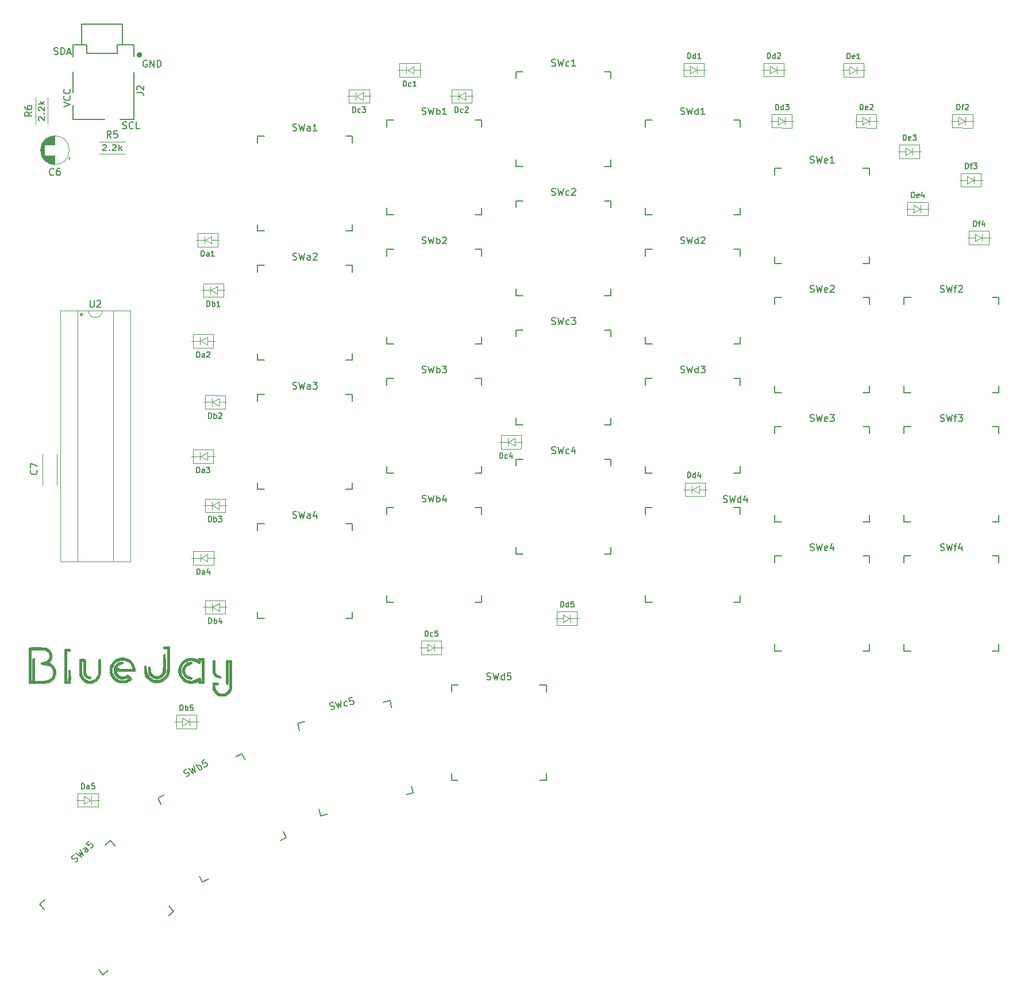
<source format=gto>
G04 #@! TF.GenerationSoftware,KiCad,Pcbnew,(6.0.5)*
G04 #@! TF.CreationDate,2022-10-04T21:40:35-03:00*
G04 #@! TF.ProjectId,bluejay_right,626c7565-6a61-4795-9f72-696768742e6b,rev?*
G04 #@! TF.SameCoordinates,Original*
G04 #@! TF.FileFunction,Legend,Top*
G04 #@! TF.FilePolarity,Positive*
%FSLAX46Y46*%
G04 Gerber Fmt 4.6, Leading zero omitted, Abs format (unit mm)*
G04 Created by KiCad (PCBNEW (6.0.5)) date 2022-10-04 21:40:35*
%MOMM*%
%LPD*%
G01*
G04 APERTURE LIST*
%ADD10C,0.150000*%
%ADD11C,0.120000*%
%ADD12C,0.127000*%
%ADD13C,0.400000*%
%ADD14C,0.010000*%
%ADD15C,4.400000*%
%ADD16C,1.701800*%
%ADD17C,3.987800*%
%ADD18C,2.286000*%
%ADD19R,1.600000X1.600000*%
%ADD20O,1.600000X1.600000*%
%ADD21C,1.100000*%
%ADD22R,1.650000X1.650000*%
%ADD23C,1.650000*%
%ADD24R,1.200000X1.200000*%
%ADD25C,1.200000*%
%ADD26C,1.400000*%
%ADD27O,1.400000X1.400000*%
%ADD28C,1.600000*%
G04 APERTURE END LIST*
D10*
X-45910476Y43855238D02*
X-45767619Y43807619D01*
X-45529523Y43807619D01*
X-45434285Y43855238D01*
X-45386666Y43902857D01*
X-45339047Y43998095D01*
X-45339047Y44093333D01*
X-45386666Y44188571D01*
X-45434285Y44236190D01*
X-45529523Y44283809D01*
X-45720000Y44331428D01*
X-45815238Y44379047D01*
X-45862857Y44426666D01*
X-45910476Y44521904D01*
X-45910476Y44617142D01*
X-45862857Y44712380D01*
X-45815238Y44760000D01*
X-45720000Y44807619D01*
X-45481904Y44807619D01*
X-45339047Y44760000D01*
X-44339047Y43902857D02*
X-44386666Y43855238D01*
X-44529523Y43807619D01*
X-44624761Y43807619D01*
X-44767619Y43855238D01*
X-44862857Y43950476D01*
X-44910476Y44045714D01*
X-44958095Y44236190D01*
X-44958095Y44379047D01*
X-44910476Y44569523D01*
X-44862857Y44664761D01*
X-44767619Y44760000D01*
X-44624761Y44807619D01*
X-44529523Y44807619D01*
X-44386666Y44760000D01*
X-44339047Y44712380D01*
X-43434285Y43807619D02*
X-43910476Y43807619D01*
X-43910476Y44807619D01*
X-56014285Y54795238D02*
X-55871428Y54747619D01*
X-55633333Y54747619D01*
X-55538095Y54795238D01*
X-55490476Y54842857D01*
X-55442857Y54938095D01*
X-55442857Y55033333D01*
X-55490476Y55128571D01*
X-55538095Y55176190D01*
X-55633333Y55223809D01*
X-55823809Y55271428D01*
X-55919047Y55319047D01*
X-55966666Y55366666D01*
X-56014285Y55461904D01*
X-56014285Y55557142D01*
X-55966666Y55652380D01*
X-55919047Y55700000D01*
X-55823809Y55747619D01*
X-55585714Y55747619D01*
X-55442857Y55700000D01*
X-55014285Y54747619D02*
X-55014285Y55747619D01*
X-54776190Y55747619D01*
X-54633333Y55700000D01*
X-54538095Y55604761D01*
X-54490476Y55509523D01*
X-54442857Y55319047D01*
X-54442857Y55176190D01*
X-54490476Y54985714D01*
X-54538095Y54890476D01*
X-54633333Y54795238D01*
X-54776190Y54747619D01*
X-55014285Y54747619D01*
X-54061904Y55033333D02*
X-53585714Y55033333D01*
X-54157142Y54747619D02*
X-53823809Y55747619D01*
X-53490476Y54747619D01*
X-42341904Y53860000D02*
X-42437142Y53907619D01*
X-42580000Y53907619D01*
X-42722857Y53860000D01*
X-42818095Y53764761D01*
X-42865714Y53669523D01*
X-42913333Y53479047D01*
X-42913333Y53336190D01*
X-42865714Y53145714D01*
X-42818095Y53050476D01*
X-42722857Y52955238D01*
X-42580000Y52907619D01*
X-42484761Y52907619D01*
X-42341904Y52955238D01*
X-42294285Y53002857D01*
X-42294285Y53336190D01*
X-42484761Y53336190D01*
X-41865714Y52907619D02*
X-41865714Y53907619D01*
X-41294285Y52907619D01*
X-41294285Y53907619D01*
X-40818095Y52907619D02*
X-40818095Y53907619D01*
X-40580000Y53907619D01*
X-40437142Y53860000D01*
X-40341904Y53764761D01*
X-40294285Y53669523D01*
X-40246666Y53479047D01*
X-40246666Y53336190D01*
X-40294285Y53145714D01*
X-40341904Y53050476D01*
X-40437142Y52955238D01*
X-40580000Y52907619D01*
X-40818095Y52907619D01*
X-54627619Y47046666D02*
X-53627619Y47380000D01*
X-54627619Y47713333D01*
X-53722857Y48618095D02*
X-53675238Y48570476D01*
X-53627619Y48427619D01*
X-53627619Y48332380D01*
X-53675238Y48189523D01*
X-53770476Y48094285D01*
X-53865714Y48046666D01*
X-54056190Y47999047D01*
X-54199047Y47999047D01*
X-54389523Y48046666D01*
X-54484761Y48094285D01*
X-54580000Y48189523D01*
X-54627619Y48332380D01*
X-54627619Y48427619D01*
X-54580000Y48570476D01*
X-54532380Y48618095D01*
X-53722857Y49618095D02*
X-53675238Y49570476D01*
X-53627619Y49427619D01*
X-53627619Y49332380D01*
X-53675238Y49189523D01*
X-53770476Y49094285D01*
X-53865714Y49046666D01*
X-54056190Y48999047D01*
X-54199047Y48999047D01*
X-54389523Y49046666D01*
X-54484761Y49094285D01*
X-54580000Y49189523D01*
X-54627619Y49332380D01*
X-54627619Y49427619D01*
X-54580000Y49570476D01*
X-54532380Y49618095D01*
X36314285Y45950238D02*
X36457142Y45902619D01*
X36695238Y45902619D01*
X36790476Y45950238D01*
X36838095Y45997857D01*
X36885714Y46093095D01*
X36885714Y46188333D01*
X36838095Y46283571D01*
X36790476Y46331190D01*
X36695238Y46378809D01*
X36504761Y46426428D01*
X36409523Y46474047D01*
X36361904Y46521666D01*
X36314285Y46616904D01*
X36314285Y46712142D01*
X36361904Y46807380D01*
X36409523Y46855000D01*
X36504761Y46902619D01*
X36742857Y46902619D01*
X36885714Y46855000D01*
X37219047Y46902619D02*
X37457142Y45902619D01*
X37647619Y46616904D01*
X37838095Y45902619D01*
X38076190Y46902619D01*
X38885714Y45902619D02*
X38885714Y46902619D01*
X38885714Y45950238D02*
X38790476Y45902619D01*
X38600000Y45902619D01*
X38504761Y45950238D01*
X38457142Y45997857D01*
X38409523Y46093095D01*
X38409523Y46378809D01*
X38457142Y46474047D01*
X38504761Y46521666D01*
X38600000Y46569285D01*
X38790476Y46569285D01*
X38885714Y46521666D01*
X39885714Y45902619D02*
X39314285Y45902619D01*
X39600000Y45902619D02*
X39600000Y46902619D01*
X39504761Y46759761D01*
X39409523Y46664523D01*
X39314285Y46616904D01*
X9636666Y-4801904D02*
X9636666Y-4001904D01*
X9827142Y-4001904D01*
X9941428Y-4040000D01*
X10017619Y-4116190D01*
X10055714Y-4192380D01*
X10093809Y-4344761D01*
X10093809Y-4459047D01*
X10055714Y-4611428D01*
X10017619Y-4687619D01*
X9941428Y-4763809D01*
X9827142Y-4801904D01*
X9636666Y-4801904D01*
X10779523Y-4763809D02*
X10703333Y-4801904D01*
X10550952Y-4801904D01*
X10474761Y-4763809D01*
X10436666Y-4725714D01*
X10398571Y-4649523D01*
X10398571Y-4420952D01*
X10436666Y-4344761D01*
X10474761Y-4306666D01*
X10550952Y-4268571D01*
X10703333Y-4268571D01*
X10779523Y-4306666D01*
X11465238Y-4268571D02*
X11465238Y-4801904D01*
X11274761Y-3963809D02*
X11084285Y-4535238D01*
X11579523Y-4535238D01*
X-33248680Y1106095D02*
X-33248680Y1906095D01*
X-33058204Y1906095D01*
X-32943919Y1868000D01*
X-32867728Y1791809D01*
X-32829633Y1715619D01*
X-32791538Y1563238D01*
X-32791538Y1448952D01*
X-32829633Y1296571D01*
X-32867728Y1220380D01*
X-32943919Y1144190D01*
X-33058204Y1106095D01*
X-33248680Y1106095D01*
X-32448680Y1106095D02*
X-32448680Y1906095D01*
X-32448680Y1601333D02*
X-32372490Y1639428D01*
X-32220109Y1639428D01*
X-32143919Y1601333D01*
X-32105823Y1563238D01*
X-32067728Y1487047D01*
X-32067728Y1258476D01*
X-32105823Y1182285D01*
X-32143919Y1144190D01*
X-32220109Y1106095D01*
X-32372490Y1106095D01*
X-32448680Y1144190D01*
X-31762966Y1829904D02*
X-31724871Y1868000D01*
X-31648680Y1906095D01*
X-31458204Y1906095D01*
X-31382014Y1868000D01*
X-31343919Y1829904D01*
X-31305823Y1753714D01*
X-31305823Y1677523D01*
X-31343919Y1563238D01*
X-31801061Y1106095D01*
X-31305823Y1106095D01*
X-33248680Y-14143904D02*
X-33248680Y-13343904D01*
X-33058204Y-13343904D01*
X-32943919Y-13382000D01*
X-32867728Y-13458190D01*
X-32829633Y-13534380D01*
X-32791538Y-13686761D01*
X-32791538Y-13801047D01*
X-32829633Y-13953428D01*
X-32867728Y-14029619D01*
X-32943919Y-14105809D01*
X-33058204Y-14143904D01*
X-33248680Y-14143904D01*
X-32448680Y-14143904D02*
X-32448680Y-13343904D01*
X-32448680Y-13648666D02*
X-32372490Y-13610571D01*
X-32220109Y-13610571D01*
X-32143919Y-13648666D01*
X-32105823Y-13686761D01*
X-32067728Y-13762952D01*
X-32067728Y-13991523D01*
X-32105823Y-14067714D01*
X-32143919Y-14105809D01*
X-32220109Y-14143904D01*
X-32372490Y-14143904D01*
X-32448680Y-14105809D01*
X-31801061Y-13343904D02*
X-31305823Y-13343904D01*
X-31572490Y-13648666D01*
X-31458204Y-13648666D01*
X-31382014Y-13686761D01*
X-31343919Y-13724857D01*
X-31305823Y-13801047D01*
X-31305823Y-13991523D01*
X-31343919Y-14067714D01*
X-31382014Y-14105809D01*
X-31458204Y-14143904D01*
X-31686776Y-14143904D01*
X-31762966Y-14105809D01*
X-31801061Y-14067714D01*
X-36533355Y-51733293D02*
X-36384864Y-51708271D01*
X-36174639Y-51596492D01*
X-36112904Y-51509735D01*
X-36093215Y-51445334D01*
X-36095881Y-51338888D01*
X-36140593Y-51254798D01*
X-36227350Y-51193064D01*
X-36291751Y-51173374D01*
X-36398197Y-51176041D01*
X-36588733Y-51223419D01*
X-36695179Y-51226085D01*
X-36759580Y-51206396D01*
X-36846336Y-51144661D01*
X-36891048Y-51060571D01*
X-36893714Y-50954125D01*
X-36874025Y-50889724D01*
X-36812291Y-50802968D01*
X-36602065Y-50691189D01*
X-36453574Y-50666166D01*
X-36181614Y-50467631D02*
X-35501917Y-51238799D01*
X-35669073Y-50518699D01*
X-35165556Y-51059953D01*
X-35424802Y-50065226D01*
X-34618969Y-50769328D02*
X-35088441Y-49886380D01*
X-34909594Y-50222741D02*
X-34847860Y-50135984D01*
X-34679679Y-50046561D01*
X-34573233Y-50043895D01*
X-34508832Y-50063584D01*
X-34422076Y-50125319D01*
X-34287941Y-50377589D01*
X-34285275Y-50484035D01*
X-34304964Y-50548436D01*
X-34366698Y-50635193D01*
X-34534879Y-50724616D01*
X-34641325Y-50727283D01*
X-33869132Y-49238062D02*
X-34289583Y-49461620D01*
X-34108071Y-49904427D01*
X-34088381Y-49840026D01*
X-34026647Y-49753270D01*
X-33816421Y-49641491D01*
X-33709975Y-49638824D01*
X-33645574Y-49658514D01*
X-33558817Y-49720248D01*
X-33447039Y-49930474D01*
X-33444372Y-50036920D01*
X-33464061Y-50101321D01*
X-33525796Y-50188077D01*
X-33736021Y-50299856D01*
X-33842468Y-50302523D01*
X-33906868Y-50282833D01*
X-43817619Y49126666D02*
X-43103333Y49126666D01*
X-42960476Y49079047D01*
X-42865238Y48983809D01*
X-42817619Y48840952D01*
X-42817619Y48745714D01*
X-43722380Y49555238D02*
X-43770000Y49602857D01*
X-43817619Y49698095D01*
X-43817619Y49936190D01*
X-43770000Y50031428D01*
X-43722380Y50079047D01*
X-43627142Y50126666D01*
X-43531904Y50126666D01*
X-43389047Y50079047D01*
X-42817619Y49507619D01*
X-42817619Y50126666D01*
X-1785714Y45950238D02*
X-1642857Y45902619D01*
X-1404761Y45902619D01*
X-1309523Y45950238D01*
X-1261904Y45997857D01*
X-1214285Y46093095D01*
X-1214285Y46188333D01*
X-1261904Y46283571D01*
X-1309523Y46331190D01*
X-1404761Y46378809D01*
X-1595238Y46426428D01*
X-1690476Y46474047D01*
X-1738095Y46521666D01*
X-1785714Y46616904D01*
X-1785714Y46712142D01*
X-1738095Y46807380D01*
X-1690476Y46855000D01*
X-1595238Y46902619D01*
X-1357142Y46902619D01*
X-1214285Y46855000D01*
X-880952Y46902619D02*
X-642857Y45902619D01*
X-452380Y46616904D01*
X-261904Y45902619D01*
X-23809Y46902619D01*
X357142Y45902619D02*
X357142Y46902619D01*
X357142Y46521666D02*
X452380Y46569285D01*
X642857Y46569285D01*
X738095Y46521666D01*
X785714Y46474047D01*
X833333Y46378809D01*
X833333Y46093095D01*
X785714Y45997857D01*
X738095Y45950238D01*
X642857Y45902619D01*
X452380Y45902619D01*
X357142Y45950238D01*
X1785714Y45902619D02*
X1214285Y45902619D01*
X1500000Y45902619D02*
X1500000Y46902619D01*
X1404761Y46759761D01*
X1309523Y46664523D01*
X1214285Y46616904D01*
X36314285Y7850238D02*
X36457142Y7802619D01*
X36695238Y7802619D01*
X36790476Y7850238D01*
X36838095Y7897857D01*
X36885714Y7993095D01*
X36885714Y8088333D01*
X36838095Y8183571D01*
X36790476Y8231190D01*
X36695238Y8278809D01*
X36504761Y8326428D01*
X36409523Y8374047D01*
X36361904Y8421666D01*
X36314285Y8516904D01*
X36314285Y8612142D01*
X36361904Y8707380D01*
X36409523Y8755000D01*
X36504761Y8802619D01*
X36742857Y8802619D01*
X36885714Y8755000D01*
X37219047Y8802619D02*
X37457142Y7802619D01*
X37647619Y8516904D01*
X37838095Y7802619D01*
X38076190Y8802619D01*
X38885714Y7802619D02*
X38885714Y8802619D01*
X38885714Y7850238D02*
X38790476Y7802619D01*
X38600000Y7802619D01*
X38504761Y7850238D01*
X38457142Y7897857D01*
X38409523Y7993095D01*
X38409523Y8278809D01*
X38457142Y8374047D01*
X38504761Y8421666D01*
X38600000Y8469285D01*
X38790476Y8469285D01*
X38885714Y8421666D01*
X39266666Y8802619D02*
X39885714Y8802619D01*
X39552380Y8421666D01*
X39695238Y8421666D01*
X39790476Y8374047D01*
X39838095Y8326428D01*
X39885714Y8231190D01*
X39885714Y7993095D01*
X39838095Y7897857D01*
X39790476Y7850238D01*
X39695238Y7802619D01*
X39409523Y7802619D01*
X39314285Y7850238D01*
X39266666Y7897857D01*
X-56066666Y37042857D02*
X-56114285Y36995238D01*
X-56257142Y36947619D01*
X-56352380Y36947619D01*
X-56495238Y36995238D01*
X-56590476Y37090476D01*
X-56638095Y37185714D01*
X-56685714Y37376190D01*
X-56685714Y37519047D01*
X-56638095Y37709523D01*
X-56590476Y37804761D01*
X-56495238Y37900000D01*
X-56352380Y37947619D01*
X-56257142Y37947619D01*
X-56114285Y37900000D01*
X-56066666Y37852380D01*
X-55209523Y37947619D02*
X-55400000Y37947619D01*
X-55495238Y37900000D01*
X-55542857Y37852380D01*
X-55638095Y37709523D01*
X-55685714Y37519047D01*
X-55685714Y37138095D01*
X-55638095Y37042857D01*
X-55590476Y36995238D01*
X-55495238Y36947619D01*
X-55304761Y36947619D01*
X-55209523Y36995238D01*
X-55161904Y37042857D01*
X-55114285Y37138095D01*
X-55114285Y37376190D01*
X-55161904Y37471428D01*
X-55209523Y37519047D01*
X-55304761Y37566666D01*
X-55495238Y37566666D01*
X-55590476Y37519047D01*
X-55638095Y37471428D01*
X-55685714Y37376190D01*
X-33498680Y17606095D02*
X-33498680Y18406095D01*
X-33308204Y18406095D01*
X-33193919Y18368000D01*
X-33117728Y18291809D01*
X-33079633Y18215619D01*
X-33041538Y18063238D01*
X-33041538Y17948952D01*
X-33079633Y17796571D01*
X-33117728Y17720380D01*
X-33193919Y17644190D01*
X-33308204Y17606095D01*
X-33498680Y17606095D01*
X-32698680Y17606095D02*
X-32698680Y18406095D01*
X-32698680Y18101333D02*
X-32622490Y18139428D01*
X-32470109Y18139428D01*
X-32393919Y18101333D01*
X-32355823Y18063238D01*
X-32317728Y17987047D01*
X-32317728Y17758476D01*
X-32355823Y17682285D01*
X-32393919Y17644190D01*
X-32470109Y17606095D01*
X-32622490Y17606095D01*
X-32698680Y17644190D01*
X-31555823Y17606095D02*
X-32012966Y17606095D01*
X-31784395Y17606095D02*
X-31784395Y18406095D01*
X-31860585Y18291809D01*
X-31936776Y18215619D01*
X-32012966Y18177523D01*
X79458452Y29420095D02*
X79458452Y30220095D01*
X79648928Y30220095D01*
X79763214Y30182000D01*
X79839404Y30105809D01*
X79877500Y30029619D01*
X79915595Y29877238D01*
X79915595Y29762952D01*
X79877500Y29610571D01*
X79839404Y29534380D01*
X79763214Y29458190D01*
X79648928Y29420095D01*
X79458452Y29420095D01*
X80144166Y29953428D02*
X80448928Y29953428D01*
X80258452Y29420095D02*
X80258452Y30105809D01*
X80296547Y30182000D01*
X80372738Y30220095D01*
X80448928Y30220095D01*
X81058452Y29953428D02*
X81058452Y29420095D01*
X80867976Y30258190D02*
X80677500Y29686761D01*
X81172738Y29686761D01*
X78270952Y37920095D02*
X78270952Y38720095D01*
X78461428Y38720095D01*
X78575714Y38682000D01*
X78651904Y38605809D01*
X78690000Y38529619D01*
X78728095Y38377238D01*
X78728095Y38262952D01*
X78690000Y38110571D01*
X78651904Y38034380D01*
X78575714Y37958190D01*
X78461428Y37920095D01*
X78270952Y37920095D01*
X78956666Y38453428D02*
X79261428Y38453428D01*
X79070952Y37920095D02*
X79070952Y38605809D01*
X79109047Y38682000D01*
X79185238Y38720095D01*
X79261428Y38720095D01*
X79451904Y38720095D02*
X79947142Y38720095D01*
X79680476Y38415333D01*
X79794761Y38415333D01*
X79870952Y38377238D01*
X79909047Y38339142D01*
X79947142Y38262952D01*
X79947142Y38072476D01*
X79909047Y37996285D01*
X79870952Y37958190D01*
X79794761Y37920095D01*
X79566190Y37920095D01*
X79490000Y37958190D01*
X79451904Y37996285D01*
X74580952Y19756538D02*
X74723809Y19708919D01*
X74961904Y19708919D01*
X75057142Y19756538D01*
X75104761Y19804157D01*
X75152380Y19899395D01*
X75152380Y19994633D01*
X75104761Y20089871D01*
X75057142Y20137490D01*
X74961904Y20185109D01*
X74771428Y20232728D01*
X74676190Y20280347D01*
X74628571Y20327966D01*
X74580952Y20423204D01*
X74580952Y20518442D01*
X74628571Y20613680D01*
X74676190Y20661300D01*
X74771428Y20708919D01*
X75009523Y20708919D01*
X75152380Y20661300D01*
X75485714Y20708919D02*
X75723809Y19708919D01*
X75914285Y20423204D01*
X76104761Y19708919D01*
X76342857Y20708919D01*
X76580952Y20375585D02*
X76961904Y20375585D01*
X76723809Y19708919D02*
X76723809Y20566061D01*
X76771428Y20661300D01*
X76866666Y20708919D01*
X76961904Y20708919D01*
X77247619Y20613680D02*
X77295238Y20661300D01*
X77390476Y20708919D01*
X77628571Y20708919D01*
X77723809Y20661300D01*
X77771428Y20613680D01*
X77819047Y20518442D01*
X77819047Y20423204D01*
X77771428Y20280347D01*
X77200000Y19708919D01*
X77819047Y19708919D01*
X60844166Y54120095D02*
X60844166Y54920095D01*
X61034642Y54920095D01*
X61148928Y54882000D01*
X61225119Y54805809D01*
X61263214Y54729619D01*
X61301309Y54577238D01*
X61301309Y54462952D01*
X61263214Y54310571D01*
X61225119Y54234380D01*
X61148928Y54158190D01*
X61034642Y54120095D01*
X60844166Y54120095D01*
X61948928Y54158190D02*
X61872738Y54120095D01*
X61720357Y54120095D01*
X61644166Y54158190D01*
X61606071Y54234380D01*
X61606071Y54539142D01*
X61644166Y54615333D01*
X61720357Y54653428D01*
X61872738Y54653428D01*
X61948928Y54615333D01*
X61987023Y54539142D01*
X61987023Y54462952D01*
X61606071Y54386761D01*
X62748928Y54120095D02*
X62291785Y54120095D01*
X62520357Y54120095D02*
X62520357Y54920095D01*
X62444166Y54805809D01*
X62367976Y54729619D01*
X62291785Y54691523D01*
X42604285Y-11254761D02*
X42747142Y-11302380D01*
X42985238Y-11302380D01*
X43080476Y-11254761D01*
X43128095Y-11207142D01*
X43175714Y-11111904D01*
X43175714Y-11016666D01*
X43128095Y-10921428D01*
X43080476Y-10873809D01*
X42985238Y-10826190D01*
X42794761Y-10778571D01*
X42699523Y-10730952D01*
X42651904Y-10683333D01*
X42604285Y-10588095D01*
X42604285Y-10492857D01*
X42651904Y-10397619D01*
X42699523Y-10350000D01*
X42794761Y-10302380D01*
X43032857Y-10302380D01*
X43175714Y-10350000D01*
X43509047Y-10302380D02*
X43747142Y-11302380D01*
X43937619Y-10588095D01*
X44128095Y-11302380D01*
X44366190Y-10302380D01*
X45175714Y-11302380D02*
X45175714Y-10302380D01*
X45175714Y-11254761D02*
X45080476Y-11302380D01*
X44890000Y-11302380D01*
X44794761Y-11254761D01*
X44747142Y-11207142D01*
X44699523Y-11111904D01*
X44699523Y-10826190D01*
X44747142Y-10730952D01*
X44794761Y-10683333D01*
X44890000Y-10635714D01*
X45080476Y-10635714D01*
X45175714Y-10683333D01*
X46080476Y-10635714D02*
X46080476Y-11302380D01*
X45842380Y-10254761D02*
X45604285Y-10969047D01*
X46223333Y-10969047D01*
X74580952Y-18343561D02*
X74723809Y-18391180D01*
X74961904Y-18391180D01*
X75057142Y-18343561D01*
X75104761Y-18295942D01*
X75152380Y-18200704D01*
X75152380Y-18105466D01*
X75104761Y-18010228D01*
X75057142Y-17962609D01*
X74961904Y-17914990D01*
X74771428Y-17867371D01*
X74676190Y-17819752D01*
X74628571Y-17772133D01*
X74580952Y-17676895D01*
X74580952Y-17581657D01*
X74628571Y-17486419D01*
X74676190Y-17438800D01*
X74771428Y-17391180D01*
X75009523Y-17391180D01*
X75152380Y-17438800D01*
X75485714Y-17391180D02*
X75723809Y-18391180D01*
X75914285Y-17676895D01*
X76104761Y-18391180D01*
X76342857Y-17391180D01*
X76580952Y-17724514D02*
X76961904Y-17724514D01*
X76723809Y-18391180D02*
X76723809Y-17534038D01*
X76771428Y-17438800D01*
X76866666Y-17391180D01*
X76961904Y-17391180D01*
X77723809Y-17724514D02*
X77723809Y-18391180D01*
X77485714Y-17343561D02*
X77247619Y-18057847D01*
X77866666Y-18057847D01*
X-20835714Y5468938D02*
X-20692857Y5421319D01*
X-20454761Y5421319D01*
X-20359523Y5468938D01*
X-20311904Y5516557D01*
X-20264285Y5611795D01*
X-20264285Y5707033D01*
X-20311904Y5802271D01*
X-20359523Y5849890D01*
X-20454761Y5897509D01*
X-20645238Y5945128D01*
X-20740476Y5992747D01*
X-20788095Y6040366D01*
X-20835714Y6135604D01*
X-20835714Y6230842D01*
X-20788095Y6326080D01*
X-20740476Y6373700D01*
X-20645238Y6421319D01*
X-20407142Y6421319D01*
X-20264285Y6373700D01*
X-19930952Y6421319D02*
X-19692857Y5421319D01*
X-19502380Y6135604D01*
X-19311904Y5421319D01*
X-19073809Y6421319D01*
X-18264285Y5421319D02*
X-18264285Y5945128D01*
X-18311904Y6040366D01*
X-18407142Y6087985D01*
X-18597619Y6087985D01*
X-18692857Y6040366D01*
X-18264285Y5468938D02*
X-18359523Y5421319D01*
X-18597619Y5421319D01*
X-18692857Y5468938D01*
X-18740476Y5564176D01*
X-18740476Y5659414D01*
X-18692857Y5754652D01*
X-18597619Y5802271D01*
X-18359523Y5802271D01*
X-18264285Y5849890D01*
X-17883333Y6421319D02*
X-17264285Y6421319D01*
X-17597619Y6040366D01*
X-17454761Y6040366D01*
X-17359523Y5992747D01*
X-17311904Y5945128D01*
X-17264285Y5849890D01*
X-17264285Y5611795D01*
X-17311904Y5516557D01*
X-17359523Y5468938D01*
X-17454761Y5421319D01*
X-17740476Y5421319D01*
X-17835714Y5468938D01*
X-17883333Y5516557D01*
X17288095Y14994038D02*
X17430952Y14946419D01*
X17669047Y14946419D01*
X17764285Y14994038D01*
X17811904Y15041657D01*
X17859523Y15136895D01*
X17859523Y15232133D01*
X17811904Y15327371D01*
X17764285Y15374990D01*
X17669047Y15422609D01*
X17478571Y15470228D01*
X17383333Y15517847D01*
X17335714Y15565466D01*
X17288095Y15660704D01*
X17288095Y15755942D01*
X17335714Y15851180D01*
X17383333Y15898800D01*
X17478571Y15946419D01*
X17716666Y15946419D01*
X17859523Y15898800D01*
X18192857Y15946419D02*
X18430952Y14946419D01*
X18621428Y15660704D01*
X18811904Y14946419D01*
X19050000Y15946419D01*
X19859523Y14994038D02*
X19764285Y14946419D01*
X19573809Y14946419D01*
X19478571Y14994038D01*
X19430952Y15041657D01*
X19383333Y15136895D01*
X19383333Y15422609D01*
X19430952Y15517847D01*
X19478571Y15565466D01*
X19573809Y15613085D01*
X19764285Y15613085D01*
X19859523Y15565466D01*
X20192857Y15946419D02*
X20811904Y15946419D01*
X20478571Y15565466D01*
X20621428Y15565466D01*
X20716666Y15517847D01*
X20764285Y15470228D01*
X20811904Y15374990D01*
X20811904Y15136895D01*
X20764285Y15041657D01*
X20716666Y14994038D01*
X20621428Y14946419D01*
X20335714Y14946419D01*
X20240476Y14994038D01*
X20192857Y15041657D01*
X-34998680Y10106095D02*
X-34998680Y10906095D01*
X-34808204Y10906095D01*
X-34693919Y10868000D01*
X-34617728Y10791809D01*
X-34579633Y10715619D01*
X-34541538Y10563238D01*
X-34541538Y10448952D01*
X-34579633Y10296571D01*
X-34617728Y10220380D01*
X-34693919Y10144190D01*
X-34808204Y10106095D01*
X-34998680Y10106095D01*
X-33855823Y10106095D02*
X-33855823Y10525142D01*
X-33893919Y10601333D01*
X-33970109Y10639428D01*
X-34122490Y10639428D01*
X-34198680Y10601333D01*
X-33855823Y10144190D02*
X-33932014Y10106095D01*
X-34122490Y10106095D01*
X-34198680Y10144190D01*
X-34236776Y10220380D01*
X-34236776Y10296571D01*
X-34198680Y10372761D01*
X-34122490Y10410857D01*
X-33932014Y10410857D01*
X-33855823Y10448952D01*
X-33512966Y10829904D02*
X-33474871Y10868000D01*
X-33398680Y10906095D01*
X-33208204Y10906095D01*
X-33132014Y10868000D01*
X-33093919Y10829904D01*
X-33055823Y10753714D01*
X-33055823Y10677523D01*
X-33093919Y10563238D01*
X-33551061Y10106095D01*
X-33055823Y10106095D01*
X36314285Y26900238D02*
X36457142Y26852619D01*
X36695238Y26852619D01*
X36790476Y26900238D01*
X36838095Y26947857D01*
X36885714Y27043095D01*
X36885714Y27138333D01*
X36838095Y27233571D01*
X36790476Y27281190D01*
X36695238Y27328809D01*
X36504761Y27376428D01*
X36409523Y27424047D01*
X36361904Y27471666D01*
X36314285Y27566904D01*
X36314285Y27662142D01*
X36361904Y27757380D01*
X36409523Y27805000D01*
X36504761Y27852619D01*
X36742857Y27852619D01*
X36885714Y27805000D01*
X37219047Y27852619D02*
X37457142Y26852619D01*
X37647619Y27566904D01*
X37838095Y26852619D01*
X38076190Y27852619D01*
X38885714Y26852619D02*
X38885714Y27852619D01*
X38885714Y26900238D02*
X38790476Y26852619D01*
X38600000Y26852619D01*
X38504761Y26900238D01*
X38457142Y26947857D01*
X38409523Y27043095D01*
X38409523Y27328809D01*
X38457142Y27424047D01*
X38504761Y27471666D01*
X38600000Y27519285D01*
X38790476Y27519285D01*
X38885714Y27471666D01*
X39314285Y27757380D02*
X39361904Y27805000D01*
X39457142Y27852619D01*
X39695238Y27852619D01*
X39790476Y27805000D01*
X39838095Y27757380D01*
X39885714Y27662142D01*
X39885714Y27566904D01*
X39838095Y27424047D01*
X39266666Y26852619D01*
X39885714Y26852619D01*
X-1785714Y26900238D02*
X-1642857Y26852619D01*
X-1404761Y26852619D01*
X-1309523Y26900238D01*
X-1261904Y26947857D01*
X-1214285Y27043095D01*
X-1214285Y27138333D01*
X-1261904Y27233571D01*
X-1309523Y27281190D01*
X-1404761Y27328809D01*
X-1595238Y27376428D01*
X-1690476Y27424047D01*
X-1738095Y27471666D01*
X-1785714Y27566904D01*
X-1785714Y27662142D01*
X-1738095Y27757380D01*
X-1690476Y27805000D01*
X-1595238Y27852619D01*
X-1357142Y27852619D01*
X-1214285Y27805000D01*
X-880952Y27852619D02*
X-642857Y26852619D01*
X-452380Y27566904D01*
X-261904Y26852619D01*
X-23809Y27852619D01*
X357142Y26852619D02*
X357142Y27852619D01*
X357142Y27471666D02*
X452380Y27519285D01*
X642857Y27519285D01*
X738095Y27471666D01*
X785714Y27424047D01*
X833333Y27328809D01*
X833333Y27043095D01*
X785714Y26947857D01*
X738095Y26900238D01*
X642857Y26852619D01*
X452380Y26852619D01*
X357142Y26900238D01*
X1214285Y27757380D02*
X1261904Y27805000D01*
X1357142Y27852619D01*
X1595238Y27852619D01*
X1690476Y27805000D01*
X1738095Y27757380D01*
X1785714Y27662142D01*
X1785714Y27566904D01*
X1738095Y27424047D01*
X1166666Y26852619D01*
X1785714Y26852619D01*
X-34998680Y-6893904D02*
X-34998680Y-6093904D01*
X-34808204Y-6093904D01*
X-34693919Y-6132000D01*
X-34617728Y-6208190D01*
X-34579633Y-6284380D01*
X-34541538Y-6436761D01*
X-34541538Y-6551047D01*
X-34579633Y-6703428D01*
X-34617728Y-6779619D01*
X-34693919Y-6855809D01*
X-34808204Y-6893904D01*
X-34998680Y-6893904D01*
X-33855823Y-6893904D02*
X-33855823Y-6474857D01*
X-33893919Y-6398666D01*
X-33970109Y-6360571D01*
X-34122490Y-6360571D01*
X-34198680Y-6398666D01*
X-33855823Y-6855809D02*
X-33932014Y-6893904D01*
X-34122490Y-6893904D01*
X-34198680Y-6855809D01*
X-34236776Y-6779619D01*
X-34236776Y-6703428D01*
X-34198680Y-6627238D01*
X-34122490Y-6589142D01*
X-33932014Y-6589142D01*
X-33855823Y-6551047D01*
X-33551061Y-6093904D02*
X-33055823Y-6093904D01*
X-33322490Y-6398666D01*
X-33208204Y-6398666D01*
X-33132014Y-6436761D01*
X-33093919Y-6474857D01*
X-33055823Y-6551047D01*
X-33055823Y-6741523D01*
X-33093919Y-6817714D01*
X-33132014Y-6855809D01*
X-33208204Y-6893904D01*
X-33436776Y-6893904D01*
X-33512966Y-6855809D01*
X-33551061Y-6817714D01*
X74580952Y706438D02*
X74723809Y658819D01*
X74961904Y658819D01*
X75057142Y706438D01*
X75104761Y754057D01*
X75152380Y849295D01*
X75152380Y944533D01*
X75104761Y1039771D01*
X75057142Y1087390D01*
X74961904Y1135009D01*
X74771428Y1182628D01*
X74676190Y1230247D01*
X74628571Y1277866D01*
X74580952Y1373104D01*
X74580952Y1468342D01*
X74628571Y1563580D01*
X74676190Y1611200D01*
X74771428Y1658819D01*
X75009523Y1658819D01*
X75152380Y1611200D01*
X75485714Y1658819D02*
X75723809Y658819D01*
X75914285Y1373104D01*
X76104761Y658819D01*
X76342857Y1658819D01*
X76580952Y1325485D02*
X76961904Y1325485D01*
X76723809Y658819D02*
X76723809Y1515961D01*
X76771428Y1611200D01*
X76866666Y1658819D01*
X76961904Y1658819D01*
X77200000Y1658819D02*
X77819047Y1658819D01*
X77485714Y1277866D01*
X77628571Y1277866D01*
X77723809Y1230247D01*
X77771428Y1182628D01*
X77819047Y1087390D01*
X77819047Y849295D01*
X77771428Y754057D01*
X77723809Y706438D01*
X77628571Y658819D01*
X77342857Y658819D01*
X77247619Y706438D01*
X77200000Y754057D01*
X-59317619Y46273333D02*
X-59793809Y45940000D01*
X-59317619Y45701904D02*
X-60317619Y45701904D01*
X-60317619Y46082857D01*
X-60270000Y46178095D01*
X-60222380Y46225714D01*
X-60127142Y46273333D01*
X-59984285Y46273333D01*
X-59889047Y46225714D01*
X-59841428Y46178095D01*
X-59793809Y46082857D01*
X-59793809Y45701904D01*
X-60317619Y47130476D02*
X-60317619Y46940000D01*
X-60270000Y46844761D01*
X-60222380Y46797142D01*
X-60079523Y46701904D01*
X-59889047Y46654285D01*
X-59508095Y46654285D01*
X-59412857Y46701904D01*
X-59365238Y46749523D01*
X-59317619Y46844761D01*
X-59317619Y47035238D01*
X-59365238Y47130476D01*
X-59412857Y47178095D01*
X-59508095Y47225714D01*
X-59746190Y47225714D01*
X-59841428Y47178095D01*
X-59889047Y47130476D01*
X-59936666Y47035238D01*
X-59936666Y46844761D01*
X-59889047Y46749523D01*
X-59841428Y46701904D01*
X-59746190Y46654285D01*
X-58211904Y45035238D02*
X-58250000Y45082857D01*
X-58288095Y45178095D01*
X-58288095Y45416190D01*
X-58250000Y45511428D01*
X-58211904Y45559047D01*
X-58135714Y45606666D01*
X-58059523Y45606666D01*
X-57945238Y45559047D01*
X-57488095Y44987619D01*
X-57488095Y45606666D01*
X-57564285Y46035238D02*
X-57526190Y46082857D01*
X-57488095Y46035238D01*
X-57526190Y45987619D01*
X-57564285Y46035238D01*
X-57488095Y46035238D01*
X-58211904Y46463809D02*
X-58250000Y46511428D01*
X-58288095Y46606666D01*
X-58288095Y46844761D01*
X-58250000Y46940000D01*
X-58211904Y46987619D01*
X-58135714Y47035238D01*
X-58059523Y47035238D01*
X-57945238Y46987619D01*
X-57488095Y46416190D01*
X-57488095Y47035238D01*
X-57488095Y47463809D02*
X-58288095Y47463809D01*
X-57792857Y47559047D02*
X-57488095Y47844761D01*
X-58021428Y47844761D02*
X-57716666Y47463809D01*
X-1785714Y7850238D02*
X-1642857Y7802619D01*
X-1404761Y7802619D01*
X-1309523Y7850238D01*
X-1261904Y7897857D01*
X-1214285Y7993095D01*
X-1214285Y8088333D01*
X-1261904Y8183571D01*
X-1309523Y8231190D01*
X-1404761Y8278809D01*
X-1595238Y8326428D01*
X-1690476Y8374047D01*
X-1738095Y8421666D01*
X-1785714Y8516904D01*
X-1785714Y8612142D01*
X-1738095Y8707380D01*
X-1690476Y8755000D01*
X-1595238Y8802619D01*
X-1357142Y8802619D01*
X-1214285Y8755000D01*
X-880952Y8802619D02*
X-642857Y7802619D01*
X-452380Y8516904D01*
X-261904Y7802619D01*
X-23809Y8802619D01*
X357142Y7802619D02*
X357142Y8802619D01*
X357142Y8421666D02*
X452380Y8469285D01*
X642857Y8469285D01*
X738095Y8421666D01*
X785714Y8374047D01*
X833333Y8278809D01*
X833333Y7993095D01*
X785714Y7897857D01*
X738095Y7850238D01*
X642857Y7802619D01*
X452380Y7802619D01*
X357142Y7850238D01*
X1166666Y8802619D02*
X1785714Y8802619D01*
X1452380Y8421666D01*
X1595238Y8421666D01*
X1690476Y8374047D01*
X1738095Y8326428D01*
X1785714Y8231190D01*
X1785714Y7993095D01*
X1738095Y7897857D01*
X1690476Y7850238D01*
X1595238Y7802619D01*
X1309523Y7802619D01*
X1214285Y7850238D01*
X1166666Y7897857D01*
X37327619Y-7621904D02*
X37327619Y-6821904D01*
X37518095Y-6821904D01*
X37632380Y-6860000D01*
X37708571Y-6936190D01*
X37746666Y-7012380D01*
X37784761Y-7164761D01*
X37784761Y-7279047D01*
X37746666Y-7431428D01*
X37708571Y-7507619D01*
X37632380Y-7583809D01*
X37518095Y-7621904D01*
X37327619Y-7621904D01*
X38470476Y-7621904D02*
X38470476Y-6821904D01*
X38470476Y-7583809D02*
X38394285Y-7621904D01*
X38241904Y-7621904D01*
X38165714Y-7583809D01*
X38127619Y-7545714D01*
X38089523Y-7469523D01*
X38089523Y-7240952D01*
X38127619Y-7164761D01*
X38165714Y-7126666D01*
X38241904Y-7088571D01*
X38394285Y-7088571D01*
X38470476Y-7126666D01*
X39194285Y-7088571D02*
X39194285Y-7621904D01*
X39003809Y-6783809D02*
X38813333Y-7355238D01*
X39308571Y-7355238D01*
X55388095Y-18343561D02*
X55530952Y-18391180D01*
X55769047Y-18391180D01*
X55864285Y-18343561D01*
X55911904Y-18295942D01*
X55959523Y-18200704D01*
X55959523Y-18105466D01*
X55911904Y-18010228D01*
X55864285Y-17962609D01*
X55769047Y-17914990D01*
X55578571Y-17867371D01*
X55483333Y-17819752D01*
X55435714Y-17772133D01*
X55388095Y-17676895D01*
X55388095Y-17581657D01*
X55435714Y-17486419D01*
X55483333Y-17438800D01*
X55578571Y-17391180D01*
X55816666Y-17391180D01*
X55959523Y-17438800D01*
X56292857Y-17391180D02*
X56530952Y-18391180D01*
X56721428Y-17676895D01*
X56911904Y-18391180D01*
X57150000Y-17391180D01*
X57911904Y-18343561D02*
X57816666Y-18391180D01*
X57626190Y-18391180D01*
X57530952Y-18343561D01*
X57483333Y-18248323D01*
X57483333Y-17867371D01*
X57530952Y-17772133D01*
X57626190Y-17724514D01*
X57816666Y-17724514D01*
X57911904Y-17772133D01*
X57959523Y-17867371D01*
X57959523Y-17962609D01*
X57483333Y-18057847D01*
X58816666Y-17724514D02*
X58816666Y-18391180D01*
X58578571Y-17343561D02*
X58340476Y-18057847D01*
X58959523Y-18057847D01*
X-20835714Y24519038D02*
X-20692857Y24471419D01*
X-20454761Y24471419D01*
X-20359523Y24519038D01*
X-20311904Y24566657D01*
X-20264285Y24661895D01*
X-20264285Y24757133D01*
X-20311904Y24852371D01*
X-20359523Y24899990D01*
X-20454761Y24947609D01*
X-20645238Y24995228D01*
X-20740476Y25042847D01*
X-20788095Y25090466D01*
X-20835714Y25185704D01*
X-20835714Y25280942D01*
X-20788095Y25376180D01*
X-20740476Y25423800D01*
X-20645238Y25471419D01*
X-20407142Y25471419D01*
X-20264285Y25423800D01*
X-19930952Y25471419D02*
X-19692857Y24471419D01*
X-19502380Y25185704D01*
X-19311904Y24471419D01*
X-19073809Y25471419D01*
X-18264285Y24471419D02*
X-18264285Y24995228D01*
X-18311904Y25090466D01*
X-18407142Y25138085D01*
X-18597619Y25138085D01*
X-18692857Y25090466D01*
X-18264285Y24519038D02*
X-18359523Y24471419D01*
X-18597619Y24471419D01*
X-18692857Y24519038D01*
X-18740476Y24614276D01*
X-18740476Y24709514D01*
X-18692857Y24804752D01*
X-18597619Y24852371D01*
X-18359523Y24852371D01*
X-18264285Y24899990D01*
X-17835714Y25376180D02*
X-17788095Y25423800D01*
X-17692857Y25471419D01*
X-17454761Y25471419D01*
X-17359523Y25423800D01*
X-17311904Y25376180D01*
X-17264285Y25280942D01*
X-17264285Y25185704D01*
X-17311904Y25042847D01*
X-17883333Y24471419D01*
X-17264285Y24471419D01*
X-1785714Y-11199761D02*
X-1642857Y-11247380D01*
X-1404761Y-11247380D01*
X-1309523Y-11199761D01*
X-1261904Y-11152142D01*
X-1214285Y-11056904D01*
X-1214285Y-10961666D01*
X-1261904Y-10866428D01*
X-1309523Y-10818809D01*
X-1404761Y-10771190D01*
X-1595238Y-10723571D01*
X-1690476Y-10675952D01*
X-1738095Y-10628333D01*
X-1785714Y-10533095D01*
X-1785714Y-10437857D01*
X-1738095Y-10342619D01*
X-1690476Y-10295000D01*
X-1595238Y-10247380D01*
X-1357142Y-10247380D01*
X-1214285Y-10295000D01*
X-880952Y-10247380D02*
X-642857Y-11247380D01*
X-452380Y-10533095D01*
X-261904Y-11247380D01*
X-23809Y-10247380D01*
X357142Y-11247380D02*
X357142Y-10247380D01*
X357142Y-10628333D02*
X452380Y-10580714D01*
X642857Y-10580714D01*
X738095Y-10628333D01*
X785714Y-10675952D01*
X833333Y-10771190D01*
X833333Y-11056904D01*
X785714Y-11152142D01*
X738095Y-11199761D01*
X642857Y-11247380D01*
X452380Y-11247380D01*
X357142Y-11199761D01*
X1690476Y-10580714D02*
X1690476Y-11247380D01*
X1452380Y-10199761D02*
X1214285Y-10914047D01*
X1833333Y-10914047D01*
X37337619Y54170095D02*
X37337619Y54970095D01*
X37528095Y54970095D01*
X37642380Y54932000D01*
X37718571Y54855809D01*
X37756666Y54779619D01*
X37794761Y54627238D01*
X37794761Y54512952D01*
X37756666Y54360571D01*
X37718571Y54284380D01*
X37642380Y54208190D01*
X37528095Y54170095D01*
X37337619Y54170095D01*
X38480476Y54170095D02*
X38480476Y54970095D01*
X38480476Y54208190D02*
X38404285Y54170095D01*
X38251904Y54170095D01*
X38175714Y54208190D01*
X38137619Y54246285D01*
X38099523Y54322476D01*
X38099523Y54551047D01*
X38137619Y54627238D01*
X38175714Y54665333D01*
X38251904Y54703428D01*
X38404285Y54703428D01*
X38480476Y54665333D01*
X39280476Y54170095D02*
X38823333Y54170095D01*
X39051904Y54170095D02*
X39051904Y54970095D01*
X38975714Y54855809D01*
X38899523Y54779619D01*
X38823333Y54741523D01*
X-20835714Y43569038D02*
X-20692857Y43521419D01*
X-20454761Y43521419D01*
X-20359523Y43569038D01*
X-20311904Y43616657D01*
X-20264285Y43711895D01*
X-20264285Y43807133D01*
X-20311904Y43902371D01*
X-20359523Y43949990D01*
X-20454761Y43997609D01*
X-20645238Y44045228D01*
X-20740476Y44092847D01*
X-20788095Y44140466D01*
X-20835714Y44235704D01*
X-20835714Y44330942D01*
X-20788095Y44426180D01*
X-20740476Y44473800D01*
X-20645238Y44521419D01*
X-20407142Y44521419D01*
X-20264285Y44473800D01*
X-19930952Y44521419D02*
X-19692857Y43521419D01*
X-19502380Y44235704D01*
X-19311904Y43521419D01*
X-19073809Y44521419D01*
X-18264285Y43521419D02*
X-18264285Y44045228D01*
X-18311904Y44140466D01*
X-18407142Y44188085D01*
X-18597619Y44188085D01*
X-18692857Y44140466D01*
X-18264285Y43569038D02*
X-18359523Y43521419D01*
X-18597619Y43521419D01*
X-18692857Y43569038D01*
X-18740476Y43664276D01*
X-18740476Y43759514D01*
X-18692857Y43854752D01*
X-18597619Y43902371D01*
X-18359523Y43902371D01*
X-18264285Y43949990D01*
X-17264285Y43521419D02*
X-17835714Y43521419D01*
X-17550000Y43521419D02*
X-17550000Y44521419D01*
X-17645238Y44378561D01*
X-17740476Y44283323D01*
X-17835714Y44235704D01*
X55388095Y706438D02*
X55530952Y658819D01*
X55769047Y658819D01*
X55864285Y706438D01*
X55911904Y754057D01*
X55959523Y849295D01*
X55959523Y944533D01*
X55911904Y1039771D01*
X55864285Y1087390D01*
X55769047Y1135009D01*
X55578571Y1182628D01*
X55483333Y1230247D01*
X55435714Y1277866D01*
X55388095Y1373104D01*
X55388095Y1468342D01*
X55435714Y1563580D01*
X55483333Y1611200D01*
X55578571Y1658819D01*
X55816666Y1658819D01*
X55959523Y1611200D01*
X56292857Y1658819D02*
X56530952Y658819D01*
X56721428Y1373104D01*
X56911904Y658819D01*
X57150000Y1658819D01*
X57911904Y706438D02*
X57816666Y658819D01*
X57626190Y658819D01*
X57530952Y706438D01*
X57483333Y801676D01*
X57483333Y1182628D01*
X57530952Y1277866D01*
X57626190Y1325485D01*
X57816666Y1325485D01*
X57911904Y1277866D01*
X57959523Y1182628D01*
X57959523Y1087390D01*
X57483333Y992152D01*
X58292857Y1658819D02*
X58911904Y1658819D01*
X58578571Y1277866D01*
X58721428Y1277866D01*
X58816666Y1230247D01*
X58864285Y1182628D01*
X58911904Y1087390D01*
X58911904Y849295D01*
X58864285Y754057D01*
X58816666Y706438D01*
X58721428Y658819D01*
X58435714Y658819D01*
X58340476Y706438D01*
X58292857Y754057D01*
X50287619Y46620095D02*
X50287619Y47420095D01*
X50478095Y47420095D01*
X50592380Y47382000D01*
X50668571Y47305809D01*
X50706666Y47229619D01*
X50744761Y47077238D01*
X50744761Y46962952D01*
X50706666Y46810571D01*
X50668571Y46734380D01*
X50592380Y46658190D01*
X50478095Y46620095D01*
X50287619Y46620095D01*
X51430476Y46620095D02*
X51430476Y47420095D01*
X51430476Y46658190D02*
X51354285Y46620095D01*
X51201904Y46620095D01*
X51125714Y46658190D01*
X51087619Y46696285D01*
X51049523Y46772476D01*
X51049523Y47001047D01*
X51087619Y47077238D01*
X51125714Y47115333D01*
X51201904Y47153428D01*
X51354285Y47153428D01*
X51430476Y47115333D01*
X51735238Y47420095D02*
X52230476Y47420095D01*
X51963809Y47115333D01*
X52078095Y47115333D01*
X52154285Y47077238D01*
X52192380Y47039142D01*
X52230476Y46962952D01*
X52230476Y46772476D01*
X52192380Y46696285D01*
X52154285Y46658190D01*
X52078095Y46620095D01*
X51849523Y46620095D01*
X51773333Y46658190D01*
X51735238Y46696285D01*
X-33229880Y-29143904D02*
X-33229880Y-28343904D01*
X-33039404Y-28343904D01*
X-32925119Y-28382000D01*
X-32848928Y-28458190D01*
X-32810833Y-28534380D01*
X-32772738Y-28686761D01*
X-32772738Y-28801047D01*
X-32810833Y-28953428D01*
X-32848928Y-29029619D01*
X-32925119Y-29105809D01*
X-33039404Y-29143904D01*
X-33229880Y-29143904D01*
X-32429880Y-29143904D02*
X-32429880Y-28343904D01*
X-32429880Y-28648666D02*
X-32353690Y-28610571D01*
X-32201309Y-28610571D01*
X-32125119Y-28648666D01*
X-32087023Y-28686761D01*
X-32048928Y-28762952D01*
X-32048928Y-28991523D01*
X-32087023Y-29067714D01*
X-32125119Y-29105809D01*
X-32201309Y-29143904D01*
X-32353690Y-29143904D01*
X-32429880Y-29105809D01*
X-31363214Y-28610571D02*
X-31363214Y-29143904D01*
X-31553690Y-28305809D02*
X-31744166Y-28877238D01*
X-31248928Y-28877238D01*
X17288095Y53094038D02*
X17430952Y53046419D01*
X17669047Y53046419D01*
X17764285Y53094038D01*
X17811904Y53141657D01*
X17859523Y53236895D01*
X17859523Y53332133D01*
X17811904Y53427371D01*
X17764285Y53474990D01*
X17669047Y53522609D01*
X17478571Y53570228D01*
X17383333Y53617847D01*
X17335714Y53665466D01*
X17288095Y53760704D01*
X17288095Y53855942D01*
X17335714Y53951180D01*
X17383333Y53998800D01*
X17478571Y54046419D01*
X17716666Y54046419D01*
X17859523Y53998800D01*
X18192857Y54046419D02*
X18430952Y53046419D01*
X18621428Y53760704D01*
X18811904Y53046419D01*
X19050000Y54046419D01*
X19859523Y53094038D02*
X19764285Y53046419D01*
X19573809Y53046419D01*
X19478571Y53094038D01*
X19430952Y53141657D01*
X19383333Y53236895D01*
X19383333Y53522609D01*
X19430952Y53617847D01*
X19478571Y53665466D01*
X19573809Y53713085D01*
X19764285Y53713085D01*
X19859523Y53665466D01*
X20811904Y53046419D02*
X20240476Y53046419D01*
X20526190Y53046419D02*
X20526190Y54046419D01*
X20430952Y53903561D01*
X20335714Y53808323D01*
X20240476Y53760704D01*
X69106666Y42120095D02*
X69106666Y42920095D01*
X69297142Y42920095D01*
X69411428Y42882000D01*
X69487619Y42805809D01*
X69525714Y42729619D01*
X69563809Y42577238D01*
X69563809Y42462952D01*
X69525714Y42310571D01*
X69487619Y42234380D01*
X69411428Y42158190D01*
X69297142Y42120095D01*
X69106666Y42120095D01*
X70211428Y42158190D02*
X70135238Y42120095D01*
X69982857Y42120095D01*
X69906666Y42158190D01*
X69868571Y42234380D01*
X69868571Y42539142D01*
X69906666Y42615333D01*
X69982857Y42653428D01*
X70135238Y42653428D01*
X70211428Y42615333D01*
X70249523Y42539142D01*
X70249523Y42462952D01*
X69868571Y42386761D01*
X70516190Y42920095D02*
X71011428Y42920095D01*
X70744761Y42615333D01*
X70859047Y42615333D01*
X70935238Y42577238D01*
X70973333Y42539142D01*
X71011428Y42462952D01*
X71011428Y42272476D01*
X70973333Y42196285D01*
X70935238Y42158190D01*
X70859047Y42120095D01*
X70630476Y42120095D01*
X70554285Y42158190D01*
X70516190Y42196285D01*
X-4573333Y50056095D02*
X-4573333Y50856095D01*
X-4382857Y50856095D01*
X-4268571Y50818000D01*
X-4192380Y50741809D01*
X-4154285Y50665619D01*
X-4116190Y50513238D01*
X-4116190Y50398952D01*
X-4154285Y50246571D01*
X-4192380Y50170380D01*
X-4268571Y50094190D01*
X-4382857Y50056095D01*
X-4573333Y50056095D01*
X-3430476Y50094190D02*
X-3506666Y50056095D01*
X-3659047Y50056095D01*
X-3735238Y50094190D01*
X-3773333Y50132285D01*
X-3811428Y50208476D01*
X-3811428Y50437047D01*
X-3773333Y50513238D01*
X-3735238Y50551333D01*
X-3659047Y50589428D01*
X-3506666Y50589428D01*
X-3430476Y50551333D01*
X-2668571Y50056095D02*
X-3125714Y50056095D01*
X-2897142Y50056095D02*
X-2897142Y50856095D01*
X-2973333Y50741809D01*
X-3049523Y50665619D01*
X-3125714Y50627523D01*
X-47616666Y42467619D02*
X-47950000Y42943809D01*
X-48188095Y42467619D02*
X-48188095Y43467619D01*
X-47807142Y43467619D01*
X-47711904Y43420000D01*
X-47664285Y43372380D01*
X-47616666Y43277142D01*
X-47616666Y43134285D01*
X-47664285Y43039047D01*
X-47711904Y42991428D01*
X-47807142Y42943809D01*
X-48188095Y42943809D01*
X-46711904Y43467619D02*
X-47188095Y43467619D01*
X-47235714Y42991428D01*
X-47188095Y43039047D01*
X-47092857Y43086666D01*
X-46854761Y43086666D01*
X-46759523Y43039047D01*
X-46711904Y42991428D01*
X-46664285Y42896190D01*
X-46664285Y42658095D01*
X-46711904Y42562857D01*
X-46759523Y42515238D01*
X-46854761Y42467619D01*
X-47092857Y42467619D01*
X-47188095Y42515238D01*
X-47235714Y42562857D01*
X-48854761Y41361904D02*
X-48807142Y41400000D01*
X-48711904Y41438095D01*
X-48473809Y41438095D01*
X-48378571Y41400000D01*
X-48330952Y41361904D01*
X-48283333Y41285714D01*
X-48283333Y41209523D01*
X-48330952Y41095238D01*
X-48902380Y40638095D01*
X-48283333Y40638095D01*
X-47854761Y40714285D02*
X-47807142Y40676190D01*
X-47854761Y40638095D01*
X-47902380Y40676190D01*
X-47854761Y40714285D01*
X-47854761Y40638095D01*
X-47426190Y41361904D02*
X-47378571Y41400000D01*
X-47283333Y41438095D01*
X-47045238Y41438095D01*
X-46950000Y41400000D01*
X-46902380Y41361904D01*
X-46854761Y41285714D01*
X-46854761Y41209523D01*
X-46902380Y41095238D01*
X-47473809Y40638095D01*
X-46854761Y40638095D01*
X-46426190Y40638095D02*
X-46426190Y41438095D01*
X-46330952Y40942857D02*
X-46045238Y40638095D01*
X-46045238Y41171428D02*
X-46426190Y40866666D01*
X-15239912Y-41825491D02*
X-15089779Y-41837135D01*
X-14858756Y-41779534D01*
X-14777867Y-41710290D01*
X-14743182Y-41652565D01*
X-14720018Y-41548636D01*
X-14743058Y-41456227D01*
X-14812303Y-41375338D01*
X-14870028Y-41340653D01*
X-14973957Y-41317489D01*
X-15170295Y-41317365D01*
X-15274224Y-41294200D01*
X-15331949Y-41259516D01*
X-15401194Y-41178627D01*
X-15424234Y-41086218D01*
X-15401069Y-40982288D01*
X-15366385Y-40924564D01*
X-15285496Y-40855319D01*
X-15054473Y-40797719D01*
X-14904339Y-40809363D01*
X-14592428Y-40682518D02*
X-14119483Y-41595213D01*
X-14107466Y-40856064D01*
X-13749846Y-41503052D01*
X-13760746Y-40475156D01*
X-12744866Y-41203406D02*
X-12825755Y-41272650D01*
X-13010574Y-41318731D01*
X-13114503Y-41295566D01*
X-13172227Y-41260882D01*
X-13241472Y-41179993D01*
X-13310593Y-40902766D01*
X-13287428Y-40798836D01*
X-13252744Y-40741112D01*
X-13171855Y-40671867D01*
X-12987037Y-40625787D01*
X-12883107Y-40648951D01*
X-12097381Y-40060433D02*
X-12559427Y-40175634D01*
X-12490431Y-40649199D01*
X-12455746Y-40591475D01*
X-12374857Y-40522230D01*
X-12143834Y-40464630D01*
X-12039905Y-40487794D01*
X-11982181Y-40522478D01*
X-11912936Y-40603367D01*
X-11855335Y-40834390D01*
X-11878500Y-40938319D01*
X-11913184Y-40996044D01*
X-11994073Y-41065289D01*
X-12225096Y-41122889D01*
X-12329025Y-41099725D01*
X-12386750Y-41065040D01*
X-20835714Y-13581061D02*
X-20692857Y-13628680D01*
X-20454761Y-13628680D01*
X-20359523Y-13581061D01*
X-20311904Y-13533442D01*
X-20264285Y-13438204D01*
X-20264285Y-13342966D01*
X-20311904Y-13247728D01*
X-20359523Y-13200109D01*
X-20454761Y-13152490D01*
X-20645238Y-13104871D01*
X-20740476Y-13057252D01*
X-20788095Y-13009633D01*
X-20835714Y-12914395D01*
X-20835714Y-12819157D01*
X-20788095Y-12723919D01*
X-20740476Y-12676300D01*
X-20645238Y-12628680D01*
X-20407142Y-12628680D01*
X-20264285Y-12676300D01*
X-19930952Y-12628680D02*
X-19692857Y-13628680D01*
X-19502380Y-12914395D01*
X-19311904Y-13628680D01*
X-19073809Y-12628680D01*
X-18264285Y-13628680D02*
X-18264285Y-13104871D01*
X-18311904Y-13009633D01*
X-18407142Y-12962014D01*
X-18597619Y-12962014D01*
X-18692857Y-13009633D01*
X-18264285Y-13581061D02*
X-18359523Y-13628680D01*
X-18597619Y-13628680D01*
X-18692857Y-13581061D01*
X-18740476Y-13485823D01*
X-18740476Y-13390585D01*
X-18692857Y-13295347D01*
X-18597619Y-13247728D01*
X-18359523Y-13247728D01*
X-18264285Y-13200109D01*
X-17359523Y-12962014D02*
X-17359523Y-13628680D01*
X-17597619Y-12581061D02*
X-17835714Y-13295347D01*
X-17216666Y-13295347D01*
X-12023333Y46206095D02*
X-12023333Y47006095D01*
X-11832857Y47006095D01*
X-11718571Y46968000D01*
X-11642380Y46891809D01*
X-11604285Y46815619D01*
X-11566190Y46663238D01*
X-11566190Y46548952D01*
X-11604285Y46396571D01*
X-11642380Y46320380D01*
X-11718571Y46244190D01*
X-11832857Y46206095D01*
X-12023333Y46206095D01*
X-10880476Y46244190D02*
X-10956666Y46206095D01*
X-11109047Y46206095D01*
X-11185238Y46244190D01*
X-11223333Y46282285D01*
X-11261428Y46358476D01*
X-11261428Y46587047D01*
X-11223333Y46663238D01*
X-11185238Y46701333D01*
X-11109047Y46739428D01*
X-10956666Y46739428D01*
X-10880476Y46701333D01*
X-10613809Y47006095D02*
X-10118571Y47006095D01*
X-10385238Y46701333D01*
X-10270952Y46701333D01*
X-10194761Y46663238D01*
X-10156666Y46625142D01*
X-10118571Y46548952D01*
X-10118571Y46358476D01*
X-10156666Y46282285D01*
X-10194761Y46244190D01*
X-10270952Y46206095D01*
X-10499523Y46206095D01*
X-10575714Y46244190D01*
X-10613809Y46282285D01*
X49087619Y54170095D02*
X49087619Y54970095D01*
X49278095Y54970095D01*
X49392380Y54932000D01*
X49468571Y54855809D01*
X49506666Y54779619D01*
X49544761Y54627238D01*
X49544761Y54512952D01*
X49506666Y54360571D01*
X49468571Y54284380D01*
X49392380Y54208190D01*
X49278095Y54170095D01*
X49087619Y54170095D01*
X50230476Y54170095D02*
X50230476Y54970095D01*
X50230476Y54208190D02*
X50154285Y54170095D01*
X50001904Y54170095D01*
X49925714Y54208190D01*
X49887619Y54246285D01*
X49849523Y54322476D01*
X49849523Y54551047D01*
X49887619Y54627238D01*
X49925714Y54665333D01*
X50001904Y54703428D01*
X50154285Y54703428D01*
X50230476Y54665333D01*
X50573333Y54893904D02*
X50611428Y54932000D01*
X50687619Y54970095D01*
X50878095Y54970095D01*
X50954285Y54932000D01*
X50992380Y54893904D01*
X51030476Y54817714D01*
X51030476Y54741523D01*
X50992380Y54627238D01*
X50535238Y54170095D01*
X51030476Y54170095D01*
X-58602857Y-6556666D02*
X-58555238Y-6604285D01*
X-58507619Y-6747142D01*
X-58507619Y-6842380D01*
X-58555238Y-6985238D01*
X-58650476Y-7080476D01*
X-58745714Y-7128095D01*
X-58936190Y-7175714D01*
X-59079047Y-7175714D01*
X-59269523Y-7128095D01*
X-59364761Y-7080476D01*
X-59460000Y-6985238D01*
X-59507619Y-6842380D01*
X-59507619Y-6747142D01*
X-59460000Y-6604285D01*
X-59412380Y-6556666D01*
X-59507619Y-6223333D02*
X-59507619Y-5556666D01*
X-58507619Y-5985238D01*
X7739285Y-37393561D02*
X7882142Y-37441180D01*
X8120238Y-37441180D01*
X8215476Y-37393561D01*
X8263095Y-37345942D01*
X8310714Y-37250704D01*
X8310714Y-37155466D01*
X8263095Y-37060228D01*
X8215476Y-37012609D01*
X8120238Y-36964990D01*
X7929761Y-36917371D01*
X7834523Y-36869752D01*
X7786904Y-36822133D01*
X7739285Y-36726895D01*
X7739285Y-36631657D01*
X7786904Y-36536419D01*
X7834523Y-36488800D01*
X7929761Y-36441180D01*
X8167857Y-36441180D01*
X8310714Y-36488800D01*
X8644047Y-36441180D02*
X8882142Y-37441180D01*
X9072619Y-36726895D01*
X9263095Y-37441180D01*
X9501190Y-36441180D01*
X10310714Y-37441180D02*
X10310714Y-36441180D01*
X10310714Y-37393561D02*
X10215476Y-37441180D01*
X10025000Y-37441180D01*
X9929761Y-37393561D01*
X9882142Y-37345942D01*
X9834523Y-37250704D01*
X9834523Y-36964990D01*
X9882142Y-36869752D01*
X9929761Y-36822133D01*
X10025000Y-36774514D01*
X10215476Y-36774514D01*
X10310714Y-36822133D01*
X11263095Y-36441180D02*
X10786904Y-36441180D01*
X10739285Y-36917371D01*
X10786904Y-36869752D01*
X10882142Y-36822133D01*
X11120238Y-36822133D01*
X11215476Y-36869752D01*
X11263095Y-36917371D01*
X11310714Y-37012609D01*
X11310714Y-37250704D01*
X11263095Y-37345942D01*
X11215476Y-37393561D01*
X11120238Y-37441180D01*
X10882142Y-37441180D01*
X10786904Y-37393561D01*
X10739285Y-37345942D01*
X18625119Y-26729904D02*
X18625119Y-25929904D01*
X18815595Y-25929904D01*
X18929880Y-25968000D01*
X19006071Y-26044190D01*
X19044166Y-26120380D01*
X19082261Y-26272761D01*
X19082261Y-26387047D01*
X19044166Y-26539428D01*
X19006071Y-26615619D01*
X18929880Y-26691809D01*
X18815595Y-26729904D01*
X18625119Y-26729904D01*
X19767976Y-26729904D02*
X19767976Y-25929904D01*
X19767976Y-26691809D02*
X19691785Y-26729904D01*
X19539404Y-26729904D01*
X19463214Y-26691809D01*
X19425119Y-26653714D01*
X19387023Y-26577523D01*
X19387023Y-26348952D01*
X19425119Y-26272761D01*
X19463214Y-26234666D01*
X19539404Y-26196571D01*
X19691785Y-26196571D01*
X19767976Y-26234666D01*
X20529880Y-25929904D02*
X20148928Y-25929904D01*
X20110833Y-26310857D01*
X20148928Y-26272761D01*
X20225119Y-26234666D01*
X20415595Y-26234666D01*
X20491785Y-26272761D01*
X20529880Y-26310857D01*
X20567976Y-26387047D01*
X20567976Y-26577523D01*
X20529880Y-26653714D01*
X20491785Y-26691809D01*
X20415595Y-26729904D01*
X20225119Y-26729904D01*
X20148928Y-26691809D01*
X20110833Y-26653714D01*
X-50701904Y18512619D02*
X-50701904Y17703095D01*
X-50654285Y17607857D01*
X-50606666Y17560238D01*
X-50511428Y17512619D01*
X-50320952Y17512619D01*
X-50225714Y17560238D01*
X-50178095Y17607857D01*
X-50130476Y17703095D01*
X-50130476Y18512619D01*
X-49701904Y18417380D02*
X-49654285Y18465000D01*
X-49559047Y18512619D01*
X-49320952Y18512619D01*
X-49225714Y18465000D01*
X-49178095Y18417380D01*
X-49130476Y18322142D01*
X-49130476Y18226904D01*
X-49178095Y18084047D01*
X-49749523Y17512619D01*
X-49130476Y17512619D01*
X17288095Y-4056061D02*
X17430952Y-4103680D01*
X17669047Y-4103680D01*
X17764285Y-4056061D01*
X17811904Y-4008442D01*
X17859523Y-3913204D01*
X17859523Y-3817966D01*
X17811904Y-3722728D01*
X17764285Y-3675109D01*
X17669047Y-3627490D01*
X17478571Y-3579871D01*
X17383333Y-3532252D01*
X17335714Y-3484633D01*
X17288095Y-3389395D01*
X17288095Y-3294157D01*
X17335714Y-3198919D01*
X17383333Y-3151300D01*
X17478571Y-3103680D01*
X17716666Y-3103680D01*
X17859523Y-3151300D01*
X18192857Y-3103680D02*
X18430952Y-4103680D01*
X18621428Y-3389395D01*
X18811904Y-4103680D01*
X19050000Y-3103680D01*
X19859523Y-4056061D02*
X19764285Y-4103680D01*
X19573809Y-4103680D01*
X19478571Y-4056061D01*
X19430952Y-4008442D01*
X19383333Y-3913204D01*
X19383333Y-3627490D01*
X19430952Y-3532252D01*
X19478571Y-3484633D01*
X19573809Y-3437014D01*
X19764285Y-3437014D01*
X19859523Y-3484633D01*
X20716666Y-3437014D02*
X20716666Y-4103680D01*
X20478571Y-3056061D02*
X20240476Y-3770347D01*
X20859523Y-3770347D01*
X3076666Y46206095D02*
X3076666Y47006095D01*
X3267142Y47006095D01*
X3381428Y46968000D01*
X3457619Y46891809D01*
X3495714Y46815619D01*
X3533809Y46663238D01*
X3533809Y46548952D01*
X3495714Y46396571D01*
X3457619Y46320380D01*
X3381428Y46244190D01*
X3267142Y46206095D01*
X3076666Y46206095D01*
X4219523Y46244190D02*
X4143333Y46206095D01*
X3990952Y46206095D01*
X3914761Y46244190D01*
X3876666Y46282285D01*
X3838571Y46358476D01*
X3838571Y46587047D01*
X3876666Y46663238D01*
X3914761Y46701333D01*
X3990952Y46739428D01*
X4143333Y46739428D01*
X4219523Y46701333D01*
X4524285Y46929904D02*
X4562380Y46968000D01*
X4638571Y47006095D01*
X4829047Y47006095D01*
X4905238Y46968000D01*
X4943333Y46929904D01*
X4981428Y46853714D01*
X4981428Y46777523D01*
X4943333Y46663238D01*
X4486190Y46206095D01*
X4981428Y46206095D01*
X55388095Y19756538D02*
X55530952Y19708919D01*
X55769047Y19708919D01*
X55864285Y19756538D01*
X55911904Y19804157D01*
X55959523Y19899395D01*
X55959523Y19994633D01*
X55911904Y20089871D01*
X55864285Y20137490D01*
X55769047Y20185109D01*
X55578571Y20232728D01*
X55483333Y20280347D01*
X55435714Y20327966D01*
X55388095Y20423204D01*
X55388095Y20518442D01*
X55435714Y20613680D01*
X55483333Y20661300D01*
X55578571Y20708919D01*
X55816666Y20708919D01*
X55959523Y20661300D01*
X56292857Y20708919D02*
X56530952Y19708919D01*
X56721428Y20423204D01*
X56911904Y19708919D01*
X57150000Y20708919D01*
X57911904Y19756538D02*
X57816666Y19708919D01*
X57626190Y19708919D01*
X57530952Y19756538D01*
X57483333Y19851776D01*
X57483333Y20232728D01*
X57530952Y20327966D01*
X57626190Y20375585D01*
X57816666Y20375585D01*
X57911904Y20327966D01*
X57959523Y20232728D01*
X57959523Y20137490D01*
X57483333Y20042252D01*
X58340476Y20613680D02*
X58388095Y20661300D01*
X58483333Y20708919D01*
X58721428Y20708919D01*
X58816666Y20661300D01*
X58864285Y20613680D01*
X58911904Y20518442D01*
X58911904Y20423204D01*
X58864285Y20280347D01*
X58292857Y19708919D01*
X58911904Y19708919D01*
X62756666Y46620095D02*
X62756666Y47420095D01*
X62947142Y47420095D01*
X63061428Y47382000D01*
X63137619Y47305809D01*
X63175714Y47229619D01*
X63213809Y47077238D01*
X63213809Y46962952D01*
X63175714Y46810571D01*
X63137619Y46734380D01*
X63061428Y46658190D01*
X62947142Y46620095D01*
X62756666Y46620095D01*
X63861428Y46658190D02*
X63785238Y46620095D01*
X63632857Y46620095D01*
X63556666Y46658190D01*
X63518571Y46734380D01*
X63518571Y47039142D01*
X63556666Y47115333D01*
X63632857Y47153428D01*
X63785238Y47153428D01*
X63861428Y47115333D01*
X63899523Y47039142D01*
X63899523Y46962952D01*
X63518571Y46886761D01*
X64204285Y47343904D02*
X64242380Y47382000D01*
X64318571Y47420095D01*
X64509047Y47420095D01*
X64585238Y47382000D01*
X64623333Y47343904D01*
X64661428Y47267714D01*
X64661428Y47191523D01*
X64623333Y47077238D01*
X64166190Y46620095D01*
X64661428Y46620095D01*
X-1343333Y-31029904D02*
X-1343333Y-30229904D01*
X-1152857Y-30229904D01*
X-1038571Y-30268000D01*
X-962380Y-30344190D01*
X-924285Y-30420380D01*
X-886190Y-30572761D01*
X-886190Y-30687047D01*
X-924285Y-30839428D01*
X-962380Y-30915619D01*
X-1038571Y-30991809D01*
X-1152857Y-31029904D01*
X-1343333Y-31029904D01*
X-200476Y-30991809D02*
X-276666Y-31029904D01*
X-429047Y-31029904D01*
X-505238Y-30991809D01*
X-543333Y-30953714D01*
X-581428Y-30877523D01*
X-581428Y-30648952D01*
X-543333Y-30572761D01*
X-505238Y-30534666D01*
X-429047Y-30496571D01*
X-276666Y-30496571D01*
X-200476Y-30534666D01*
X523333Y-30229904D02*
X142380Y-30229904D01*
X104285Y-30610857D01*
X142380Y-30572761D01*
X218571Y-30534666D01*
X409047Y-30534666D01*
X485238Y-30572761D01*
X523333Y-30610857D01*
X561428Y-30687047D01*
X561428Y-30877523D01*
X523333Y-30953714D01*
X485238Y-30991809D01*
X409047Y-31029904D01*
X218571Y-31029904D01*
X142380Y-30991809D01*
X104285Y-30953714D01*
X77020952Y46620095D02*
X77020952Y47420095D01*
X77211428Y47420095D01*
X77325714Y47382000D01*
X77401904Y47305809D01*
X77440000Y47229619D01*
X77478095Y47077238D01*
X77478095Y46962952D01*
X77440000Y46810571D01*
X77401904Y46734380D01*
X77325714Y46658190D01*
X77211428Y46620095D01*
X77020952Y46620095D01*
X77706666Y47153428D02*
X78011428Y47153428D01*
X77820952Y46620095D02*
X77820952Y47305809D01*
X77859047Y47382000D01*
X77935238Y47420095D01*
X78011428Y47420095D01*
X78240000Y47343904D02*
X78278095Y47382000D01*
X78354285Y47420095D01*
X78544761Y47420095D01*
X78620952Y47382000D01*
X78659047Y47343904D01*
X78697142Y47267714D01*
X78697142Y47191523D01*
X78659047Y47077238D01*
X78201904Y46620095D01*
X78697142Y46620095D01*
X17288095Y34044038D02*
X17430952Y33996419D01*
X17669047Y33996419D01*
X17764285Y34044038D01*
X17811904Y34091657D01*
X17859523Y34186895D01*
X17859523Y34282133D01*
X17811904Y34377371D01*
X17764285Y34424990D01*
X17669047Y34472609D01*
X17478571Y34520228D01*
X17383333Y34567847D01*
X17335714Y34615466D01*
X17288095Y34710704D01*
X17288095Y34805942D01*
X17335714Y34901180D01*
X17383333Y34948800D01*
X17478571Y34996419D01*
X17716666Y34996419D01*
X17859523Y34948800D01*
X18192857Y34996419D02*
X18430952Y33996419D01*
X18621428Y34710704D01*
X18811904Y33996419D01*
X19050000Y34996419D01*
X19859523Y34044038D02*
X19764285Y33996419D01*
X19573809Y33996419D01*
X19478571Y34044038D01*
X19430952Y34091657D01*
X19383333Y34186895D01*
X19383333Y34472609D01*
X19430952Y34567847D01*
X19478571Y34615466D01*
X19573809Y34663085D01*
X19764285Y34663085D01*
X19859523Y34615466D01*
X20240476Y34901180D02*
X20288095Y34948800D01*
X20383333Y34996419D01*
X20621428Y34996419D01*
X20716666Y34948800D01*
X20764285Y34901180D01*
X20811904Y34805942D01*
X20811904Y34710704D01*
X20764285Y34567847D01*
X20192857Y33996419D01*
X20811904Y33996419D01*
X-34979880Y-21893904D02*
X-34979880Y-21093904D01*
X-34789404Y-21093904D01*
X-34675119Y-21132000D01*
X-34598928Y-21208190D01*
X-34560833Y-21284380D01*
X-34522738Y-21436761D01*
X-34522738Y-21551047D01*
X-34560833Y-21703428D01*
X-34598928Y-21779619D01*
X-34675119Y-21855809D01*
X-34789404Y-21893904D01*
X-34979880Y-21893904D01*
X-33837023Y-21893904D02*
X-33837023Y-21474857D01*
X-33875119Y-21398666D01*
X-33951309Y-21360571D01*
X-34103690Y-21360571D01*
X-34179880Y-21398666D01*
X-33837023Y-21855809D02*
X-33913214Y-21893904D01*
X-34103690Y-21893904D01*
X-34179880Y-21855809D01*
X-34217976Y-21779619D01*
X-34217976Y-21703428D01*
X-34179880Y-21627238D01*
X-34103690Y-21589142D01*
X-33913214Y-21589142D01*
X-33837023Y-21551047D01*
X-33113214Y-21360571D02*
X-33113214Y-21893904D01*
X-33303690Y-21055809D02*
X-33494166Y-21627238D01*
X-32998928Y-21627238D01*
X-37462380Y-41979904D02*
X-37462380Y-41179904D01*
X-37271904Y-41179904D01*
X-37157619Y-41218000D01*
X-37081428Y-41294190D01*
X-37043333Y-41370380D01*
X-37005238Y-41522761D01*
X-37005238Y-41637047D01*
X-37043333Y-41789428D01*
X-37081428Y-41865619D01*
X-37157619Y-41941809D01*
X-37271904Y-41979904D01*
X-37462380Y-41979904D01*
X-36662380Y-41979904D02*
X-36662380Y-41179904D01*
X-36662380Y-41484666D02*
X-36586190Y-41446571D01*
X-36433809Y-41446571D01*
X-36357619Y-41484666D01*
X-36319523Y-41522761D01*
X-36281428Y-41598952D01*
X-36281428Y-41827523D01*
X-36319523Y-41903714D01*
X-36357619Y-41941809D01*
X-36433809Y-41979904D01*
X-36586190Y-41979904D01*
X-36662380Y-41941809D01*
X-35557619Y-41179904D02*
X-35938571Y-41179904D01*
X-35976666Y-41560857D01*
X-35938571Y-41522761D01*
X-35862380Y-41484666D01*
X-35671904Y-41484666D01*
X-35595714Y-41522761D01*
X-35557619Y-41560857D01*
X-35519523Y-41637047D01*
X-35519523Y-41827523D01*
X-35557619Y-41903714D01*
X-35595714Y-41941809D01*
X-35671904Y-41979904D01*
X-35862380Y-41979904D01*
X-35938571Y-41941809D01*
X-35976666Y-41903714D01*
X-52876205Y-64325672D02*
X-52738178Y-64265470D01*
X-52561239Y-64106153D01*
X-52522327Y-64007039D01*
X-52518802Y-63939787D01*
X-52547141Y-63837148D01*
X-52610868Y-63766373D01*
X-52709982Y-63727460D01*
X-52777234Y-63723936D01*
X-52879873Y-63752275D01*
X-53053287Y-63844340D01*
X-53155927Y-63872679D01*
X-53223178Y-63869155D01*
X-53322292Y-63830242D01*
X-53386019Y-63759467D01*
X-53414358Y-63656828D01*
X-53410833Y-63589576D01*
X-53371921Y-63490462D01*
X-53194982Y-63331145D01*
X-53056955Y-63270943D01*
X-52841103Y-63012511D02*
X-51995034Y-63596339D01*
X-52331433Y-62938068D01*
X-51711931Y-63341433D01*
X-52204122Y-62438971D01*
X-50933398Y-62640439D02*
X-51283895Y-62251172D01*
X-51383010Y-62212260D01*
X-51485649Y-62240599D01*
X-51627200Y-62368052D01*
X-51666112Y-62467167D01*
X-50965261Y-62605051D02*
X-51004174Y-62704165D01*
X-51181113Y-62863482D01*
X-51283752Y-62891821D01*
X-51382867Y-62852909D01*
X-51446593Y-62782133D01*
X-51474932Y-62679494D01*
X-51436020Y-62580379D01*
X-51259081Y-62421063D01*
X-51220168Y-62321948D01*
X-50894772Y-61260027D02*
X-51248650Y-61578660D01*
X-50965404Y-61964402D01*
X-50961880Y-61897151D01*
X-50922968Y-61798036D01*
X-50746028Y-61638719D01*
X-50643389Y-61610381D01*
X-50576138Y-61613905D01*
X-50477023Y-61652817D01*
X-50317707Y-61829757D01*
X-50289368Y-61932396D01*
X-50292892Y-61999647D01*
X-50331805Y-62098761D01*
X-50508744Y-62258078D01*
X-50611383Y-62286417D01*
X-50678634Y-62282893D01*
X70306666Y33670095D02*
X70306666Y34470095D01*
X70497142Y34470095D01*
X70611428Y34432000D01*
X70687619Y34355809D01*
X70725714Y34279619D01*
X70763809Y34127238D01*
X70763809Y34012952D01*
X70725714Y33860571D01*
X70687619Y33784380D01*
X70611428Y33708190D01*
X70497142Y33670095D01*
X70306666Y33670095D01*
X71411428Y33708190D02*
X71335238Y33670095D01*
X71182857Y33670095D01*
X71106666Y33708190D01*
X71068571Y33784380D01*
X71068571Y34089142D01*
X71106666Y34165333D01*
X71182857Y34203428D01*
X71335238Y34203428D01*
X71411428Y34165333D01*
X71449523Y34089142D01*
X71449523Y34012952D01*
X71068571Y33936761D01*
X72135238Y34203428D02*
X72135238Y33670095D01*
X71944761Y34508190D02*
X71754285Y33936761D01*
X72249523Y33936761D01*
X55388095Y38806538D02*
X55530952Y38758919D01*
X55769047Y38758919D01*
X55864285Y38806538D01*
X55911904Y38854157D01*
X55959523Y38949395D01*
X55959523Y39044633D01*
X55911904Y39139871D01*
X55864285Y39187490D01*
X55769047Y39235109D01*
X55578571Y39282728D01*
X55483333Y39330347D01*
X55435714Y39377966D01*
X55388095Y39473204D01*
X55388095Y39568442D01*
X55435714Y39663680D01*
X55483333Y39711300D01*
X55578571Y39758919D01*
X55816666Y39758919D01*
X55959523Y39711300D01*
X56292857Y39758919D02*
X56530952Y38758919D01*
X56721428Y39473204D01*
X56911904Y38758919D01*
X57150000Y39758919D01*
X57911904Y38806538D02*
X57816666Y38758919D01*
X57626190Y38758919D01*
X57530952Y38806538D01*
X57483333Y38901776D01*
X57483333Y39282728D01*
X57530952Y39377966D01*
X57626190Y39425585D01*
X57816666Y39425585D01*
X57911904Y39377966D01*
X57959523Y39282728D01*
X57959523Y39187490D01*
X57483333Y39092252D01*
X58911904Y38758919D02*
X58340476Y38758919D01*
X58626190Y38758919D02*
X58626190Y39758919D01*
X58530952Y39616061D01*
X58435714Y39520823D01*
X58340476Y39473204D01*
X-34342380Y25006095D02*
X-34342380Y25806095D01*
X-34151904Y25806095D01*
X-34037619Y25768000D01*
X-33961428Y25691809D01*
X-33923333Y25615619D01*
X-33885238Y25463238D01*
X-33885238Y25348952D01*
X-33923333Y25196571D01*
X-33961428Y25120380D01*
X-34037619Y25044190D01*
X-34151904Y25006095D01*
X-34342380Y25006095D01*
X-33199523Y25006095D02*
X-33199523Y25425142D01*
X-33237619Y25501333D01*
X-33313809Y25539428D01*
X-33466190Y25539428D01*
X-33542380Y25501333D01*
X-33199523Y25044190D02*
X-33275714Y25006095D01*
X-33466190Y25006095D01*
X-33542380Y25044190D01*
X-33580476Y25120380D01*
X-33580476Y25196571D01*
X-33542380Y25272761D01*
X-33466190Y25310857D01*
X-33275714Y25310857D01*
X-33199523Y25348952D01*
X-32399523Y25006095D02*
X-32856666Y25006095D01*
X-32628095Y25006095D02*
X-32628095Y25806095D01*
X-32704285Y25691809D01*
X-32780476Y25615619D01*
X-32856666Y25577523D01*
X-51962380Y-53529904D02*
X-51962380Y-52729904D01*
X-51771904Y-52729904D01*
X-51657619Y-52768000D01*
X-51581428Y-52844190D01*
X-51543333Y-52920380D01*
X-51505238Y-53072761D01*
X-51505238Y-53187047D01*
X-51543333Y-53339428D01*
X-51581428Y-53415619D01*
X-51657619Y-53491809D01*
X-51771904Y-53529904D01*
X-51962380Y-53529904D01*
X-50819523Y-53529904D02*
X-50819523Y-53110857D01*
X-50857619Y-53034666D01*
X-50933809Y-52996571D01*
X-51086190Y-52996571D01*
X-51162380Y-53034666D01*
X-50819523Y-53491809D02*
X-50895714Y-53529904D01*
X-51086190Y-53529904D01*
X-51162380Y-53491809D01*
X-51200476Y-53415619D01*
X-51200476Y-53339428D01*
X-51162380Y-53263238D01*
X-51086190Y-53225142D01*
X-50895714Y-53225142D01*
X-50819523Y-53187047D01*
X-50057619Y-52729904D02*
X-50438571Y-52729904D01*
X-50476666Y-53110857D01*
X-50438571Y-53072761D01*
X-50362380Y-53034666D01*
X-50171904Y-53034666D01*
X-50095714Y-53072761D01*
X-50057619Y-53110857D01*
X-50019523Y-53187047D01*
X-50019523Y-53377523D01*
X-50057619Y-53453714D01*
X-50095714Y-53491809D01*
X-50171904Y-53529904D01*
X-50362380Y-53529904D01*
X-50438571Y-53491809D01*
X-50476666Y-53453714D01*
X31100000Y31100000D02*
X31100000Y32100000D01*
X32100000Y45100000D02*
X31100000Y45100000D01*
X44100000Y31100000D02*
X45100000Y31100000D01*
X31100000Y44100000D02*
X31100000Y45100000D01*
X31100000Y31100000D02*
X32100000Y31100000D01*
X45100000Y45100000D02*
X45100000Y44100000D01*
X45100000Y45100000D02*
X44100000Y45100000D01*
X45100000Y32100000D02*
X45100000Y31100000D01*
D11*
X9830000Y-3400000D02*
X9830000Y-1400000D01*
X9840000Y-3400000D02*
X12810000Y-3400000D01*
X9570000Y-2390000D02*
X10850000Y-2390000D01*
X12820000Y-3400000D02*
X12820000Y-1410000D01*
X11910000Y-2930000D02*
X11910000Y-1850000D01*
X13030000Y-2390000D02*
X11910000Y-2390000D01*
X10960000Y-2390000D02*
X11910000Y-1850000D01*
X9830000Y-1400000D02*
X12820000Y-1410000D01*
X10860000Y-2930000D02*
X10860000Y-1850000D01*
X10970000Y-2400000D02*
X11880000Y-2930000D01*
X-33776300Y2500000D02*
X-33776300Y4500000D01*
X-31696300Y2970000D02*
X-31696300Y4050000D01*
X-33766300Y2500000D02*
X-30796300Y2500000D01*
X-32746300Y2970000D02*
X-32746300Y4050000D01*
X-30786300Y2500000D02*
X-30786300Y4490000D01*
X-34036300Y3510000D02*
X-32756300Y3510000D01*
X-32646300Y3510000D02*
X-31696300Y4050000D01*
X-33776300Y4500000D02*
X-30786300Y4490000D01*
X-32636300Y3500000D02*
X-31726300Y2970000D01*
X-30576300Y3510000D02*
X-31696300Y3510000D01*
X-33776300Y-10750000D02*
X-30786300Y-10760000D01*
X-32646300Y-11740000D02*
X-31696300Y-11200000D01*
X-32636300Y-11750000D02*
X-31726300Y-12280000D01*
X-30786300Y-12750000D02*
X-30786300Y-10760000D01*
X-30576300Y-11740000D02*
X-31696300Y-11740000D01*
X-34036300Y-11740000D02*
X-32756300Y-11740000D01*
X-33766300Y-12750000D02*
X-30796300Y-12750000D01*
X-33776300Y-12750000D02*
X-33776300Y-10750000D01*
X-31696300Y-12280000D02*
X-31696300Y-11200000D01*
X-32746300Y-12280000D02*
X-32746300Y-11200000D01*
D10*
X-28376868Y-48359366D02*
X-27907396Y-49242314D01*
X-34165532Y-67293234D02*
X-33282585Y-66823763D01*
X-40268663Y-55814915D02*
X-40738134Y-54931968D01*
X-34165532Y-67293234D02*
X-34635004Y-66410286D01*
X-22687214Y-61190104D02*
X-21804266Y-60720632D01*
X-39855186Y-54462496D02*
X-40738134Y-54931968D01*
X-28376868Y-48359366D02*
X-29259815Y-48828837D01*
X-22273737Y-59837685D02*
X-21804266Y-60720632D01*
D12*
X-53250000Y56200000D02*
X-53250000Y54450000D01*
X-45950000Y59200000D02*
X-45950000Y56200000D01*
X-44250000Y52100000D02*
X-44250000Y45200000D01*
X-45950000Y56200000D02*
X-46700000Y56200000D01*
X-46700000Y54900000D02*
X-51200000Y54900000D01*
X-44250000Y54500000D02*
X-44250000Y56200000D01*
X-48600000Y45200000D02*
X-53250000Y45200000D01*
X-51950000Y56200000D02*
X-51950000Y59200000D01*
X-51200000Y56200000D02*
X-51950000Y56200000D01*
X-53250000Y45200000D02*
X-53250000Y47300000D01*
X-44250000Y56200000D02*
X-45950000Y56200000D01*
X-44250000Y45200000D02*
X-46250000Y45200000D01*
X-51200000Y54900000D02*
X-51200000Y56200000D01*
X-53250000Y49200000D02*
X-53250000Y52250000D01*
X-51950000Y59200000D02*
X-45950000Y59200000D01*
X-46700000Y56200000D02*
X-46700000Y54900000D01*
X-51950000Y56200000D02*
X-53250000Y56200000D01*
D13*
X-43250000Y54700000D02*
G75*
G03*
X-43250000Y54700000I-200000J0D01*
G01*
D10*
X7000000Y45100000D02*
X6000000Y45100000D01*
X-6000000Y45100000D02*
X-7000000Y45100000D01*
X-7000000Y31100000D02*
X-6000000Y31100000D01*
X7000000Y45100000D02*
X7000000Y44100000D01*
X7000000Y32100000D02*
X7000000Y31100000D01*
X-7000000Y44100000D02*
X-7000000Y45100000D01*
X6000000Y31100000D02*
X7000000Y31100000D01*
X-7000000Y31100000D02*
X-7000000Y32100000D01*
X44100000Y-7000000D02*
X45100000Y-7000000D01*
X32100000Y7000000D02*
X31100000Y7000000D01*
X31100000Y-7000000D02*
X32100000Y-7000000D01*
X31100000Y6000000D02*
X31100000Y7000000D01*
X45100000Y7000000D02*
X45100000Y6000000D01*
X31100000Y-7000000D02*
X31100000Y-6000000D01*
X45100000Y-6000000D02*
X45100000Y-7000000D01*
X45100000Y7000000D02*
X44100000Y7000000D01*
D11*
X-56941000Y38842000D02*
X-56941000Y39810000D01*
X-56140000Y41490000D02*
X-56140000Y42717000D01*
X-57341000Y39134000D02*
X-57341000Y39810000D01*
X-56460000Y38645000D02*
X-56460000Y39810000D01*
X-56701000Y38726000D02*
X-56701000Y39810000D01*
X-56180000Y38588000D02*
X-56180000Y39810000D01*
X-57621000Y39450000D02*
X-57621000Y41850000D01*
X-56220000Y41490000D02*
X-56220000Y42706000D01*
X-56060000Y38576000D02*
X-56060000Y39810000D01*
X-56060000Y41490000D02*
X-56060000Y42724000D01*
X-57181000Y39000000D02*
X-57181000Y39810000D01*
X-57461000Y41490000D02*
X-57461000Y42046000D01*
X-55980000Y38571000D02*
X-55980000Y39810000D01*
X-57301000Y39098000D02*
X-57301000Y39810000D01*
X-56580000Y41490000D02*
X-56580000Y42618000D01*
X-56821000Y41490000D02*
X-56821000Y42520000D01*
X-57301000Y41490000D02*
X-57301000Y42202000D01*
X-57821000Y39791000D02*
X-57821000Y41509000D01*
X-57341000Y41490000D02*
X-57341000Y42166000D01*
X-56140000Y38583000D02*
X-56140000Y39810000D01*
X-57581000Y39396000D02*
X-57581000Y41904000D01*
X-56300000Y41490000D02*
X-56300000Y42692000D01*
X-55980000Y41490000D02*
X-55980000Y42729000D01*
X-56180000Y41490000D02*
X-56180000Y42712000D01*
X-57021000Y41490000D02*
X-57021000Y42410000D01*
X-57501000Y39299000D02*
X-57501000Y42001000D01*
X-56540000Y38668000D02*
X-56540000Y39810000D01*
X-57061000Y38915000D02*
X-57061000Y39810000D01*
X-57981000Y40280000D02*
X-57981000Y41020000D01*
X-56020000Y41490000D02*
X-56020000Y42727000D01*
X-57021000Y38890000D02*
X-57021000Y39810000D01*
X-53630199Y39455000D02*
X-54030199Y39455000D01*
X-57261000Y39063000D02*
X-57261000Y39810000D01*
X-56100000Y38579000D02*
X-56100000Y39810000D01*
X-56981000Y41490000D02*
X-56981000Y42435000D01*
X-56901000Y41490000D02*
X-56901000Y42480000D01*
X-55900000Y41490000D02*
X-55900000Y42730000D01*
X-56741000Y38743000D02*
X-56741000Y39810000D01*
X-56741000Y41490000D02*
X-56741000Y42557000D01*
X-56100000Y41490000D02*
X-56100000Y42721000D01*
X-56500000Y38656000D02*
X-56500000Y39810000D01*
X-57781000Y39710000D02*
X-57781000Y41590000D01*
X-56941000Y41490000D02*
X-56941000Y42458000D01*
X-57861000Y39882000D02*
X-57861000Y41418000D01*
X-56540000Y41490000D02*
X-56540000Y42632000D01*
X-56260000Y41490000D02*
X-56260000Y42700000D01*
X-56621000Y38696000D02*
X-56621000Y39810000D01*
X-57381000Y39172000D02*
X-57381000Y39810000D01*
X-56821000Y38780000D02*
X-56821000Y39810000D01*
X-56861000Y38799000D02*
X-56861000Y39810000D01*
X-57421000Y41490000D02*
X-57421000Y42088000D01*
X-55900000Y38570000D02*
X-55900000Y39810000D01*
X-57421000Y39212000D02*
X-57421000Y39810000D01*
X-56621000Y41490000D02*
X-56621000Y42604000D01*
X-53830199Y39255000D02*
X-53830199Y39655000D01*
X-56340000Y38616000D02*
X-56340000Y39810000D01*
X-57181000Y41490000D02*
X-57181000Y42300000D01*
X-57461000Y39254000D02*
X-57461000Y39810000D01*
X-56661000Y41490000D02*
X-56661000Y42590000D01*
X-56380000Y41490000D02*
X-56380000Y42675000D01*
X-56220000Y38594000D02*
X-56220000Y39810000D01*
X-56661000Y38710000D02*
X-56661000Y39810000D01*
X-56260000Y38600000D02*
X-56260000Y39810000D01*
X-56781000Y38761000D02*
X-56781000Y39810000D01*
X-57701000Y39570000D02*
X-57701000Y41730000D01*
X-56420000Y41490000D02*
X-56420000Y42666000D01*
X-56500000Y41490000D02*
X-56500000Y42644000D01*
X-56300000Y38608000D02*
X-56300000Y39810000D01*
X-57741000Y39637000D02*
X-57741000Y41663000D01*
X-56701000Y41490000D02*
X-56701000Y42574000D01*
X-56861000Y41490000D02*
X-56861000Y42501000D01*
X-57221000Y39031000D02*
X-57221000Y39810000D01*
X-56460000Y41490000D02*
X-56460000Y42655000D01*
X-57941000Y40113000D02*
X-57941000Y41187000D01*
X-56781000Y41490000D02*
X-56781000Y42539000D01*
X-57661000Y39508000D02*
X-57661000Y41792000D01*
X-56420000Y38634000D02*
X-56420000Y39810000D01*
X-56340000Y41490000D02*
X-56340000Y42684000D01*
X-56901000Y38820000D02*
X-56901000Y39810000D01*
X-57101000Y41490000D02*
X-57101000Y42358000D01*
X-55940000Y38570000D02*
X-55940000Y39810000D01*
X-56981000Y38865000D02*
X-56981000Y39810000D01*
X-57061000Y41490000D02*
X-57061000Y42385000D01*
X-56580000Y38682000D02*
X-56580000Y39810000D01*
X-56380000Y38625000D02*
X-56380000Y39810000D01*
X-57901000Y39986000D02*
X-57901000Y41314000D01*
X-57101000Y38942000D02*
X-57101000Y39810000D01*
X-56020000Y38573000D02*
X-56020000Y39810000D01*
X-57141000Y38970000D02*
X-57141000Y39810000D01*
X-57541000Y39346000D02*
X-57541000Y41954000D01*
X-57381000Y41490000D02*
X-57381000Y42128000D01*
X-55940000Y41490000D02*
X-55940000Y42730000D01*
X-57141000Y41490000D02*
X-57141000Y42330000D01*
X-57261000Y41490000D02*
X-57261000Y42237000D01*
X-57221000Y41490000D02*
X-57221000Y42269000D01*
X-53780000Y40650000D02*
G75*
G03*
X-53780000Y40650000I-2120000J0D01*
G01*
X-32886300Y20000000D02*
X-31976300Y19470000D01*
X-34026300Y19000000D02*
X-34026300Y21000000D01*
X-30826300Y20010000D02*
X-31946300Y20010000D01*
X-31946300Y19470000D02*
X-31946300Y20550000D01*
X-31036300Y19000000D02*
X-31036300Y20990000D01*
X-34026300Y21000000D02*
X-31036300Y20990000D01*
X-32896300Y20010000D02*
X-31946300Y20550000D01*
X-34016300Y19000000D02*
X-31046300Y19000000D01*
X-34286300Y20010000D02*
X-33006300Y20010000D01*
X-32996300Y19470000D02*
X-32996300Y20550000D01*
X79677500Y28280000D02*
X79677500Y27200000D01*
X78767500Y28750000D02*
X78767500Y26760000D01*
X78557500Y27740000D02*
X79677500Y27740000D01*
X80727500Y28280000D02*
X80727500Y27200000D01*
X81747500Y28750000D02*
X78777500Y28750000D01*
X80617500Y27750000D02*
X79707500Y28280000D01*
X81757500Y26750000D02*
X78767500Y26760000D01*
X80627500Y27740000D02*
X79677500Y27200000D01*
X81757500Y28750000D02*
X81757500Y26750000D01*
X82017500Y27740000D02*
X80737500Y27740000D01*
X79440000Y36240000D02*
X78490000Y35700000D01*
X80570000Y37250000D02*
X80570000Y35250000D01*
X77370000Y36240000D02*
X78490000Y36240000D01*
X80560000Y37250000D02*
X77590000Y37250000D01*
X78490000Y36780000D02*
X78490000Y35700000D01*
X79540000Y36780000D02*
X79540000Y35700000D01*
X79430000Y36250000D02*
X78520000Y36780000D01*
X77580000Y37250000D02*
X77580000Y35260000D01*
X80570000Y35250000D02*
X77580000Y35260000D01*
X80830000Y36240000D02*
X79550000Y36240000D01*
D10*
X83200000Y5906300D02*
X83200000Y4906300D01*
X70200000Y18906300D02*
X69200000Y18906300D01*
X69200000Y4906300D02*
X69200000Y5906300D01*
X83200000Y18906300D02*
X83200000Y17906300D01*
X69200000Y4906300D02*
X70200000Y4906300D01*
X83200000Y18906300D02*
X82200000Y18906300D01*
X82200000Y4906300D02*
X83200000Y4906300D01*
X69200000Y17906300D02*
X69200000Y18906300D01*
D11*
X62127500Y52440000D02*
X61177500Y51900000D01*
X62117500Y52450000D02*
X61207500Y52980000D01*
X63247500Y53450000D02*
X60277500Y53450000D01*
X60267500Y53450000D02*
X60267500Y51460000D01*
X62227500Y52980000D02*
X62227500Y51900000D01*
X63257500Y53450000D02*
X63257500Y51450000D01*
X61177500Y52980000D02*
X61177500Y51900000D01*
X63257500Y51450000D02*
X60267500Y51460000D01*
X63517500Y52440000D02*
X62237500Y52440000D01*
X60057500Y52440000D02*
X61177500Y52440000D01*
D10*
X32100000Y-12050000D02*
X31100000Y-12050000D01*
X31100000Y-26050000D02*
X31100000Y-25050000D01*
X45100000Y-12050000D02*
X45100000Y-13050000D01*
X44100000Y-26050000D02*
X45100000Y-26050000D01*
X45100000Y-25050000D02*
X45100000Y-26050000D01*
X31100000Y-26050000D02*
X32100000Y-26050000D01*
X45100000Y-12050000D02*
X44100000Y-12050000D01*
X31100000Y-13050000D02*
X31100000Y-12050000D01*
X70200000Y-19193800D02*
X69200000Y-19193800D01*
X83200000Y-32193800D02*
X83200000Y-33193800D01*
X69200000Y-20193800D02*
X69200000Y-19193800D01*
X82200000Y-33193800D02*
X83200000Y-33193800D01*
X69200000Y-33193800D02*
X69200000Y-32193800D01*
X83200000Y-19193800D02*
X82200000Y-19193800D01*
X83200000Y-19193800D02*
X83200000Y-20193800D01*
X69200000Y-33193800D02*
X70200000Y-33193800D01*
X-13050000Y-9381300D02*
X-12050000Y-9381300D01*
X-12050000Y4618700D02*
X-13050000Y4618700D01*
X-12050000Y-8381300D02*
X-12050000Y-9381300D01*
X-25050000Y4618700D02*
X-26050000Y4618700D01*
X-26050000Y-9381300D02*
X-25050000Y-9381300D01*
X-12050000Y4618700D02*
X-12050000Y3618700D01*
X-26050000Y3618700D02*
X-26050000Y4618700D01*
X-26050000Y-9381300D02*
X-26050000Y-8381300D01*
X12050000Y143800D02*
X13050000Y143800D01*
X13050000Y14143800D02*
X12050000Y14143800D01*
X25050000Y143800D02*
X26050000Y143800D01*
X26050000Y14143800D02*
X26050000Y13143800D01*
X12050000Y13143800D02*
X12050000Y14143800D01*
X26050000Y1143800D02*
X26050000Y143800D01*
X26050000Y14143800D02*
X25050000Y14143800D01*
X12050000Y143800D02*
X12050000Y1143800D01*
D11*
X-32326300Y12510000D02*
X-33446300Y12510000D01*
X-34496300Y11970000D02*
X-34496300Y13050000D01*
X-35516300Y11500000D02*
X-32546300Y11500000D01*
X-32536300Y11500000D02*
X-32536300Y13490000D01*
X-35526300Y13500000D02*
X-32536300Y13490000D01*
X-34396300Y12510000D02*
X-33446300Y13050000D01*
X-35526300Y11500000D02*
X-35526300Y13500000D01*
X-33446300Y11970000D02*
X-33446300Y13050000D01*
X-35786300Y12510000D02*
X-34506300Y12510000D01*
X-34386300Y12500000D02*
X-33476300Y11970000D01*
D10*
X45100000Y13050000D02*
X45100000Y12050000D01*
X31100000Y12050000D02*
X32100000Y12050000D01*
X44100000Y12050000D02*
X45100000Y12050000D01*
X31100000Y12050000D02*
X31100000Y13050000D01*
X45100000Y26050000D02*
X45100000Y25050000D01*
X45100000Y26050000D02*
X44100000Y26050000D01*
X32100000Y26050000D02*
X31100000Y26050000D01*
X31100000Y25050000D02*
X31100000Y26050000D01*
X7000000Y13050000D02*
X7000000Y12050000D01*
X-7000000Y12050000D02*
X-6000000Y12050000D01*
X7000000Y26050000D02*
X6000000Y26050000D01*
X-6000000Y26050000D02*
X-7000000Y26050000D01*
X-7000000Y25050000D02*
X-7000000Y26050000D01*
X-7000000Y12050000D02*
X-7000000Y13050000D01*
X6000000Y12050000D02*
X7000000Y12050000D01*
X7000000Y26050000D02*
X7000000Y25050000D01*
D11*
X-34396300Y-4490000D02*
X-33446300Y-3950000D01*
X-32536300Y-5500000D02*
X-32536300Y-3510000D01*
X-35516300Y-5500000D02*
X-32546300Y-5500000D01*
X-34496300Y-5030000D02*
X-34496300Y-3950000D01*
X-34386300Y-4500000D02*
X-33476300Y-5030000D01*
X-35786300Y-4490000D02*
X-34506300Y-4490000D01*
X-35526300Y-5500000D02*
X-35526300Y-3500000D01*
X-33446300Y-5030000D02*
X-33446300Y-3950000D01*
X-32326300Y-4490000D02*
X-33446300Y-4490000D01*
X-35526300Y-3500000D02*
X-32536300Y-3510000D01*
D10*
X82200000Y-14143800D02*
X83200000Y-14143800D01*
X70200000Y-143800D02*
X69200000Y-143800D01*
X69200000Y-14143800D02*
X69200000Y-13143800D01*
X69200000Y-1143800D02*
X69200000Y-143800D01*
X83200000Y-143800D02*
X83200000Y-1143800D01*
X83200000Y-143800D02*
X82200000Y-143800D01*
X69200000Y-14143800D02*
X70200000Y-14143800D01*
X83200000Y-13143800D02*
X83200000Y-14143800D01*
D11*
X-56930000Y44520000D02*
X-56930000Y48360000D01*
X-58770000Y44520000D02*
X-58770000Y48360000D01*
D10*
X7000000Y-6000000D02*
X7000000Y-7000000D01*
X-7000000Y-7000000D02*
X-7000000Y-6000000D01*
X7000000Y7000000D02*
X7000000Y6000000D01*
X7000000Y7000000D02*
X6000000Y7000000D01*
X6000000Y-7000000D02*
X7000000Y-7000000D01*
X-7000000Y6000000D02*
X-7000000Y7000000D01*
X-6000000Y7000000D02*
X-7000000Y7000000D01*
X-7000000Y-7000000D02*
X-6000000Y-7000000D01*
D11*
X36942500Y-10400000D02*
X36942500Y-8400000D01*
X39932500Y-10400000D02*
X39932500Y-8410000D01*
X36942500Y-8400000D02*
X39932500Y-8410000D01*
X36952500Y-10400000D02*
X39922500Y-10400000D01*
X38072500Y-9390000D02*
X39022500Y-8850000D01*
X40142500Y-9390000D02*
X39022500Y-9390000D01*
X39022500Y-9930000D02*
X39022500Y-8850000D01*
X37972500Y-9930000D02*
X37972500Y-8850000D01*
X38082500Y-9400000D02*
X38992500Y-9930000D01*
X36682500Y-9390000D02*
X37962500Y-9390000D01*
D10*
X50150000Y-20193800D02*
X50150000Y-19193800D01*
X63150000Y-33193800D02*
X64150000Y-33193800D01*
X64150000Y-19193800D02*
X64150000Y-20193800D01*
X64150000Y-19193800D02*
X63150000Y-19193800D01*
X50150000Y-33193800D02*
X50150000Y-32193800D01*
X51150000Y-19193800D02*
X50150000Y-19193800D01*
X50150000Y-33193800D02*
X51150000Y-33193800D01*
X64150000Y-32193800D02*
X64150000Y-33193800D01*
X-12050000Y23668800D02*
X-13050000Y23668800D01*
X-26050000Y9668800D02*
X-25050000Y9668800D01*
X-12050000Y10668800D02*
X-12050000Y9668800D01*
X-13050000Y9668800D02*
X-12050000Y9668800D01*
X-25050000Y23668800D02*
X-26050000Y23668800D01*
X-26050000Y9668800D02*
X-26050000Y10668800D01*
X-26050000Y22668800D02*
X-26050000Y23668800D01*
X-12050000Y23668800D02*
X-12050000Y22668800D01*
X6000000Y-26050000D02*
X7000000Y-26050000D01*
X7000000Y-12050000D02*
X7000000Y-13050000D01*
X7000000Y-25050000D02*
X7000000Y-26050000D01*
X-7000000Y-26050000D02*
X-7000000Y-25050000D01*
X7000000Y-12050000D02*
X6000000Y-12050000D01*
X-7000000Y-26050000D02*
X-6000000Y-26050000D01*
X-6000000Y-12050000D02*
X-7000000Y-12050000D01*
X-7000000Y-13050000D02*
X-7000000Y-12050000D01*
D11*
X36780000Y53500000D02*
X36780000Y51510000D01*
X38740000Y53030000D02*
X38740000Y51950000D01*
X38640000Y52490000D02*
X37690000Y51950000D01*
X38630000Y52500000D02*
X37720000Y53030000D01*
X39760000Y53500000D02*
X36790000Y53500000D01*
X36570000Y52490000D02*
X37690000Y52490000D01*
X40030000Y52490000D02*
X38750000Y52490000D01*
X39770000Y51500000D02*
X36780000Y51510000D01*
X37690000Y53030000D02*
X37690000Y51950000D01*
X39770000Y53500000D02*
X39770000Y51500000D01*
D10*
X-26050000Y28718800D02*
X-25050000Y28718800D01*
X-26050000Y41718800D02*
X-26050000Y42718800D01*
X-25050000Y42718800D02*
X-26050000Y42718800D01*
X-12050000Y29718800D02*
X-12050000Y28718800D01*
X-13050000Y28718800D02*
X-12050000Y28718800D01*
X-26050000Y28718800D02*
X-26050000Y29718800D01*
X-12050000Y42718800D02*
X-13050000Y42718800D01*
X-12050000Y42718800D02*
X-12050000Y41718800D01*
X50150000Y-1143800D02*
X50150000Y-143800D01*
X64150000Y-143800D02*
X63150000Y-143800D01*
X50150000Y-14143800D02*
X51150000Y-14143800D01*
X51150000Y-143800D02*
X50150000Y-143800D01*
X64150000Y-13143800D02*
X64150000Y-14143800D01*
X63150000Y-14143800D02*
X64150000Y-14143800D01*
X50150000Y-14143800D02*
X50150000Y-13143800D01*
X64150000Y-143800D02*
X64150000Y-1143800D01*
D11*
X52980000Y44940000D02*
X51700000Y44940000D01*
X52720000Y43950000D02*
X49730000Y43960000D01*
X49520000Y44940000D02*
X50640000Y44940000D01*
X51690000Y45480000D02*
X51690000Y44400000D01*
X49730000Y45950000D02*
X49730000Y43960000D01*
X52710000Y45950000D02*
X49740000Y45950000D01*
X50640000Y45480000D02*
X50640000Y44400000D01*
X52720000Y45950000D02*
X52720000Y43950000D01*
X51590000Y44940000D02*
X50640000Y44400000D01*
X51580000Y44950000D02*
X50670000Y45480000D01*
X-31677500Y-27280000D02*
X-31677500Y-26200000D01*
X-33757500Y-25750000D02*
X-30767500Y-25760000D01*
X-30557500Y-26740000D02*
X-31677500Y-26740000D01*
X-32617500Y-26750000D02*
X-31707500Y-27280000D01*
X-30767500Y-27750000D02*
X-30767500Y-25760000D01*
X-33747500Y-27750000D02*
X-30777500Y-27750000D01*
X-34017500Y-26740000D02*
X-32737500Y-26740000D01*
X-33757500Y-27750000D02*
X-33757500Y-25750000D01*
X-32627500Y-26740000D02*
X-31677500Y-26200000D01*
X-32727500Y-27280000D02*
X-32727500Y-26200000D01*
D10*
X12050000Y38243800D02*
X12050000Y39243800D01*
X26050000Y52243800D02*
X25050000Y52243800D01*
X12050000Y38243800D02*
X13050000Y38243800D01*
X25050000Y38243800D02*
X26050000Y38243800D01*
X12050000Y51243800D02*
X12050000Y52243800D01*
X13050000Y52243800D02*
X12050000Y52243800D01*
X26050000Y39243800D02*
X26050000Y38243800D01*
X26050000Y52243800D02*
X26050000Y51243800D01*
D11*
X70490000Y40980000D02*
X70490000Y39900000D01*
X71520000Y39450000D02*
X68530000Y39460000D01*
X71510000Y41450000D02*
X68540000Y41450000D01*
X71780000Y40440000D02*
X70500000Y40440000D01*
X69440000Y40980000D02*
X69440000Y39900000D01*
X70390000Y40440000D02*
X69440000Y39900000D01*
X68320000Y40440000D02*
X69440000Y40440000D01*
X68530000Y41450000D02*
X68530000Y39460000D01*
X70380000Y40450000D02*
X69470000Y40980000D01*
X71520000Y41450000D02*
X71520000Y39450000D01*
X-4090000Y51920000D02*
X-4090000Y53000000D01*
X-3040000Y51920000D02*
X-3040000Y53000000D01*
X-5120000Y51450000D02*
X-5120000Y53450000D01*
X-2130000Y51450000D02*
X-2130000Y53440000D01*
X-1920000Y52460000D02*
X-3040000Y52460000D01*
X-5120000Y53450000D02*
X-2130000Y53440000D01*
X-3980000Y52450000D02*
X-3070000Y51920000D01*
X-5110000Y51450000D02*
X-2140000Y51450000D01*
X-5380000Y52460000D02*
X-4100000Y52460000D01*
X-3990000Y52460000D02*
X-3040000Y53000000D01*
X-49370000Y41920000D02*
X-45530000Y41920000D01*
X-49370000Y40080000D02*
X-45530000Y40080000D01*
D10*
X-6532583Y-40530777D02*
X-6290661Y-41501072D01*
X-19874801Y-44887979D02*
X-20116723Y-43917683D01*
X-16729817Y-57501823D02*
X-15759521Y-57259901D01*
X-16729817Y-57501823D02*
X-16971739Y-56531528D01*
X-3387599Y-53144621D02*
X-3145677Y-54114917D01*
X-6532583Y-40530777D02*
X-7502879Y-40772699D01*
X-4115972Y-54356839D02*
X-3145677Y-54114917D01*
X-19146428Y-43675761D02*
X-20116723Y-43917683D01*
X-12050000Y-14431300D02*
X-12050000Y-15431300D01*
X-26050000Y-28431300D02*
X-26050000Y-27431300D01*
X-12050000Y-14431300D02*
X-13050000Y-14431300D01*
X-13050000Y-28431300D02*
X-12050000Y-28431300D01*
X-26050000Y-15431300D02*
X-26050000Y-14431300D01*
X-12050000Y-27431300D02*
X-12050000Y-28431300D01*
X-25050000Y-14431300D02*
X-26050000Y-14431300D01*
X-26050000Y-28431300D02*
X-25050000Y-28431300D01*
D11*
X-9370000Y48610000D02*
X-10490000Y48610000D01*
X-12570000Y49600000D02*
X-9580000Y49590000D01*
X-11540000Y48070000D02*
X-11540000Y49150000D01*
X-9580000Y47600000D02*
X-9580000Y49590000D01*
X-11430000Y48600000D02*
X-10520000Y48070000D01*
X-12570000Y47600000D02*
X-12570000Y49600000D01*
X-11440000Y48610000D02*
X-10490000Y49150000D01*
X-12560000Y47600000D02*
X-9590000Y47600000D01*
X-10490000Y48070000D02*
X-10490000Y49150000D01*
X-12830000Y48610000D02*
X-11550000Y48610000D01*
X51520000Y51500000D02*
X48530000Y51510000D01*
X50490000Y53030000D02*
X50490000Y51950000D01*
X50390000Y52490000D02*
X49440000Y51950000D01*
X51780000Y52490000D02*
X50500000Y52490000D01*
X51520000Y53500000D02*
X51520000Y51500000D01*
X49440000Y53030000D02*
X49440000Y51950000D01*
X48530000Y53500000D02*
X48530000Y51510000D01*
X51510000Y53500000D02*
X48540000Y53500000D01*
X48320000Y52490000D02*
X49440000Y52490000D01*
X50380000Y52500000D02*
X49470000Y53030000D01*
X-55590000Y-8760000D02*
X-55605000Y-8760000D01*
X-55590000Y-4220000D02*
X-55590000Y-8760000D01*
X-57715000Y-8760000D02*
X-57730000Y-8760000D01*
X-55590000Y-4220000D02*
X-55605000Y-4220000D01*
X-57715000Y-4220000D02*
X-57730000Y-4220000D01*
X-57730000Y-4220000D02*
X-57730000Y-8760000D01*
D10*
X2525000Y-52243800D02*
X3525000Y-52243800D01*
X15525000Y-52243800D02*
X16525000Y-52243800D01*
X16525000Y-38243800D02*
X15525000Y-38243800D01*
X16525000Y-51243800D02*
X16525000Y-52243800D01*
X2525000Y-52243800D02*
X2525000Y-51243800D01*
X16525000Y-38243800D02*
X16525000Y-39243800D01*
X3525000Y-38243800D02*
X2525000Y-38243800D01*
X2525000Y-39243800D02*
X2525000Y-38243800D01*
D11*
X17857500Y-28410000D02*
X18977500Y-28410000D01*
X21317500Y-28410000D02*
X20037500Y-28410000D01*
X19927500Y-28410000D02*
X18977500Y-28950000D01*
X21057500Y-27400000D02*
X21057500Y-29400000D01*
X18977500Y-27870000D02*
X18977500Y-28950000D01*
X21047500Y-27400000D02*
X18077500Y-27400000D01*
X19917500Y-28400000D02*
X19007500Y-27870000D01*
X20027500Y-27870000D02*
X20027500Y-28950000D01*
X21057500Y-29400000D02*
X18067500Y-29390000D01*
X18067500Y-27400000D02*
X18067500Y-29390000D01*
X-47290000Y-19985000D02*
X-47290000Y16965000D01*
X-50940000Y16965000D02*
X-52590000Y16965000D01*
X-44800000Y17025000D02*
X-55080000Y17025000D01*
X-55080000Y17025000D02*
X-55080000Y-20045000D01*
X-52590000Y-19985000D02*
X-47290000Y-19985000D01*
X-47290000Y16965000D02*
X-48940000Y16965000D01*
X-55080000Y-20045000D02*
X-44800000Y-20045000D01*
X-44800000Y-20045000D02*
X-44800000Y17025000D01*
X-52590000Y16965000D02*
X-52590000Y-19985000D01*
X-50940000Y16965000D02*
G75*
G03*
X-48940000Y16965000I1000000J0D01*
G01*
X-51772000Y16397000D02*
G75*
G03*
X-51772000Y16397000I-200000J0D01*
G01*
X-51922000Y16397000D02*
G75*
G03*
X-51922000Y16397000I-50000J0D01*
G01*
X-51847000Y16397000D02*
G75*
G03*
X-51847000Y16397000I-125000J0D01*
G01*
D10*
X12050000Y-18906300D02*
X13050000Y-18906300D01*
X26050000Y-4906300D02*
X25050000Y-4906300D01*
X12050000Y-5906300D02*
X12050000Y-4906300D01*
X26050000Y-17906300D02*
X26050000Y-18906300D01*
X26050000Y-4906300D02*
X26050000Y-5906300D01*
X25050000Y-18906300D02*
X26050000Y-18906300D01*
X12050000Y-18906300D02*
X12050000Y-17906300D01*
X13050000Y-4906300D02*
X12050000Y-4906300D01*
D11*
X2270000Y48610000D02*
X3550000Y48610000D01*
X3670000Y48600000D02*
X4580000Y48070000D01*
X2530000Y49600000D02*
X5520000Y49590000D01*
X2530000Y47600000D02*
X2530000Y49600000D01*
X5730000Y48610000D02*
X4610000Y48610000D01*
X4610000Y48070000D02*
X4610000Y49150000D01*
X5520000Y47600000D02*
X5520000Y49590000D01*
X3660000Y48610000D02*
X4610000Y49150000D01*
X3560000Y48070000D02*
X3560000Y49150000D01*
X2540000Y47600000D02*
X5510000Y47600000D01*
D10*
X63150000Y4906300D02*
X64150000Y4906300D01*
X50150000Y4906300D02*
X50150000Y5906300D01*
X50150000Y17906300D02*
X50150000Y18906300D01*
X51150000Y18906300D02*
X50150000Y18906300D01*
X50150000Y4906300D02*
X51150000Y4906300D01*
X64150000Y18906300D02*
X64150000Y17906300D01*
X64150000Y18906300D02*
X63150000Y18906300D01*
X64150000Y5906300D02*
X64150000Y4906300D01*
D11*
X65170000Y45950000D02*
X65170000Y43950000D01*
X65170000Y43950000D02*
X62180000Y43960000D01*
X64140000Y45480000D02*
X64140000Y44400000D01*
X62180000Y45950000D02*
X62180000Y43960000D01*
X64040000Y44940000D02*
X63090000Y44400000D01*
X65160000Y45950000D02*
X62190000Y45950000D01*
X61970000Y44940000D02*
X63090000Y44940000D01*
X63090000Y45480000D02*
X63090000Y44400000D01*
X65430000Y44940000D02*
X64150000Y44940000D01*
X64030000Y44950000D02*
X63120000Y45480000D01*
X-1920000Y-31700000D02*
X-1920000Y-33690000D01*
X-70000Y-32700000D02*
X-980000Y-32170000D01*
X1330000Y-32710000D02*
X50000Y-32710000D01*
X1060000Y-31700000D02*
X-1910000Y-31700000D01*
X1070000Y-33700000D02*
X-1920000Y-33690000D01*
X-60000Y-32710000D02*
X-1010000Y-33250000D01*
X-1010000Y-32170000D02*
X-1010000Y-33250000D01*
X-2130000Y-32710000D02*
X-1010000Y-32710000D01*
X40000Y-32170000D02*
X40000Y-33250000D01*
X1070000Y-31700000D02*
X1070000Y-33700000D01*
X78290000Y45480000D02*
X78290000Y44400000D01*
X76330000Y45950000D02*
X76330000Y43960000D01*
X78190000Y44940000D02*
X77240000Y44400000D01*
X76120000Y44940000D02*
X77240000Y44940000D01*
X78180000Y44950000D02*
X77270000Y45480000D01*
X79320000Y43950000D02*
X76330000Y43960000D01*
X79580000Y44940000D02*
X78300000Y44940000D01*
X79320000Y45950000D02*
X79320000Y43950000D01*
X77240000Y45480000D02*
X77240000Y44400000D01*
X79310000Y45950000D02*
X76340000Y45950000D01*
D10*
X26050000Y20193800D02*
X26050000Y19193800D01*
X26050000Y33193800D02*
X26050000Y32193800D01*
X12050000Y19193800D02*
X12050000Y20193800D01*
X25050000Y19193800D02*
X26050000Y19193800D01*
X12050000Y19193800D02*
X13050000Y19193800D01*
X12050000Y32193800D02*
X12050000Y33193800D01*
X13050000Y33193800D02*
X12050000Y33193800D01*
X26050000Y33193800D02*
X25050000Y33193800D01*
D11*
X-34377500Y-19490000D02*
X-33427500Y-18950000D01*
X-32517500Y-20500000D02*
X-32517500Y-18510000D01*
X-35507500Y-18500000D02*
X-32517500Y-18510000D01*
X-35507500Y-20500000D02*
X-35507500Y-18500000D01*
X-32307500Y-19490000D02*
X-33427500Y-19490000D01*
X-35497500Y-20500000D02*
X-32527500Y-20500000D01*
X-35767500Y-19490000D02*
X-34487500Y-19490000D01*
X-34367500Y-19500000D02*
X-33457500Y-20030000D01*
X-34477500Y-20030000D02*
X-34477500Y-18950000D01*
X-33427500Y-20030000D02*
X-33427500Y-18950000D01*
X-34770000Y-43660000D02*
X-36050000Y-43660000D01*
X-35030000Y-44650000D02*
X-38020000Y-44640000D01*
X-38020000Y-42650000D02*
X-38020000Y-44640000D01*
X-36160000Y-43660000D02*
X-37110000Y-44200000D01*
X-37110000Y-43120000D02*
X-37110000Y-44200000D01*
X-36060000Y-43120000D02*
X-36060000Y-44200000D01*
X-35040000Y-42650000D02*
X-38010000Y-42650000D01*
X-36170000Y-43650000D02*
X-37080000Y-43120000D01*
X-35030000Y-42650000D02*
X-35030000Y-44650000D01*
X-38230000Y-43660000D02*
X-37110000Y-43660000D01*
D10*
X-39127217Y-72247230D02*
X-38384072Y-71578100D01*
X-48788100Y-80945928D02*
X-48044955Y-80276797D01*
X-57486797Y-71285045D02*
X-58155928Y-70541900D01*
X-39053203Y-70834955D02*
X-38384072Y-71578100D01*
X-47751900Y-61174072D02*
X-47082770Y-61917217D01*
X-57412783Y-69872770D02*
X-58155928Y-70541900D01*
X-47751900Y-61174072D02*
X-48495045Y-61843203D01*
X-48788100Y-80945928D02*
X-49457230Y-80202783D01*
D11*
X71590000Y31990000D02*
X70640000Y31450000D01*
X72720000Y33000000D02*
X72720000Y31000000D01*
X72720000Y31000000D02*
X69730000Y31010000D01*
X72980000Y31990000D02*
X71700000Y31990000D01*
X69520000Y31990000D02*
X70640000Y31990000D01*
X72710000Y33000000D02*
X69740000Y33000000D01*
X70640000Y32530000D02*
X70640000Y31450000D01*
X71580000Y32000000D02*
X70670000Y32530000D01*
X69730000Y33000000D02*
X69730000Y31010000D01*
X71690000Y32530000D02*
X71690000Y31450000D01*
D10*
X63150000Y23956300D02*
X64150000Y23956300D01*
X50150000Y23956300D02*
X50150000Y24956300D01*
X64150000Y24956300D02*
X64150000Y23956300D01*
X64150000Y37956300D02*
X64150000Y36956300D01*
X50150000Y23956300D02*
X51150000Y23956300D01*
X51150000Y37956300D02*
X50150000Y37956300D01*
X50150000Y36956300D02*
X50150000Y37956300D01*
X64150000Y37956300D02*
X63150000Y37956300D01*
G36*
X-51721230Y-34361542D02*
G01*
X-51613114Y-34368535D01*
X-51535605Y-34382240D01*
X-51482909Y-34404336D01*
X-51449228Y-34436498D01*
X-51428766Y-34480405D01*
X-51426912Y-34486583D01*
X-51422377Y-34521474D01*
X-51417278Y-34593678D01*
X-51411825Y-34698181D01*
X-51406226Y-34829969D01*
X-51400692Y-34984030D01*
X-51395431Y-35155349D01*
X-51390653Y-35338913D01*
X-51389798Y-35375583D01*
X-51383171Y-35636928D01*
X-51376001Y-35859414D01*
X-51368018Y-36046516D01*
X-51358954Y-36201709D01*
X-51348538Y-36328466D01*
X-51336500Y-36430262D01*
X-51322571Y-36510571D01*
X-51306481Y-36572867D01*
X-51294220Y-36606587D01*
X-51250502Y-36677726D01*
X-51181112Y-36755307D01*
X-51098530Y-36827432D01*
X-51015239Y-36882203D01*
X-50994377Y-36892414D01*
X-50918388Y-36920482D01*
X-50829635Y-36945364D01*
X-50794765Y-36952892D01*
X-50699760Y-36979151D01*
X-50636872Y-37019286D01*
X-50596438Y-37080358D01*
X-50586917Y-37104745D01*
X-50576238Y-37148722D01*
X-50585970Y-37183124D01*
X-50621772Y-37225141D01*
X-50628927Y-37232350D01*
X-50663076Y-37264392D01*
X-50694014Y-37282790D01*
X-50733964Y-37290442D01*
X-50795150Y-37290244D01*
X-50859009Y-37286880D01*
X-51001667Y-37268111D01*
X-51128533Y-37226441D01*
X-51249178Y-37157124D01*
X-51373175Y-37055413D01*
X-51423409Y-37007038D01*
X-51486261Y-36943621D01*
X-51539228Y-36886260D01*
X-51583200Y-36830745D01*
X-51619066Y-36772865D01*
X-51647716Y-36708409D01*
X-51670041Y-36633168D01*
X-51686931Y-36542930D01*
X-51699276Y-36433485D01*
X-51707965Y-36300623D01*
X-51713890Y-36140131D01*
X-51717939Y-35947801D01*
X-51721004Y-35719421D01*
X-51722422Y-35592542D01*
X-51732080Y-34708833D01*
X-52003333Y-34708833D01*
X-52002638Y-35232708D01*
X-52000301Y-35567067D01*
X-51994246Y-35861056D01*
X-51984490Y-36114356D01*
X-51971052Y-36326644D01*
X-51953951Y-36497601D01*
X-51933206Y-36626907D01*
X-51917945Y-36687917D01*
X-51830962Y-36906086D01*
X-51709246Y-37102439D01*
X-51571147Y-37261038D01*
X-51416893Y-37393684D01*
X-51253539Y-37489814D01*
X-51074600Y-37551990D01*
X-50873587Y-37582771D01*
X-50744761Y-37587249D01*
X-50535137Y-37571824D01*
X-50344677Y-37524789D01*
X-50170161Y-37444129D01*
X-50008367Y-37327833D01*
X-49856074Y-37173888D01*
X-49710062Y-36980281D01*
X-49666693Y-36913676D01*
X-49541969Y-36716101D01*
X-49525364Y-35738926D01*
X-49520050Y-35459050D01*
X-49514213Y-35218555D01*
X-49507688Y-35014488D01*
X-49500311Y-34843899D01*
X-49491915Y-34703835D01*
X-49482335Y-34591345D01*
X-49471407Y-34503478D01*
X-49458965Y-34437281D01*
X-49450852Y-34407208D01*
X-49422992Y-34379675D01*
X-49372869Y-34369947D01*
X-49316616Y-34377997D01*
X-49270364Y-34403796D01*
X-49266756Y-34407521D01*
X-49245974Y-34436461D01*
X-49228749Y-34475870D01*
X-49214658Y-34529876D01*
X-49203283Y-34602609D01*
X-49194201Y-34698198D01*
X-49186993Y-34820774D01*
X-49181237Y-34974465D01*
X-49176513Y-35163401D01*
X-49173530Y-35322667D01*
X-49170360Y-35659553D01*
X-49172825Y-35960453D01*
X-49180869Y-36224208D01*
X-49194440Y-36449663D01*
X-49213482Y-36635661D01*
X-49237940Y-36781045D01*
X-49243280Y-36804333D01*
X-49317330Y-37023474D01*
X-49428665Y-37231750D01*
X-49572593Y-37423784D01*
X-49744424Y-37594197D01*
X-49939466Y-37737612D01*
X-50153028Y-37848650D01*
X-50155013Y-37849484D01*
X-50331992Y-37907534D01*
X-50531288Y-37945994D01*
X-50738099Y-37963473D01*
X-50937622Y-37958581D01*
X-51085463Y-37936888D01*
X-51316881Y-37865524D01*
X-51536938Y-37756666D01*
X-51739309Y-37614857D01*
X-51917671Y-37444634D01*
X-52065699Y-37250539D01*
X-52085148Y-37219229D01*
X-52148434Y-37095975D01*
X-52208587Y-36945454D01*
X-52260362Y-36782678D01*
X-52298516Y-36622660D01*
X-52303989Y-36592667D01*
X-52310150Y-36535561D01*
X-52315540Y-36443844D01*
X-52320152Y-36322796D01*
X-52323975Y-36177697D01*
X-52327001Y-36013827D01*
X-52329219Y-35836465D01*
X-52330620Y-35650891D01*
X-52331195Y-35462386D01*
X-52330934Y-35276227D01*
X-52329829Y-35097697D01*
X-52327868Y-34932073D01*
X-52325044Y-34784636D01*
X-52321346Y-34660666D01*
X-52316765Y-34565443D01*
X-52311292Y-34504246D01*
X-52307759Y-34486583D01*
X-52286208Y-34440937D01*
X-52252823Y-34407366D01*
X-52201650Y-34384157D01*
X-52126734Y-34369601D01*
X-52022118Y-34361985D01*
X-51881848Y-34359600D01*
X-51865750Y-34359583D01*
X-51721230Y-34361542D01*
G37*
D14*
X-51721230Y-34361542D02*
X-51613114Y-34368535D01*
X-51535605Y-34382240D01*
X-51482909Y-34404336D01*
X-51449228Y-34436498D01*
X-51428766Y-34480405D01*
X-51426912Y-34486583D01*
X-51422377Y-34521474D01*
X-51417278Y-34593678D01*
X-51411825Y-34698181D01*
X-51406226Y-34829969D01*
X-51400692Y-34984030D01*
X-51395431Y-35155349D01*
X-51390653Y-35338913D01*
X-51389798Y-35375583D01*
X-51383171Y-35636928D01*
X-51376001Y-35859414D01*
X-51368018Y-36046516D01*
X-51358954Y-36201709D01*
X-51348538Y-36328466D01*
X-51336500Y-36430262D01*
X-51322571Y-36510571D01*
X-51306481Y-36572867D01*
X-51294220Y-36606587D01*
X-51250502Y-36677726D01*
X-51181112Y-36755307D01*
X-51098530Y-36827432D01*
X-51015239Y-36882203D01*
X-50994377Y-36892414D01*
X-50918388Y-36920482D01*
X-50829635Y-36945364D01*
X-50794765Y-36952892D01*
X-50699760Y-36979151D01*
X-50636872Y-37019286D01*
X-50596438Y-37080358D01*
X-50586917Y-37104745D01*
X-50576238Y-37148722D01*
X-50585970Y-37183124D01*
X-50621772Y-37225141D01*
X-50628927Y-37232350D01*
X-50663076Y-37264392D01*
X-50694014Y-37282790D01*
X-50733964Y-37290442D01*
X-50795150Y-37290244D01*
X-50859009Y-37286880D01*
X-51001667Y-37268111D01*
X-51128533Y-37226441D01*
X-51249178Y-37157124D01*
X-51373175Y-37055413D01*
X-51423409Y-37007038D01*
X-51486261Y-36943621D01*
X-51539228Y-36886260D01*
X-51583200Y-36830745D01*
X-51619066Y-36772865D01*
X-51647716Y-36708409D01*
X-51670041Y-36633168D01*
X-51686931Y-36542930D01*
X-51699276Y-36433485D01*
X-51707965Y-36300623D01*
X-51713890Y-36140131D01*
X-51717939Y-35947801D01*
X-51721004Y-35719421D01*
X-51722422Y-35592542D01*
X-51732080Y-34708833D01*
X-52003333Y-34708833D01*
X-52002638Y-35232708D01*
X-52000301Y-35567067D01*
X-51994246Y-35861056D01*
X-51984490Y-36114356D01*
X-51971052Y-36326644D01*
X-51953951Y-36497601D01*
X-51933206Y-36626907D01*
X-51917945Y-36687917D01*
X-51830962Y-36906086D01*
X-51709246Y-37102439D01*
X-51571147Y-37261038D01*
X-51416893Y-37393684D01*
X-51253539Y-37489814D01*
X-51074600Y-37551990D01*
X-50873587Y-37582771D01*
X-50744761Y-37587249D01*
X-50535137Y-37571824D01*
X-50344677Y-37524789D01*
X-50170161Y-37444129D01*
X-50008367Y-37327833D01*
X-49856074Y-37173888D01*
X-49710062Y-36980281D01*
X-49666693Y-36913676D01*
X-49541969Y-36716101D01*
X-49525364Y-35738926D01*
X-49520050Y-35459050D01*
X-49514213Y-35218555D01*
X-49507688Y-35014488D01*
X-49500311Y-34843899D01*
X-49491915Y-34703835D01*
X-49482335Y-34591345D01*
X-49471407Y-34503478D01*
X-49458965Y-34437281D01*
X-49450852Y-34407208D01*
X-49422992Y-34379675D01*
X-49372869Y-34369947D01*
X-49316616Y-34377997D01*
X-49270364Y-34403796D01*
X-49266756Y-34407521D01*
X-49245974Y-34436461D01*
X-49228749Y-34475870D01*
X-49214658Y-34529876D01*
X-49203283Y-34602609D01*
X-49194201Y-34698198D01*
X-49186993Y-34820774D01*
X-49181237Y-34974465D01*
X-49176513Y-35163401D01*
X-49173530Y-35322667D01*
X-49170360Y-35659553D01*
X-49172825Y-35960453D01*
X-49180869Y-36224208D01*
X-49194440Y-36449663D01*
X-49213482Y-36635661D01*
X-49237940Y-36781045D01*
X-49243280Y-36804333D01*
X-49317330Y-37023474D01*
X-49428665Y-37231750D01*
X-49572593Y-37423784D01*
X-49744424Y-37594197D01*
X-49939466Y-37737612D01*
X-50153028Y-37848650D01*
X-50155013Y-37849484D01*
X-50331992Y-37907534D01*
X-50531288Y-37945994D01*
X-50738099Y-37963473D01*
X-50937622Y-37958581D01*
X-51085463Y-37936888D01*
X-51316881Y-37865524D01*
X-51536938Y-37756666D01*
X-51739309Y-37614857D01*
X-51917671Y-37444634D01*
X-52065699Y-37250539D01*
X-52085148Y-37219229D01*
X-52148434Y-37095975D01*
X-52208587Y-36945454D01*
X-52260362Y-36782678D01*
X-52298516Y-36622660D01*
X-52303989Y-36592667D01*
X-52310150Y-36535561D01*
X-52315540Y-36443844D01*
X-52320152Y-36322796D01*
X-52323975Y-36177697D01*
X-52327001Y-36013827D01*
X-52329219Y-35836465D01*
X-52330620Y-35650891D01*
X-52331195Y-35462386D01*
X-52330934Y-35276227D01*
X-52329829Y-35097697D01*
X-52327868Y-34932073D01*
X-52325044Y-34784636D01*
X-52321346Y-34660666D01*
X-52316765Y-34565443D01*
X-52311292Y-34504246D01*
X-52307759Y-34486583D01*
X-52286208Y-34440937D01*
X-52252823Y-34407366D01*
X-52201650Y-34384157D01*
X-52126734Y-34369601D01*
X-52022118Y-34361985D01*
X-51881848Y-34359600D01*
X-51865750Y-34359583D01*
X-51721230Y-34361542D01*
G36*
X-39707616Y-33679700D02*
G01*
X-39694018Y-33707136D01*
X-39681974Y-33756224D01*
X-39671365Y-33829239D01*
X-39662074Y-33928455D01*
X-39653982Y-34056148D01*
X-39646972Y-34214594D01*
X-39640924Y-34406066D01*
X-39635721Y-34632840D01*
X-39631245Y-34897192D01*
X-39627378Y-35201395D01*
X-39627058Y-35230622D01*
X-39614416Y-36397994D01*
X-39735437Y-36589792D01*
X-39836755Y-36732200D01*
X-39954291Y-36867503D01*
X-40079191Y-36986956D01*
X-40202600Y-37081809D01*
X-40278883Y-37126664D01*
X-40471633Y-37201620D01*
X-40687229Y-37243856D01*
X-40927627Y-37253672D01*
X-41060167Y-37246312D01*
X-41265614Y-37215860D01*
X-41444224Y-37159216D01*
X-41605365Y-37072125D01*
X-41758404Y-36950334D01*
X-41800264Y-36910243D01*
X-41938952Y-36749570D01*
X-42044909Y-36573059D01*
X-42119675Y-36376527D01*
X-42164784Y-36155794D01*
X-42181776Y-35906677D01*
X-42182000Y-35871959D01*
X-42179801Y-35737576D01*
X-42171721Y-35639877D01*
X-42155536Y-35573373D01*
X-42129024Y-35532571D01*
X-42089959Y-35511983D01*
X-42036119Y-35506117D01*
X-42033833Y-35506111D01*
X-41961634Y-35525547D01*
X-41905444Y-35582233D01*
X-41866527Y-35673739D01*
X-41846144Y-35797634D01*
X-41843292Y-35873000D01*
X-41826040Y-36096586D01*
X-41776428Y-36297534D01*
X-41695990Y-36473678D01*
X-41586261Y-36622853D01*
X-41448777Y-36742892D01*
X-41285072Y-36831629D01*
X-41129531Y-36880147D01*
X-40924144Y-36906614D01*
X-40729671Y-36893233D01*
X-40548781Y-36840967D01*
X-40384145Y-36750778D01*
X-40238431Y-36623628D01*
X-40162357Y-36531583D01*
X-40127033Y-36481014D01*
X-40096611Y-36430251D01*
X-40070647Y-36375716D01*
X-40048695Y-36313833D01*
X-40030308Y-36241026D01*
X-40015043Y-36153718D01*
X-40002452Y-36048332D01*
X-39992091Y-35921292D01*
X-39983514Y-35769021D01*
X-39976276Y-35587943D01*
X-39969930Y-35374481D01*
X-39964031Y-35125058D01*
X-39959445Y-34902806D01*
X-39955025Y-34698845D01*
X-39950104Y-34505100D01*
X-39944853Y-34326256D01*
X-39939442Y-34166998D01*
X-39934040Y-34032012D01*
X-39928819Y-33925982D01*
X-39923947Y-33853595D01*
X-39920193Y-33821939D01*
X-39899252Y-33758225D01*
X-39870761Y-33713255D01*
X-39861218Y-33705522D01*
X-39790475Y-33673205D01*
X-39734762Y-33666315D01*
X-39707616Y-33679700D01*
G37*
X-39707616Y-33679700D02*
X-39694018Y-33707136D01*
X-39681974Y-33756224D01*
X-39671365Y-33829239D01*
X-39662074Y-33928455D01*
X-39653982Y-34056148D01*
X-39646972Y-34214594D01*
X-39640924Y-34406066D01*
X-39635721Y-34632840D01*
X-39631245Y-34897192D01*
X-39627378Y-35201395D01*
X-39627058Y-35230622D01*
X-39614416Y-36397994D01*
X-39735437Y-36589792D01*
X-39836755Y-36732200D01*
X-39954291Y-36867503D01*
X-40079191Y-36986956D01*
X-40202600Y-37081809D01*
X-40278883Y-37126664D01*
X-40471633Y-37201620D01*
X-40687229Y-37243856D01*
X-40927627Y-37253672D01*
X-41060167Y-37246312D01*
X-41265614Y-37215860D01*
X-41444224Y-37159216D01*
X-41605365Y-37072125D01*
X-41758404Y-36950334D01*
X-41800264Y-36910243D01*
X-41938952Y-36749570D01*
X-42044909Y-36573059D01*
X-42119675Y-36376527D01*
X-42164784Y-36155794D01*
X-42181776Y-35906677D01*
X-42182000Y-35871959D01*
X-42179801Y-35737576D01*
X-42171721Y-35639877D01*
X-42155536Y-35573373D01*
X-42129024Y-35532571D01*
X-42089959Y-35511983D01*
X-42036119Y-35506117D01*
X-42033833Y-35506111D01*
X-41961634Y-35525547D01*
X-41905444Y-35582233D01*
X-41866527Y-35673739D01*
X-41846144Y-35797634D01*
X-41843292Y-35873000D01*
X-41826040Y-36096586D01*
X-41776428Y-36297534D01*
X-41695990Y-36473678D01*
X-41586261Y-36622853D01*
X-41448777Y-36742892D01*
X-41285072Y-36831629D01*
X-41129531Y-36880147D01*
X-40924144Y-36906614D01*
X-40729671Y-36893233D01*
X-40548781Y-36840967D01*
X-40384145Y-36750778D01*
X-40238431Y-36623628D01*
X-40162357Y-36531583D01*
X-40127033Y-36481014D01*
X-40096611Y-36430251D01*
X-40070647Y-36375716D01*
X-40048695Y-36313833D01*
X-40030308Y-36241026D01*
X-40015043Y-36153718D01*
X-40002452Y-36048332D01*
X-39992091Y-35921292D01*
X-39983514Y-35769021D01*
X-39976276Y-35587943D01*
X-39969930Y-35374481D01*
X-39964031Y-35125058D01*
X-39959445Y-34902806D01*
X-39955025Y-34698845D01*
X-39950104Y-34505100D01*
X-39944853Y-34326256D01*
X-39939442Y-34166998D01*
X-39934040Y-34032012D01*
X-39928819Y-33925982D01*
X-39923947Y-33853595D01*
X-39920193Y-33821939D01*
X-39899252Y-33758225D01*
X-39870761Y-33713255D01*
X-39861218Y-33705522D01*
X-39790475Y-33673205D01*
X-39734762Y-33666315D01*
X-39707616Y-33679700D01*
G36*
X-30546807Y-34554801D02*
G01*
X-30442346Y-34557054D01*
X-30327286Y-34560327D01*
X-30209446Y-34564355D01*
X-30096646Y-34568879D01*
X-29996705Y-34573634D01*
X-29917445Y-34578358D01*
X-29866684Y-34582791D01*
X-29851945Y-34585833D01*
X-29850337Y-34607885D01*
X-29848443Y-34668891D01*
X-29846314Y-34765474D01*
X-29844000Y-34894255D01*
X-29841550Y-35051856D01*
X-29839014Y-35234901D01*
X-29836443Y-35440011D01*
X-29833887Y-35663808D01*
X-29831395Y-35902914D01*
X-29829445Y-36106851D01*
X-29826239Y-36514286D01*
X-29824544Y-36881750D01*
X-29824454Y-37211580D01*
X-29826066Y-37506115D01*
X-29829474Y-37767693D01*
X-29834774Y-37998652D01*
X-29842061Y-38201331D01*
X-29851431Y-38378066D01*
X-29862978Y-38531197D01*
X-29876798Y-38663062D01*
X-29892987Y-38775998D01*
X-29911639Y-38872345D01*
X-29932850Y-38954439D01*
X-29947324Y-38999193D01*
X-30021232Y-39154933D01*
X-30129905Y-39309755D01*
X-30266155Y-39457083D01*
X-30422795Y-39590343D01*
X-30592635Y-39702958D01*
X-30768488Y-39788354D01*
X-30836667Y-39812707D01*
X-30955120Y-39840225D01*
X-31100227Y-39858422D01*
X-31257220Y-39866733D01*
X-31411336Y-39864591D01*
X-31547807Y-39851428D01*
X-31598667Y-39841954D01*
X-31737449Y-39799336D01*
X-31887289Y-39734394D01*
X-32032083Y-39655275D01*
X-32155729Y-39570127D01*
X-32186313Y-39544606D01*
X-32311564Y-39415178D01*
X-32430321Y-39256571D01*
X-32533111Y-39081831D01*
X-32556150Y-39035161D01*
X-32625250Y-38889250D01*
X-32639152Y-37835264D01*
X-32265008Y-37846498D01*
X-32121899Y-37851174D01*
X-32015343Y-37856752D01*
X-31939573Y-37865263D01*
X-31888823Y-37878738D01*
X-31857327Y-37899208D01*
X-31839320Y-37928707D01*
X-31829035Y-37969265D01*
X-31823846Y-38001941D01*
X-31817813Y-38064921D01*
X-31825177Y-38110019D01*
X-31851517Y-38140468D01*
X-31902414Y-38159502D01*
X-31983445Y-38170358D01*
X-32100192Y-38176267D01*
X-32125951Y-38177071D01*
X-32233276Y-38180563D01*
X-32305038Y-38184485D01*
X-32347995Y-38190292D01*
X-32368903Y-38199434D01*
X-32374521Y-38213364D01*
X-32372330Y-38230016D01*
X-32365500Y-38274574D01*
X-32356977Y-38344826D01*
X-32349858Y-38413000D01*
X-32311616Y-38624938D01*
X-32241811Y-38820122D01*
X-32144270Y-38996043D01*
X-32022823Y-39150189D01*
X-31881300Y-39280052D01*
X-31723530Y-39383122D01*
X-31553341Y-39456888D01*
X-31374563Y-39498842D01*
X-31191025Y-39506472D01*
X-31006556Y-39477271D01*
X-30828239Y-39410339D01*
X-30665688Y-39309135D01*
X-30511259Y-39169406D01*
X-30363253Y-38989553D01*
X-30328074Y-38939621D01*
X-30194558Y-38744682D01*
X-30192821Y-36890799D01*
X-30192576Y-36551541D01*
X-30192585Y-36252137D01*
X-30192948Y-35990108D01*
X-30193766Y-35762976D01*
X-30195142Y-35568261D01*
X-30197175Y-35403485D01*
X-30199967Y-35266168D01*
X-30203619Y-35153833D01*
X-30208232Y-35064000D01*
X-30213909Y-34994190D01*
X-30220748Y-34941924D01*
X-30228853Y-34904724D01*
X-30238323Y-34880110D01*
X-30249261Y-34865604D01*
X-30261767Y-34858727D01*
X-30275821Y-34857000D01*
X-30291634Y-34858217D01*
X-30305356Y-34863774D01*
X-30317168Y-34876525D01*
X-30327252Y-34899325D01*
X-30335788Y-34935030D01*
X-30342958Y-34986495D01*
X-30348941Y-35056576D01*
X-30353918Y-35148128D01*
X-30358071Y-35264006D01*
X-30361581Y-35407066D01*
X-30364628Y-35580163D01*
X-30367393Y-35786152D01*
X-30370056Y-36027889D01*
X-30372800Y-36308229D01*
X-30373683Y-36402167D01*
X-30377140Y-36733324D01*
X-30380959Y-37027022D01*
X-30385122Y-37282577D01*
X-30389614Y-37499306D01*
X-30394418Y-37676526D01*
X-30399518Y-37813553D01*
X-30404897Y-37909703D01*
X-30410539Y-37964294D01*
X-30411298Y-37968337D01*
X-30440498Y-38067628D01*
X-30480265Y-38128051D01*
X-30533097Y-38152296D01*
X-30579230Y-38149171D01*
X-30610828Y-38140670D01*
X-30633703Y-38126809D01*
X-30650081Y-38100872D01*
X-30662186Y-38056143D01*
X-30672243Y-37985905D01*
X-30682475Y-37883441D01*
X-30688148Y-37820333D01*
X-30692354Y-37754567D01*
X-30696501Y-37654890D01*
X-30700554Y-37525247D01*
X-30704477Y-37369584D01*
X-30708231Y-37191846D01*
X-30711782Y-36995978D01*
X-30715091Y-36785926D01*
X-30718124Y-36565635D01*
X-30720842Y-36339051D01*
X-30723211Y-36110119D01*
X-30725192Y-35882784D01*
X-30726750Y-35660991D01*
X-30727847Y-35448687D01*
X-30728448Y-35249816D01*
X-30728516Y-35068324D01*
X-30728014Y-34908156D01*
X-30726905Y-34773258D01*
X-30725153Y-34667575D01*
X-30722722Y-34595052D01*
X-30719575Y-34559634D01*
X-30718399Y-34556775D01*
X-30692653Y-34554399D01*
X-30632850Y-34553828D01*
X-30546807Y-34554801D01*
G37*
X-30546807Y-34554801D02*
X-30442346Y-34557054D01*
X-30327286Y-34560327D01*
X-30209446Y-34564355D01*
X-30096646Y-34568879D01*
X-29996705Y-34573634D01*
X-29917445Y-34578358D01*
X-29866684Y-34582791D01*
X-29851945Y-34585833D01*
X-29850337Y-34607885D01*
X-29848443Y-34668891D01*
X-29846314Y-34765474D01*
X-29844000Y-34894255D01*
X-29841550Y-35051856D01*
X-29839014Y-35234901D01*
X-29836443Y-35440011D01*
X-29833887Y-35663808D01*
X-29831395Y-35902914D01*
X-29829445Y-36106851D01*
X-29826239Y-36514286D01*
X-29824544Y-36881750D01*
X-29824454Y-37211580D01*
X-29826066Y-37506115D01*
X-29829474Y-37767693D01*
X-29834774Y-37998652D01*
X-29842061Y-38201331D01*
X-29851431Y-38378066D01*
X-29862978Y-38531197D01*
X-29876798Y-38663062D01*
X-29892987Y-38775998D01*
X-29911639Y-38872345D01*
X-29932850Y-38954439D01*
X-29947324Y-38999193D01*
X-30021232Y-39154933D01*
X-30129905Y-39309755D01*
X-30266155Y-39457083D01*
X-30422795Y-39590343D01*
X-30592635Y-39702958D01*
X-30768488Y-39788354D01*
X-30836667Y-39812707D01*
X-30955120Y-39840225D01*
X-31100227Y-39858422D01*
X-31257220Y-39866733D01*
X-31411336Y-39864591D01*
X-31547807Y-39851428D01*
X-31598667Y-39841954D01*
X-31737449Y-39799336D01*
X-31887289Y-39734394D01*
X-32032083Y-39655275D01*
X-32155729Y-39570127D01*
X-32186313Y-39544606D01*
X-32311564Y-39415178D01*
X-32430321Y-39256571D01*
X-32533111Y-39081831D01*
X-32556150Y-39035161D01*
X-32625250Y-38889250D01*
X-32639152Y-37835264D01*
X-32265008Y-37846498D01*
X-32121899Y-37851174D01*
X-32015343Y-37856752D01*
X-31939573Y-37865263D01*
X-31888823Y-37878738D01*
X-31857327Y-37899208D01*
X-31839320Y-37928707D01*
X-31829035Y-37969265D01*
X-31823846Y-38001941D01*
X-31817813Y-38064921D01*
X-31825177Y-38110019D01*
X-31851517Y-38140468D01*
X-31902414Y-38159502D01*
X-31983445Y-38170358D01*
X-32100192Y-38176267D01*
X-32125951Y-38177071D01*
X-32233276Y-38180563D01*
X-32305038Y-38184485D01*
X-32347995Y-38190292D01*
X-32368903Y-38199434D01*
X-32374521Y-38213364D01*
X-32372330Y-38230016D01*
X-32365500Y-38274574D01*
X-32356977Y-38344826D01*
X-32349858Y-38413000D01*
X-32311616Y-38624938D01*
X-32241811Y-38820122D01*
X-32144270Y-38996043D01*
X-32022823Y-39150189D01*
X-31881300Y-39280052D01*
X-31723530Y-39383122D01*
X-31553341Y-39456888D01*
X-31374563Y-39498842D01*
X-31191025Y-39506472D01*
X-31006556Y-39477271D01*
X-30828239Y-39410339D01*
X-30665688Y-39309135D01*
X-30511259Y-39169406D01*
X-30363253Y-38989553D01*
X-30328074Y-38939621D01*
X-30194558Y-38744682D01*
X-30192821Y-36890799D01*
X-30192576Y-36551541D01*
X-30192585Y-36252137D01*
X-30192948Y-35990108D01*
X-30193766Y-35762976D01*
X-30195142Y-35568261D01*
X-30197175Y-35403485D01*
X-30199967Y-35266168D01*
X-30203619Y-35153833D01*
X-30208232Y-35064000D01*
X-30213909Y-34994190D01*
X-30220748Y-34941924D01*
X-30228853Y-34904724D01*
X-30238323Y-34880110D01*
X-30249261Y-34865604D01*
X-30261767Y-34858727D01*
X-30275821Y-34857000D01*
X-30291634Y-34858217D01*
X-30305356Y-34863774D01*
X-30317168Y-34876525D01*
X-30327252Y-34899325D01*
X-30335788Y-34935030D01*
X-30342958Y-34986495D01*
X-30348941Y-35056576D01*
X-30353918Y-35148128D01*
X-30358071Y-35264006D01*
X-30361581Y-35407066D01*
X-30364628Y-35580163D01*
X-30367393Y-35786152D01*
X-30370056Y-36027889D01*
X-30372800Y-36308229D01*
X-30373683Y-36402167D01*
X-30377140Y-36733324D01*
X-30380959Y-37027022D01*
X-30385122Y-37282577D01*
X-30389614Y-37499306D01*
X-30394418Y-37676526D01*
X-30399518Y-37813553D01*
X-30404897Y-37909703D01*
X-30410539Y-37964294D01*
X-30411298Y-37968337D01*
X-30440498Y-38067628D01*
X-30480265Y-38128051D01*
X-30533097Y-38152296D01*
X-30579230Y-38149171D01*
X-30610828Y-38140670D01*
X-30633703Y-38126809D01*
X-30650081Y-38100872D01*
X-30662186Y-38056143D01*
X-30672243Y-37985905D01*
X-30682475Y-37883441D01*
X-30688148Y-37820333D01*
X-30692354Y-37754567D01*
X-30696501Y-37654890D01*
X-30700554Y-37525247D01*
X-30704477Y-37369584D01*
X-30708231Y-37191846D01*
X-30711782Y-36995978D01*
X-30715091Y-36785926D01*
X-30718124Y-36565635D01*
X-30720842Y-36339051D01*
X-30723211Y-36110119D01*
X-30725192Y-35882784D01*
X-30726750Y-35660991D01*
X-30727847Y-35448687D01*
X-30728448Y-35249816D01*
X-30728516Y-35068324D01*
X-30728014Y-34908156D01*
X-30726905Y-34773258D01*
X-30725153Y-34667575D01*
X-30722722Y-34595052D01*
X-30719575Y-34559634D01*
X-30718399Y-34556775D01*
X-30692653Y-34554399D01*
X-30632850Y-34553828D01*
X-30546807Y-34554801D01*
G36*
X-45782663Y-34168490D02*
G01*
X-45516660Y-34212283D01*
X-45262651Y-34296368D01*
X-45019863Y-34421034D01*
X-44787523Y-34586569D01*
X-44677719Y-34682260D01*
X-44490309Y-34879319D01*
X-44340806Y-35089817D01*
X-44227601Y-35317278D01*
X-44149088Y-35565228D01*
X-44103660Y-35837191D01*
X-44093874Y-35962838D01*
X-44080495Y-36211667D01*
X-46775167Y-36211667D01*
X-46775167Y-35990928D01*
X-46773156Y-35875294D01*
X-46764696Y-35795417D01*
X-46746149Y-35744813D01*
X-46713873Y-35717000D01*
X-46664229Y-35705494D01*
X-46613894Y-35703667D01*
X-46542516Y-35710362D01*
X-46492764Y-35735230D01*
X-46469211Y-35757547D01*
X-46396257Y-35806442D01*
X-46306180Y-35832485D01*
X-46260508Y-35837374D01*
X-46177711Y-35842478D01*
X-46062996Y-35847617D01*
X-45921569Y-35852615D01*
X-45758638Y-35857295D01*
X-45579407Y-35861480D01*
X-45389085Y-35864992D01*
X-45319958Y-35866042D01*
X-45095898Y-35868996D01*
X-44911013Y-35870820D01*
X-44762155Y-35871464D01*
X-44646182Y-35870878D01*
X-44559946Y-35869015D01*
X-44500303Y-35865823D01*
X-44464107Y-35861255D01*
X-44448212Y-35855260D01*
X-44446833Y-35852368D01*
X-44454293Y-35799427D01*
X-44474154Y-35719715D01*
X-44502640Y-35625584D01*
X-44535976Y-35529383D01*
X-44570385Y-35443463D01*
X-44575064Y-35432977D01*
X-44696130Y-35216378D01*
X-44850767Y-35024070D01*
X-45035826Y-34859280D01*
X-45248159Y-34725236D01*
X-45282917Y-34707612D01*
X-45445589Y-34635630D01*
X-45596438Y-34588292D01*
X-45751985Y-34561807D01*
X-45928752Y-34552384D01*
X-45960250Y-34552207D01*
X-46217715Y-34572132D01*
X-46460510Y-34630933D01*
X-46685808Y-34726867D01*
X-46890784Y-34858193D01*
X-47072611Y-35023169D01*
X-47228463Y-35220054D01*
X-47331500Y-35397284D01*
X-47421417Y-35622508D01*
X-47471660Y-35857741D01*
X-47482317Y-36098462D01*
X-47453473Y-36340148D01*
X-47385218Y-36578279D01*
X-47305278Y-36757485D01*
X-47169389Y-36976531D01*
X-47006641Y-37163042D01*
X-46816182Y-37317884D01*
X-46666936Y-37407360D01*
X-46531682Y-37468996D01*
X-46392306Y-37511605D01*
X-46238137Y-37537359D01*
X-46058504Y-37548436D01*
X-45970833Y-37549227D01*
X-45754181Y-37539596D01*
X-45565809Y-37510805D01*
X-45395210Y-37460659D01*
X-45257446Y-37400169D01*
X-45170543Y-37353757D01*
X-45119157Y-37317969D01*
X-45099548Y-37287591D01*
X-45107975Y-37257407D01*
X-45134119Y-37228259D01*
X-45164645Y-37204995D01*
X-45200324Y-37192335D01*
X-45247816Y-37190947D01*
X-45313784Y-37201499D01*
X-45404888Y-37224658D01*
X-45527790Y-37261093D01*
X-45559649Y-37270923D01*
X-45667146Y-37300963D01*
X-45778286Y-37326637D01*
X-45875439Y-37344066D01*
X-45911499Y-37348328D01*
X-46109556Y-37345019D01*
X-46310519Y-37303247D01*
X-46507841Y-37225811D01*
X-46694973Y-37115512D01*
X-46865367Y-36975151D01*
X-46923400Y-36915570D01*
X-47039716Y-36771277D01*
X-47127057Y-36620867D01*
X-47187607Y-36457419D01*
X-47223549Y-36274008D01*
X-47237065Y-36063712D01*
X-47235463Y-35925917D01*
X-47229436Y-35792886D01*
X-47219251Y-35690500D01*
X-47201214Y-35607074D01*
X-47171628Y-35530922D01*
X-47126799Y-35450358D01*
X-47063032Y-35353697D01*
X-47047290Y-35330839D01*
X-46900036Y-35145887D01*
X-46740903Y-35000999D01*
X-46567971Y-34895095D01*
X-46379317Y-34827096D01*
X-46173021Y-34795919D01*
X-46091995Y-34793500D01*
X-45985353Y-34796102D01*
X-45914042Y-34806433D01*
X-45871243Y-34828281D01*
X-45850138Y-34865432D01*
X-45843907Y-34921675D01*
X-45843833Y-34931340D01*
X-45848793Y-34990020D01*
X-45868190Y-35033031D01*
X-45908807Y-35065714D01*
X-45977423Y-35093405D01*
X-46080819Y-35121445D01*
X-46087250Y-35123006D01*
X-46294454Y-35191355D01*
X-46477489Y-35288765D01*
X-46633188Y-35412196D01*
X-46758383Y-35558604D01*
X-46849907Y-35724950D01*
X-46904565Y-35908031D01*
X-46914429Y-36072568D01*
X-46887479Y-36241448D01*
X-46827578Y-36407303D01*
X-46738592Y-36562764D01*
X-46624386Y-36700461D01*
X-46488826Y-36813025D01*
X-46403660Y-36863028D01*
X-46228020Y-36940394D01*
X-46069224Y-36983742D01*
X-45919147Y-36992734D01*
X-45769661Y-36967031D01*
X-45612640Y-36906294D01*
X-45462102Y-36823796D01*
X-45355543Y-36760455D01*
X-45275191Y-36720491D01*
X-45211257Y-36705004D01*
X-45153951Y-36715095D01*
X-45093483Y-36751862D01*
X-45020063Y-36816406D01*
X-44953421Y-36880953D01*
X-44822032Y-37013322D01*
X-44722771Y-37122224D01*
X-44654040Y-37209776D01*
X-44614238Y-37278093D01*
X-44601765Y-37329291D01*
X-44603569Y-37343594D01*
X-44633325Y-37394375D01*
X-44698487Y-37458459D01*
X-44795376Y-37532881D01*
X-44920318Y-37614676D01*
X-44993789Y-37658351D01*
X-45215367Y-37767288D01*
X-45447479Y-37846781D01*
X-45611000Y-37882388D01*
X-45712755Y-37893463D01*
X-45843114Y-37899825D01*
X-45988614Y-37901510D01*
X-46135792Y-37898552D01*
X-46271187Y-37890986D01*
X-46370744Y-37880423D01*
X-46599176Y-37827049D01*
X-46821441Y-37735378D01*
X-47032986Y-37609414D01*
X-47229256Y-37453162D01*
X-47405698Y-37270627D01*
X-47557759Y-37065813D01*
X-47680884Y-36842726D01*
X-47751375Y-36666201D01*
X-47820449Y-36395648D01*
X-47848692Y-36120609D01*
X-47836697Y-35845316D01*
X-47785058Y-35573996D01*
X-47694371Y-35310882D01*
X-47565230Y-35060201D01*
X-47514609Y-34981420D01*
X-47343204Y-34764972D01*
X-47143439Y-34578180D01*
X-46919131Y-34423188D01*
X-46674095Y-34302141D01*
X-46412147Y-34217184D01*
X-46137104Y-34170461D01*
X-46061431Y-34164699D01*
X-45782663Y-34168490D01*
G37*
X-45782663Y-34168490D02*
X-45516660Y-34212283D01*
X-45262651Y-34296368D01*
X-45019863Y-34421034D01*
X-44787523Y-34586569D01*
X-44677719Y-34682260D01*
X-44490309Y-34879319D01*
X-44340806Y-35089817D01*
X-44227601Y-35317278D01*
X-44149088Y-35565228D01*
X-44103660Y-35837191D01*
X-44093874Y-35962838D01*
X-44080495Y-36211667D01*
X-46775167Y-36211667D01*
X-46775167Y-35990928D01*
X-46773156Y-35875294D01*
X-46764696Y-35795417D01*
X-46746149Y-35744813D01*
X-46713873Y-35717000D01*
X-46664229Y-35705494D01*
X-46613894Y-35703667D01*
X-46542516Y-35710362D01*
X-46492764Y-35735230D01*
X-46469211Y-35757547D01*
X-46396257Y-35806442D01*
X-46306180Y-35832485D01*
X-46260508Y-35837374D01*
X-46177711Y-35842478D01*
X-46062996Y-35847617D01*
X-45921569Y-35852615D01*
X-45758638Y-35857295D01*
X-45579407Y-35861480D01*
X-45389085Y-35864992D01*
X-45319958Y-35866042D01*
X-45095898Y-35868996D01*
X-44911013Y-35870820D01*
X-44762155Y-35871464D01*
X-44646182Y-35870878D01*
X-44559946Y-35869015D01*
X-44500303Y-35865823D01*
X-44464107Y-35861255D01*
X-44448212Y-35855260D01*
X-44446833Y-35852368D01*
X-44454293Y-35799427D01*
X-44474154Y-35719715D01*
X-44502640Y-35625584D01*
X-44535976Y-35529383D01*
X-44570385Y-35443463D01*
X-44575064Y-35432977D01*
X-44696130Y-35216378D01*
X-44850767Y-35024070D01*
X-45035826Y-34859280D01*
X-45248159Y-34725236D01*
X-45282917Y-34707612D01*
X-45445589Y-34635630D01*
X-45596438Y-34588292D01*
X-45751985Y-34561807D01*
X-45928752Y-34552384D01*
X-45960250Y-34552207D01*
X-46217715Y-34572132D01*
X-46460510Y-34630933D01*
X-46685808Y-34726867D01*
X-46890784Y-34858193D01*
X-47072611Y-35023169D01*
X-47228463Y-35220054D01*
X-47331500Y-35397284D01*
X-47421417Y-35622508D01*
X-47471660Y-35857741D01*
X-47482317Y-36098462D01*
X-47453473Y-36340148D01*
X-47385218Y-36578279D01*
X-47305278Y-36757485D01*
X-47169389Y-36976531D01*
X-47006641Y-37163042D01*
X-46816182Y-37317884D01*
X-46666936Y-37407360D01*
X-46531682Y-37468996D01*
X-46392306Y-37511605D01*
X-46238137Y-37537359D01*
X-46058504Y-37548436D01*
X-45970833Y-37549227D01*
X-45754181Y-37539596D01*
X-45565809Y-37510805D01*
X-45395210Y-37460659D01*
X-45257446Y-37400169D01*
X-45170543Y-37353757D01*
X-45119157Y-37317969D01*
X-45099548Y-37287591D01*
X-45107975Y-37257407D01*
X-45134119Y-37228259D01*
X-45164645Y-37204995D01*
X-45200324Y-37192335D01*
X-45247816Y-37190947D01*
X-45313784Y-37201499D01*
X-45404888Y-37224658D01*
X-45527790Y-37261093D01*
X-45559649Y-37270923D01*
X-45667146Y-37300963D01*
X-45778286Y-37326637D01*
X-45875439Y-37344066D01*
X-45911499Y-37348328D01*
X-46109556Y-37345019D01*
X-46310519Y-37303247D01*
X-46507841Y-37225811D01*
X-46694973Y-37115512D01*
X-46865367Y-36975151D01*
X-46923400Y-36915570D01*
X-47039716Y-36771277D01*
X-47127057Y-36620867D01*
X-47187607Y-36457419D01*
X-47223549Y-36274008D01*
X-47237065Y-36063712D01*
X-47235463Y-35925917D01*
X-47229436Y-35792886D01*
X-47219251Y-35690500D01*
X-47201214Y-35607074D01*
X-47171628Y-35530922D01*
X-47126799Y-35450358D01*
X-47063032Y-35353697D01*
X-47047290Y-35330839D01*
X-46900036Y-35145887D01*
X-46740903Y-35000999D01*
X-46567971Y-34895095D01*
X-46379317Y-34827096D01*
X-46173021Y-34795919D01*
X-46091995Y-34793500D01*
X-45985353Y-34796102D01*
X-45914042Y-34806433D01*
X-45871243Y-34828281D01*
X-45850138Y-34865432D01*
X-45843907Y-34921675D01*
X-45843833Y-34931340D01*
X-45848793Y-34990020D01*
X-45868190Y-35033031D01*
X-45908807Y-35065714D01*
X-45977423Y-35093405D01*
X-46080819Y-35121445D01*
X-46087250Y-35123006D01*
X-46294454Y-35191355D01*
X-46477489Y-35288765D01*
X-46633188Y-35412196D01*
X-46758383Y-35558604D01*
X-46849907Y-35724950D01*
X-46904565Y-35908031D01*
X-46914429Y-36072568D01*
X-46887479Y-36241448D01*
X-46827578Y-36407303D01*
X-46738592Y-36562764D01*
X-46624386Y-36700461D01*
X-46488826Y-36813025D01*
X-46403660Y-36863028D01*
X-46228020Y-36940394D01*
X-46069224Y-36983742D01*
X-45919147Y-36992734D01*
X-45769661Y-36967031D01*
X-45612640Y-36906294D01*
X-45462102Y-36823796D01*
X-45355543Y-36760455D01*
X-45275191Y-36720491D01*
X-45211257Y-36705004D01*
X-45153951Y-36715095D01*
X-45093483Y-36751862D01*
X-45020063Y-36816406D01*
X-44953421Y-36880953D01*
X-44822032Y-37013322D01*
X-44722771Y-37122224D01*
X-44654040Y-37209776D01*
X-44614238Y-37278093D01*
X-44601765Y-37329291D01*
X-44603569Y-37343594D01*
X-44633325Y-37394375D01*
X-44698487Y-37458459D01*
X-44795376Y-37532881D01*
X-44920318Y-37614676D01*
X-44993789Y-37658351D01*
X-45215367Y-37767288D01*
X-45447479Y-37846781D01*
X-45611000Y-37882388D01*
X-45712755Y-37893463D01*
X-45843114Y-37899825D01*
X-45988614Y-37901510D01*
X-46135792Y-37898552D01*
X-46271187Y-37890986D01*
X-46370744Y-37880423D01*
X-46599176Y-37827049D01*
X-46821441Y-37735378D01*
X-47032986Y-37609414D01*
X-47229256Y-37453162D01*
X-47405698Y-37270627D01*
X-47557759Y-37065813D01*
X-47680884Y-36842726D01*
X-47751375Y-36666201D01*
X-47820449Y-36395648D01*
X-47848692Y-36120609D01*
X-47836697Y-35845316D01*
X-47785058Y-35573996D01*
X-47694371Y-35310882D01*
X-47565230Y-35060201D01*
X-47514609Y-34981420D01*
X-47343204Y-34764972D01*
X-47143439Y-34578180D01*
X-46919131Y-34423188D01*
X-46674095Y-34302141D01*
X-46412147Y-34217184D01*
X-46137104Y-34170461D01*
X-46061431Y-34164699D01*
X-45782663Y-34168490D01*
G36*
X-32360300Y-35211542D02*
G01*
X-32359319Y-35467318D01*
X-32356236Y-35684907D01*
X-32350389Y-35868432D01*
X-32341115Y-36022015D01*
X-32327750Y-36149777D01*
X-32309634Y-36255841D01*
X-32286102Y-36344329D01*
X-32256492Y-36419363D01*
X-32220143Y-36485065D01*
X-32176390Y-36545558D01*
X-32138802Y-36589453D01*
X-32066511Y-36660959D01*
X-31988006Y-36718631D01*
X-31892740Y-36768610D01*
X-31770165Y-36817036D01*
X-31715570Y-36835860D01*
X-31605414Y-36877066D01*
X-31531901Y-36917008D01*
X-31489879Y-36961158D01*
X-31474200Y-37014986D01*
X-31479710Y-37083966D01*
X-31480091Y-37086016D01*
X-31494752Y-37164167D01*
X-31647251Y-37162773D01*
X-31745438Y-37157348D01*
X-31846619Y-37144656D01*
X-31916167Y-37130480D01*
X-32110880Y-37059247D01*
X-32280786Y-36956573D01*
X-32422410Y-36824989D01*
X-32518745Y-36690973D01*
X-32546488Y-36641765D01*
X-32569722Y-36594207D01*
X-32588896Y-36544066D01*
X-32604460Y-36487108D01*
X-32616864Y-36419099D01*
X-32626558Y-36335805D01*
X-32633991Y-36232992D01*
X-32639615Y-36106427D01*
X-32643878Y-35951876D01*
X-32647230Y-35765105D01*
X-32650123Y-35541880D01*
X-32651219Y-35444375D01*
X-32661147Y-34539500D01*
X-32360667Y-34539500D01*
X-32360300Y-35211542D01*
G37*
X-32360300Y-35211542D02*
X-32359319Y-35467318D01*
X-32356236Y-35684907D01*
X-32350389Y-35868432D01*
X-32341115Y-36022015D01*
X-32327750Y-36149777D01*
X-32309634Y-36255841D01*
X-32286102Y-36344329D01*
X-32256492Y-36419363D01*
X-32220143Y-36485065D01*
X-32176390Y-36545558D01*
X-32138802Y-36589453D01*
X-32066511Y-36660959D01*
X-31988006Y-36718631D01*
X-31892740Y-36768610D01*
X-31770165Y-36817036D01*
X-31715570Y-36835860D01*
X-31605414Y-36877066D01*
X-31531901Y-36917008D01*
X-31489879Y-36961158D01*
X-31474200Y-37014986D01*
X-31479710Y-37083966D01*
X-31480091Y-37086016D01*
X-31494752Y-37164167D01*
X-31647251Y-37162773D01*
X-31745438Y-37157348D01*
X-31846619Y-37144656D01*
X-31916167Y-37130480D01*
X-32110880Y-37059247D01*
X-32280786Y-36956573D01*
X-32422410Y-36824989D01*
X-32518745Y-36690973D01*
X-32546488Y-36641765D01*
X-32569722Y-36594207D01*
X-32588896Y-36544066D01*
X-32604460Y-36487108D01*
X-32616864Y-36419099D01*
X-32626558Y-36335805D01*
X-32633991Y-36232992D01*
X-32639615Y-36106427D01*
X-32643878Y-35951876D01*
X-32647230Y-35765105D01*
X-32650123Y-35541880D01*
X-32651219Y-35444375D01*
X-32661147Y-34539500D01*
X-32360667Y-34539500D01*
X-32360300Y-35211542D01*
G36*
X-53966924Y-32879163D02*
G01*
X-53866333Y-32883269D01*
X-53795115Y-32890781D01*
X-53746821Y-32902245D01*
X-53729186Y-32909667D01*
X-53662618Y-32959832D01*
X-53624973Y-33022347D01*
X-53617593Y-33087595D01*
X-53641821Y-33145961D01*
X-53690868Y-33184238D01*
X-53736242Y-33196792D01*
X-53812065Y-33208570D01*
X-53906459Y-33217993D01*
X-53977125Y-33222336D01*
X-54204667Y-33232604D01*
X-54204667Y-37693333D01*
X-53956436Y-37693333D01*
X-53944287Y-36936625D01*
X-53940214Y-36711745D01*
X-53935664Y-36525544D01*
X-53930318Y-36374366D01*
X-53923856Y-36254558D01*
X-53915959Y-36162465D01*
X-53906308Y-36094432D01*
X-53894583Y-36046804D01*
X-53880466Y-36015927D01*
X-53863638Y-35998147D01*
X-53862239Y-35997228D01*
X-53799246Y-35977831D01*
X-53739254Y-35996628D01*
X-53687148Y-36049517D01*
X-53647815Y-36132402D01*
X-53633414Y-36189199D01*
X-53628637Y-36234591D01*
X-53624441Y-36313764D01*
X-53620840Y-36421307D01*
X-53617847Y-36551808D01*
X-53615474Y-36699858D01*
X-53613736Y-36860046D01*
X-53612644Y-37026960D01*
X-53612213Y-37195189D01*
X-53612456Y-37359323D01*
X-53613385Y-37513951D01*
X-53615014Y-37653662D01*
X-53617355Y-37773046D01*
X-53620423Y-37866690D01*
X-53624231Y-37929185D01*
X-53628791Y-37955120D01*
X-53629117Y-37955413D01*
X-53654591Y-37959335D01*
X-53715750Y-37964143D01*
X-53805964Y-37969456D01*
X-53918601Y-37974893D01*
X-54047032Y-37980071D01*
X-54075143Y-37981081D01*
X-54504054Y-37996171D01*
X-54497235Y-35474833D01*
X-54496183Y-35094688D01*
X-54495168Y-34754611D01*
X-54494151Y-34452339D01*
X-54493093Y-34185606D01*
X-54491953Y-33952149D01*
X-54490693Y-33749703D01*
X-54489273Y-33576003D01*
X-54487653Y-33428785D01*
X-54485794Y-33305785D01*
X-54483656Y-33204737D01*
X-54481200Y-33123378D01*
X-54478387Y-33059443D01*
X-54475177Y-33010668D01*
X-54471530Y-32974787D01*
X-54467406Y-32949537D01*
X-54462767Y-32932654D01*
X-54457573Y-32921871D01*
X-54452586Y-32915706D01*
X-54432741Y-32900756D01*
X-54403424Y-32890290D01*
X-54357568Y-32883542D01*
X-54288107Y-32879750D01*
X-54187971Y-32878146D01*
X-54103336Y-32877917D01*
X-53966924Y-32879163D01*
G37*
X-53966924Y-32879163D02*
X-53866333Y-32883269D01*
X-53795115Y-32890781D01*
X-53746821Y-32902245D01*
X-53729186Y-32909667D01*
X-53662618Y-32959832D01*
X-53624973Y-33022347D01*
X-53617593Y-33087595D01*
X-53641821Y-33145961D01*
X-53690868Y-33184238D01*
X-53736242Y-33196792D01*
X-53812065Y-33208570D01*
X-53906459Y-33217993D01*
X-53977125Y-33222336D01*
X-54204667Y-33232604D01*
X-54204667Y-37693333D01*
X-53956436Y-37693333D01*
X-53944287Y-36936625D01*
X-53940214Y-36711745D01*
X-53935664Y-36525544D01*
X-53930318Y-36374366D01*
X-53923856Y-36254558D01*
X-53915959Y-36162465D01*
X-53906308Y-36094432D01*
X-53894583Y-36046804D01*
X-53880466Y-36015927D01*
X-53863638Y-35998147D01*
X-53862239Y-35997228D01*
X-53799246Y-35977831D01*
X-53739254Y-35996628D01*
X-53687148Y-36049517D01*
X-53647815Y-36132402D01*
X-53633414Y-36189199D01*
X-53628637Y-36234591D01*
X-53624441Y-36313764D01*
X-53620840Y-36421307D01*
X-53617847Y-36551808D01*
X-53615474Y-36699858D01*
X-53613736Y-36860046D01*
X-53612644Y-37026960D01*
X-53612213Y-37195189D01*
X-53612456Y-37359323D01*
X-53613385Y-37513951D01*
X-53615014Y-37653662D01*
X-53617355Y-37773046D01*
X-53620423Y-37866690D01*
X-53624231Y-37929185D01*
X-53628791Y-37955120D01*
X-53629117Y-37955413D01*
X-53654591Y-37959335D01*
X-53715750Y-37964143D01*
X-53805964Y-37969456D01*
X-53918601Y-37974893D01*
X-54047032Y-37980071D01*
X-54075143Y-37981081D01*
X-54504054Y-37996171D01*
X-54497235Y-35474833D01*
X-54496183Y-35094688D01*
X-54495168Y-34754611D01*
X-54494151Y-34452339D01*
X-54493093Y-34185606D01*
X-54491953Y-33952149D01*
X-54490693Y-33749703D01*
X-54489273Y-33576003D01*
X-54487653Y-33428785D01*
X-54485794Y-33305785D01*
X-54483656Y-33204737D01*
X-54481200Y-33123378D01*
X-54478387Y-33059443D01*
X-54475177Y-33010668D01*
X-54471530Y-32974787D01*
X-54467406Y-32949537D01*
X-54462767Y-32932654D01*
X-54457573Y-32921871D01*
X-54452586Y-32915706D01*
X-54432741Y-32900756D01*
X-54403424Y-32890290D01*
X-54357568Y-32883542D01*
X-54288107Y-32879750D01*
X-54187971Y-32878146D01*
X-54103336Y-32877917D01*
X-53966924Y-32879163D01*
G36*
X-35816894Y-34797407D02*
G01*
X-35742887Y-34835070D01*
X-35697898Y-34894493D01*
X-35688129Y-34933842D01*
X-35692558Y-34983413D01*
X-35719676Y-35027929D01*
X-35774040Y-35070918D01*
X-35860209Y-35115906D01*
X-35982741Y-35166422D01*
X-35994429Y-35170875D01*
X-36152940Y-35235149D01*
X-36279262Y-35296805D01*
X-36382763Y-35361288D01*
X-36472812Y-35434039D01*
X-36512165Y-35471649D01*
X-36634245Y-35621545D01*
X-36719157Y-35786462D01*
X-36766737Y-35961067D01*
X-36776823Y-36140032D01*
X-36749248Y-36318024D01*
X-36683851Y-36489712D01*
X-36580467Y-36649767D01*
X-36549507Y-36686393D01*
X-36455960Y-36780745D01*
X-36355062Y-36858407D01*
X-36238437Y-36923961D01*
X-36097710Y-36981989D01*
X-35924507Y-37037074D01*
X-35891506Y-37046398D01*
X-35799326Y-37077615D01*
X-35742275Y-37113448D01*
X-35713213Y-37160835D01*
X-35705001Y-37226717D01*
X-35705000Y-37227667D01*
X-35718815Y-37307797D01*
X-35758744Y-37356934D01*
X-35822511Y-37372408D01*
X-35828220Y-37372135D01*
X-35885654Y-37368307D01*
X-35959049Y-37363316D01*
X-35980167Y-37361864D01*
X-36201161Y-37326456D01*
X-36405740Y-37253220D01*
X-36591246Y-37144359D01*
X-36755022Y-37002079D01*
X-36894411Y-36828587D01*
X-37006756Y-36626088D01*
X-37071949Y-36455620D01*
X-37114970Y-36263158D01*
X-37128170Y-36060175D01*
X-37112370Y-35857661D01*
X-37068394Y-35666608D01*
X-37000762Y-35504793D01*
X-36933744Y-35402651D01*
X-36840083Y-35290069D01*
X-36729930Y-35177541D01*
X-36613437Y-35075563D01*
X-36517826Y-35005545D01*
X-36402086Y-34939508D01*
X-36269901Y-34879809D01*
X-36134269Y-34831163D01*
X-36008187Y-34798288D01*
X-35912986Y-34786061D01*
X-35816894Y-34797407D01*
G37*
X-35816894Y-34797407D02*
X-35742887Y-34835070D01*
X-35697898Y-34894493D01*
X-35688129Y-34933842D01*
X-35692558Y-34983413D01*
X-35719676Y-35027929D01*
X-35774040Y-35070918D01*
X-35860209Y-35115906D01*
X-35982741Y-35166422D01*
X-35994429Y-35170875D01*
X-36152940Y-35235149D01*
X-36279262Y-35296805D01*
X-36382763Y-35361288D01*
X-36472812Y-35434039D01*
X-36512165Y-35471649D01*
X-36634245Y-35621545D01*
X-36719157Y-35786462D01*
X-36766737Y-35961067D01*
X-36776823Y-36140032D01*
X-36749248Y-36318024D01*
X-36683851Y-36489712D01*
X-36580467Y-36649767D01*
X-36549507Y-36686393D01*
X-36455960Y-36780745D01*
X-36355062Y-36858407D01*
X-36238437Y-36923961D01*
X-36097710Y-36981989D01*
X-35924507Y-37037074D01*
X-35891506Y-37046398D01*
X-35799326Y-37077615D01*
X-35742275Y-37113448D01*
X-35713213Y-37160835D01*
X-35705001Y-37226717D01*
X-35705000Y-37227667D01*
X-35718815Y-37307797D01*
X-35758744Y-37356934D01*
X-35822511Y-37372408D01*
X-35828220Y-37372135D01*
X-35885654Y-37368307D01*
X-35959049Y-37363316D01*
X-35980167Y-37361864D01*
X-36201161Y-37326456D01*
X-36405740Y-37253220D01*
X-36591246Y-37144359D01*
X-36755022Y-37002079D01*
X-36894411Y-36828587D01*
X-37006756Y-36626088D01*
X-37071949Y-36455620D01*
X-37114970Y-36263158D01*
X-37128170Y-36060175D01*
X-37112370Y-35857661D01*
X-37068394Y-35666608D01*
X-37000762Y-35504793D01*
X-36933744Y-35402651D01*
X-36840083Y-35290069D01*
X-36729930Y-35177541D01*
X-36613437Y-35075563D01*
X-36517826Y-35005545D01*
X-36402086Y-34939508D01*
X-36269901Y-34879809D01*
X-36134269Y-34831163D01*
X-36008187Y-34798288D01*
X-35912986Y-34786061D01*
X-35816894Y-34797407D01*
G36*
X-37687508Y-35757005D02*
G01*
X-37685327Y-35745855D01*
X-37608799Y-35465384D01*
X-37497885Y-35209452D01*
X-37352673Y-34978240D01*
X-37231369Y-34831956D01*
X-37076403Y-34681973D01*
X-36906851Y-34554484D01*
X-36710979Y-34441076D01*
X-36632208Y-34402287D01*
X-36485340Y-34337930D01*
X-36350993Y-34292213D01*
X-36216291Y-34262451D01*
X-36068360Y-34245963D01*
X-35894321Y-34240063D01*
X-35853167Y-34239918D01*
X-35662074Y-34244554D01*
X-35499208Y-34259922D01*
X-35351267Y-34288541D01*
X-35204946Y-34332932D01*
X-35059504Y-34390217D01*
X-34973997Y-34426010D01*
X-34902691Y-34454482D01*
X-34854702Y-34472070D01*
X-34839875Y-34476000D01*
X-34823938Y-34457456D01*
X-34805394Y-34410567D01*
X-34797640Y-34383127D01*
X-34775542Y-34322862D01*
X-34747608Y-34281155D01*
X-34736919Y-34273413D01*
X-34704461Y-34267550D01*
X-34637187Y-34261584D01*
X-34542613Y-34255967D01*
X-34428252Y-34251152D01*
X-34313292Y-34247850D01*
X-33927000Y-34239129D01*
X-33927000Y-37989667D01*
X-34270958Y-37986279D01*
X-34393024Y-37984595D01*
X-34505177Y-37982160D01*
X-34598355Y-37979238D01*
X-34663492Y-37976090D01*
X-34684772Y-37974275D01*
X-34745858Y-37950514D01*
X-34781974Y-37895765D01*
X-34794768Y-37807403D01*
X-34794833Y-37799038D01*
X-34801442Y-37750714D01*
X-34815821Y-37725194D01*
X-34843422Y-37726984D01*
X-34900236Y-37742481D01*
X-34976531Y-37768791D01*
X-35023398Y-37786875D01*
X-35165497Y-37840217D01*
X-35293967Y-37879342D01*
X-35420236Y-37906214D01*
X-35555731Y-37922793D01*
X-35711882Y-37931043D01*
X-35874333Y-37932972D01*
X-36017598Y-37931954D01*
X-36128294Y-37928467D01*
X-36216157Y-37921664D01*
X-36290920Y-37910700D01*
X-36362319Y-37894731D01*
X-36385371Y-37888610D01*
X-36634220Y-37799135D01*
X-36864582Y-37673165D01*
X-37073864Y-37513445D01*
X-37259469Y-37322718D01*
X-37418801Y-37103729D01*
X-37549264Y-36859221D01*
X-37648264Y-36591938D01*
X-37663694Y-36537350D01*
X-37690463Y-36400702D01*
X-37706658Y-36238648D01*
X-37711850Y-36066884D01*
X-37710128Y-36021129D01*
X-37349804Y-36021129D01*
X-37348681Y-36216743D01*
X-37321855Y-36397706D01*
X-37266330Y-36577890D01*
X-37194312Y-36740833D01*
X-37146523Y-36833037D01*
X-37100321Y-36908702D01*
X-37047255Y-36979101D01*
X-36978872Y-37055503D01*
X-36892200Y-37143737D01*
X-36707916Y-37307135D01*
X-36521588Y-37430754D01*
X-36327644Y-37517002D01*
X-36120513Y-37568286D01*
X-35894620Y-37587014D01*
X-35865656Y-37587187D01*
X-35715469Y-37581340D01*
X-35577067Y-37562440D01*
X-35441834Y-37527674D01*
X-35301156Y-37474230D01*
X-35146415Y-37399295D01*
X-34968998Y-37300056D01*
X-34947601Y-37287460D01*
X-34809383Y-37210462D01*
X-34699831Y-37161801D01*
X-34615390Y-37142358D01*
X-34552501Y-37153016D01*
X-34507610Y-37194654D01*
X-34477158Y-37268156D01*
X-34457590Y-37374403D01*
X-34453599Y-37409921D01*
X-34442530Y-37496558D01*
X-34429127Y-37568617D01*
X-34415716Y-37614435D01*
X-34411222Y-37622396D01*
X-34368374Y-37650298D01*
X-34325704Y-37639547D01*
X-34292139Y-37592911D01*
X-34288960Y-37584502D01*
X-34282962Y-37546496D01*
X-34277281Y-37470776D01*
X-34271973Y-37361960D01*
X-34267096Y-37224666D01*
X-34262703Y-37063513D01*
X-34258852Y-36883119D01*
X-34255599Y-36688101D01*
X-34252998Y-36483080D01*
X-34251107Y-36272671D01*
X-34249982Y-36061495D01*
X-34249677Y-35854169D01*
X-34250249Y-35655312D01*
X-34251755Y-35469541D01*
X-34254249Y-35301475D01*
X-34257789Y-35155733D01*
X-34259066Y-35116942D01*
X-34265266Y-34954457D01*
X-34271246Y-34829291D01*
X-34277492Y-34736434D01*
X-34284489Y-34670879D01*
X-34292721Y-34627616D01*
X-34302672Y-34601636D01*
X-34309842Y-34592087D01*
X-34337548Y-34571002D01*
X-34364390Y-34577476D01*
X-34390093Y-34596728D01*
X-34419142Y-34631906D01*
X-34440599Y-34688762D01*
X-34458024Y-34777106D01*
X-34459778Y-34788697D01*
X-34486128Y-34910269D01*
X-34523876Y-34992525D01*
X-34574115Y-35037211D01*
X-34621745Y-35047116D01*
X-34645584Y-35045261D01*
X-34673111Y-35038192D01*
X-34709802Y-35023168D01*
X-34761132Y-34997452D01*
X-34832578Y-34958304D01*
X-34929616Y-34902984D01*
X-35054337Y-34830721D01*
X-35276201Y-34720542D01*
X-35504775Y-34642421D01*
X-35733301Y-34597715D01*
X-35955023Y-34587779D01*
X-36149500Y-34610995D01*
X-36287201Y-34650685D01*
X-36438857Y-34712015D01*
X-36589451Y-34787649D01*
X-36723966Y-34870251D01*
X-36802701Y-34930150D01*
X-36984443Y-35112209D01*
X-37131896Y-35316162D01*
X-37243194Y-35538288D01*
X-37316470Y-35774866D01*
X-37349804Y-36021129D01*
X-37710128Y-36021129D01*
X-37705610Y-35901105D01*
X-37687508Y-35757005D01*
G37*
X-37687508Y-35757005D02*
X-37685327Y-35745855D01*
X-37608799Y-35465384D01*
X-37497885Y-35209452D01*
X-37352673Y-34978240D01*
X-37231369Y-34831956D01*
X-37076403Y-34681973D01*
X-36906851Y-34554484D01*
X-36710979Y-34441076D01*
X-36632208Y-34402287D01*
X-36485340Y-34337930D01*
X-36350993Y-34292213D01*
X-36216291Y-34262451D01*
X-36068360Y-34245963D01*
X-35894321Y-34240063D01*
X-35853167Y-34239918D01*
X-35662074Y-34244554D01*
X-35499208Y-34259922D01*
X-35351267Y-34288541D01*
X-35204946Y-34332932D01*
X-35059504Y-34390217D01*
X-34973997Y-34426010D01*
X-34902691Y-34454482D01*
X-34854702Y-34472070D01*
X-34839875Y-34476000D01*
X-34823938Y-34457456D01*
X-34805394Y-34410567D01*
X-34797640Y-34383127D01*
X-34775542Y-34322862D01*
X-34747608Y-34281155D01*
X-34736919Y-34273413D01*
X-34704461Y-34267550D01*
X-34637187Y-34261584D01*
X-34542613Y-34255967D01*
X-34428252Y-34251152D01*
X-34313292Y-34247850D01*
X-33927000Y-34239129D01*
X-33927000Y-37989667D01*
X-34270958Y-37986279D01*
X-34393024Y-37984595D01*
X-34505177Y-37982160D01*
X-34598355Y-37979238D01*
X-34663492Y-37976090D01*
X-34684772Y-37974275D01*
X-34745858Y-37950514D01*
X-34781974Y-37895765D01*
X-34794768Y-37807403D01*
X-34794833Y-37799038D01*
X-34801442Y-37750714D01*
X-34815821Y-37725194D01*
X-34843422Y-37726984D01*
X-34900236Y-37742481D01*
X-34976531Y-37768791D01*
X-35023398Y-37786875D01*
X-35165497Y-37840217D01*
X-35293967Y-37879342D01*
X-35420236Y-37906214D01*
X-35555731Y-37922793D01*
X-35711882Y-37931043D01*
X-35874333Y-37932972D01*
X-36017598Y-37931954D01*
X-36128294Y-37928467D01*
X-36216157Y-37921664D01*
X-36290920Y-37910700D01*
X-36362319Y-37894731D01*
X-36385371Y-37888610D01*
X-36634220Y-37799135D01*
X-36864582Y-37673165D01*
X-37073864Y-37513445D01*
X-37259469Y-37322718D01*
X-37418801Y-37103729D01*
X-37549264Y-36859221D01*
X-37648264Y-36591938D01*
X-37663694Y-36537350D01*
X-37690463Y-36400702D01*
X-37706658Y-36238648D01*
X-37711850Y-36066884D01*
X-37710128Y-36021129D01*
X-37349804Y-36021129D01*
X-37348681Y-36216743D01*
X-37321855Y-36397706D01*
X-37266330Y-36577890D01*
X-37194312Y-36740833D01*
X-37146523Y-36833037D01*
X-37100321Y-36908702D01*
X-37047255Y-36979101D01*
X-36978872Y-37055503D01*
X-36892200Y-37143737D01*
X-36707916Y-37307135D01*
X-36521588Y-37430754D01*
X-36327644Y-37517002D01*
X-36120513Y-37568286D01*
X-35894620Y-37587014D01*
X-35865656Y-37587187D01*
X-35715469Y-37581340D01*
X-35577067Y-37562440D01*
X-35441834Y-37527674D01*
X-35301156Y-37474230D01*
X-35146415Y-37399295D01*
X-34968998Y-37300056D01*
X-34947601Y-37287460D01*
X-34809383Y-37210462D01*
X-34699831Y-37161801D01*
X-34615390Y-37142358D01*
X-34552501Y-37153016D01*
X-34507610Y-37194654D01*
X-34477158Y-37268156D01*
X-34457590Y-37374403D01*
X-34453599Y-37409921D01*
X-34442530Y-37496558D01*
X-34429127Y-37568617D01*
X-34415716Y-37614435D01*
X-34411222Y-37622396D01*
X-34368374Y-37650298D01*
X-34325704Y-37639547D01*
X-34292139Y-37592911D01*
X-34288960Y-37584502D01*
X-34282962Y-37546496D01*
X-34277281Y-37470776D01*
X-34271973Y-37361960D01*
X-34267096Y-37224666D01*
X-34262703Y-37063513D01*
X-34258852Y-36883119D01*
X-34255599Y-36688101D01*
X-34252998Y-36483080D01*
X-34251107Y-36272671D01*
X-34249982Y-36061495D01*
X-34249677Y-35854169D01*
X-34250249Y-35655312D01*
X-34251755Y-35469541D01*
X-34254249Y-35301475D01*
X-34257789Y-35155733D01*
X-34259066Y-35116942D01*
X-34265266Y-34954457D01*
X-34271246Y-34829291D01*
X-34277492Y-34736434D01*
X-34284489Y-34670879D01*
X-34292721Y-34627616D01*
X-34302672Y-34601636D01*
X-34309842Y-34592087D01*
X-34337548Y-34571002D01*
X-34364390Y-34577476D01*
X-34390093Y-34596728D01*
X-34419142Y-34631906D01*
X-34440599Y-34688762D01*
X-34458024Y-34777106D01*
X-34459778Y-34788697D01*
X-34486128Y-34910269D01*
X-34523876Y-34992525D01*
X-34574115Y-35037211D01*
X-34621745Y-35047116D01*
X-34645584Y-35045261D01*
X-34673111Y-35038192D01*
X-34709802Y-35023168D01*
X-34761132Y-34997452D01*
X-34832578Y-34958304D01*
X-34929616Y-34902984D01*
X-35054337Y-34830721D01*
X-35276201Y-34720542D01*
X-35504775Y-34642421D01*
X-35733301Y-34597715D01*
X-35955023Y-34587779D01*
X-36149500Y-34610995D01*
X-36287201Y-34650685D01*
X-36438857Y-34712015D01*
X-36589451Y-34787649D01*
X-36723966Y-34870251D01*
X-36802701Y-34930150D01*
X-36984443Y-35112209D01*
X-37131896Y-35316162D01*
X-37243194Y-35538288D01*
X-37316470Y-35774866D01*
X-37349804Y-36021129D01*
X-37710128Y-36021129D01*
X-37705610Y-35901105D01*
X-37687508Y-35757005D01*
G36*
X-58485198Y-32661154D02*
G01*
X-58307718Y-32662438D01*
X-58140988Y-32664699D01*
X-57990318Y-32667976D01*
X-57861015Y-32672306D01*
X-57834750Y-32673460D01*
X-57643596Y-32683489D01*
X-57488003Y-32694930D01*
X-57361203Y-32709182D01*
X-57256423Y-32727647D01*
X-57166893Y-32751723D01*
X-57085842Y-32782812D01*
X-57006499Y-32822312D01*
X-56945750Y-32857273D01*
X-56773522Y-32981104D01*
X-56628487Y-33131821D01*
X-56544695Y-33248333D01*
X-56430305Y-33457692D01*
X-56357861Y-33667695D01*
X-56327005Y-33880555D01*
X-56337379Y-34098483D01*
X-56376988Y-34284596D01*
X-56415955Y-34399975D01*
X-56468201Y-34511498D01*
X-56539619Y-34630155D01*
X-56634564Y-34764860D01*
X-56760909Y-34935263D01*
X-56641663Y-34993545D01*
X-56444563Y-35106748D01*
X-56275586Y-35241875D01*
X-56129352Y-35404448D01*
X-56000482Y-35599993D01*
X-55939683Y-35714250D01*
X-55855246Y-35907545D01*
X-55801714Y-36090920D01*
X-55775488Y-36278983D01*
X-55771368Y-36397767D01*
X-55790405Y-36642703D01*
X-55846608Y-36878749D01*
X-55937054Y-37101394D01*
X-56058820Y-37306122D01*
X-56208985Y-37488419D01*
X-56384627Y-37643771D01*
X-56582822Y-37767664D01*
X-56689822Y-37816548D01*
X-56751650Y-37840400D01*
X-56812354Y-37860697D01*
X-56875885Y-37877743D01*
X-56946195Y-37891844D01*
X-57027234Y-37903304D01*
X-57122954Y-37912429D01*
X-57237306Y-37919524D01*
X-57374241Y-37924894D01*
X-57537712Y-37928844D01*
X-57731668Y-37931680D01*
X-57960062Y-37933707D01*
X-58226333Y-37935227D01*
X-58444446Y-37936091D01*
X-58657222Y-37936595D01*
X-58859418Y-37936750D01*
X-59045785Y-37936567D01*
X-59211080Y-37936057D01*
X-59350054Y-37935229D01*
X-59457463Y-37934096D01*
X-59528060Y-37932666D01*
X-59530643Y-37932584D01*
X-59766036Y-37924831D01*
X-59780666Y-35909374D01*
X-59783340Y-35477208D01*
X-59784917Y-35071162D01*
X-59785417Y-34692637D01*
X-59784856Y-34343039D01*
X-59783253Y-34023771D01*
X-59780627Y-33736237D01*
X-59776995Y-33481840D01*
X-59772377Y-33261985D01*
X-59766789Y-33078074D01*
X-59763998Y-33015500D01*
X-59435188Y-33015500D01*
X-59426694Y-35190375D01*
X-59425188Y-35557001D01*
X-59423647Y-35883663D01*
X-59421995Y-36172730D01*
X-59420157Y-36426571D01*
X-59418056Y-36647555D01*
X-59415618Y-36838051D01*
X-59412766Y-37000428D01*
X-59409424Y-37137056D01*
X-59405518Y-37250304D01*
X-59400972Y-37342540D01*
X-59395709Y-37416134D01*
X-59389655Y-37473455D01*
X-59382733Y-37516872D01*
X-59374869Y-37548754D01*
X-59365986Y-37571470D01*
X-59356008Y-37587389D01*
X-59349951Y-37594182D01*
X-59326524Y-37592116D01*
X-59294542Y-37557580D01*
X-59291929Y-37553678D01*
X-59284454Y-37540363D01*
X-59277940Y-37522804D01*
X-59272285Y-37498015D01*
X-59267393Y-37463014D01*
X-59263162Y-37414817D01*
X-59259493Y-37350441D01*
X-59256288Y-37266902D01*
X-59253446Y-37161217D01*
X-59250868Y-37030402D01*
X-59248455Y-36871474D01*
X-59246107Y-36681449D01*
X-59243726Y-36457344D01*
X-59241210Y-36196176D01*
X-59239132Y-35969206D01*
X-59236597Y-35717330D01*
X-59233678Y-35476695D01*
X-59230447Y-35250830D01*
X-59226979Y-35043259D01*
X-59223347Y-34857509D01*
X-59219625Y-34697108D01*
X-59215886Y-34565581D01*
X-59212205Y-34466454D01*
X-59208656Y-34403254D01*
X-59205906Y-34380750D01*
X-59168499Y-34317728D01*
X-59100887Y-34279615D01*
X-59000206Y-34264920D01*
X-58983042Y-34264645D01*
X-58882500Y-34264333D01*
X-58882524Y-35941792D01*
X-58882548Y-37619250D01*
X-58654982Y-37613476D01*
X-58577029Y-37611458D01*
X-58463995Y-37608475D01*
X-58323118Y-37604721D01*
X-58161634Y-37600391D01*
X-57986780Y-37595677D01*
X-57805794Y-37590775D01*
X-57719993Y-37588441D01*
X-57012569Y-37569181D01*
X-56862743Y-37494974D01*
X-56695050Y-37394567D01*
X-56537311Y-37267384D01*
X-56399327Y-37122776D01*
X-56290899Y-36970092D01*
X-56266772Y-36926397D01*
X-56200941Y-36760620D01*
X-56161890Y-36577486D01*
X-56149340Y-36386531D01*
X-56163010Y-36197289D01*
X-56202620Y-36019296D01*
X-56267891Y-35862085D01*
X-56299550Y-35809500D01*
X-56369145Y-35718049D01*
X-56457210Y-35620788D01*
X-56553069Y-35528079D01*
X-56646047Y-35450280D01*
X-56721844Y-35399694D01*
X-56818058Y-35358019D01*
X-56944520Y-35318849D01*
X-57089150Y-35285140D01*
X-57239864Y-35259846D01*
X-57337333Y-35249152D01*
X-57540859Y-35228934D01*
X-57704439Y-35205164D01*
X-57830361Y-35177200D01*
X-57920914Y-35144399D01*
X-57978385Y-35106118D01*
X-58005063Y-35061716D01*
X-58005094Y-35061594D01*
X-58011318Y-35013201D01*
X-58000376Y-34973285D01*
X-57968040Y-34939609D01*
X-57910080Y-34909937D01*
X-57822266Y-34882032D01*
X-57700369Y-34853658D01*
X-57559981Y-34826234D01*
X-57342855Y-34768779D01*
X-57155405Y-34681882D01*
X-56995823Y-34564401D01*
X-56862301Y-34415190D01*
X-56825658Y-34361912D01*
X-56749447Y-34228971D01*
X-56704413Y-34109583D01*
X-56687609Y-33992250D01*
X-56696088Y-33865470D01*
X-56696966Y-33859685D01*
X-56746106Y-33671684D01*
X-56830271Y-33499055D01*
X-56944730Y-33346458D01*
X-57084752Y-33218553D01*
X-57245603Y-33119999D01*
X-57422553Y-33055457D01*
X-57534398Y-33035005D01*
X-57588946Y-33031120D01*
X-57680334Y-33027486D01*
X-57803071Y-33024200D01*
X-57951664Y-33021364D01*
X-58120621Y-33019076D01*
X-58304450Y-33017435D01*
X-58497658Y-33016542D01*
X-58560886Y-33016429D01*
X-59435188Y-33015500D01*
X-59763998Y-33015500D01*
X-59760250Y-32931513D01*
X-59752780Y-32823705D01*
X-59744395Y-32756053D01*
X-59739456Y-32736616D01*
X-59708870Y-32698039D01*
X-59690489Y-32687092D01*
X-59655111Y-32681344D01*
X-59582712Y-32676222D01*
X-59478600Y-32671765D01*
X-59348082Y-32668010D01*
X-59196468Y-32664998D01*
X-59029064Y-32662768D01*
X-58851179Y-32661357D01*
X-58668121Y-32660806D01*
X-58485198Y-32661154D01*
G37*
X-58485198Y-32661154D02*
X-58307718Y-32662438D01*
X-58140988Y-32664699D01*
X-57990318Y-32667976D01*
X-57861015Y-32672306D01*
X-57834750Y-32673460D01*
X-57643596Y-32683489D01*
X-57488003Y-32694930D01*
X-57361203Y-32709182D01*
X-57256423Y-32727647D01*
X-57166893Y-32751723D01*
X-57085842Y-32782812D01*
X-57006499Y-32822312D01*
X-56945750Y-32857273D01*
X-56773522Y-32981104D01*
X-56628487Y-33131821D01*
X-56544695Y-33248333D01*
X-56430305Y-33457692D01*
X-56357861Y-33667695D01*
X-56327005Y-33880555D01*
X-56337379Y-34098483D01*
X-56376988Y-34284596D01*
X-56415955Y-34399975D01*
X-56468201Y-34511498D01*
X-56539619Y-34630155D01*
X-56634564Y-34764860D01*
X-56760909Y-34935263D01*
X-56641663Y-34993545D01*
X-56444563Y-35106748D01*
X-56275586Y-35241875D01*
X-56129352Y-35404448D01*
X-56000482Y-35599993D01*
X-55939683Y-35714250D01*
X-55855246Y-35907545D01*
X-55801714Y-36090920D01*
X-55775488Y-36278983D01*
X-55771368Y-36397767D01*
X-55790405Y-36642703D01*
X-55846608Y-36878749D01*
X-55937054Y-37101394D01*
X-56058820Y-37306122D01*
X-56208985Y-37488419D01*
X-56384627Y-37643771D01*
X-56582822Y-37767664D01*
X-56689822Y-37816548D01*
X-56751650Y-37840400D01*
X-56812354Y-37860697D01*
X-56875885Y-37877743D01*
X-56946195Y-37891844D01*
X-57027234Y-37903304D01*
X-57122954Y-37912429D01*
X-57237306Y-37919524D01*
X-57374241Y-37924894D01*
X-57537712Y-37928844D01*
X-57731668Y-37931680D01*
X-57960062Y-37933707D01*
X-58226333Y-37935227D01*
X-58444446Y-37936091D01*
X-58657222Y-37936595D01*
X-58859418Y-37936750D01*
X-59045785Y-37936567D01*
X-59211080Y-37936057D01*
X-59350054Y-37935229D01*
X-59457463Y-37934096D01*
X-59528060Y-37932666D01*
X-59530643Y-37932584D01*
X-59766036Y-37924831D01*
X-59780666Y-35909374D01*
X-59783340Y-35477208D01*
X-59784917Y-35071162D01*
X-59785417Y-34692637D01*
X-59784856Y-34343039D01*
X-59783253Y-34023771D01*
X-59780627Y-33736237D01*
X-59776995Y-33481840D01*
X-59772377Y-33261985D01*
X-59766789Y-33078074D01*
X-59763998Y-33015500D01*
X-59435188Y-33015500D01*
X-59426694Y-35190375D01*
X-59425188Y-35557001D01*
X-59423647Y-35883663D01*
X-59421995Y-36172730D01*
X-59420157Y-36426571D01*
X-59418056Y-36647555D01*
X-59415618Y-36838051D01*
X-59412766Y-37000428D01*
X-59409424Y-37137056D01*
X-59405518Y-37250304D01*
X-59400972Y-37342540D01*
X-59395709Y-37416134D01*
X-59389655Y-37473455D01*
X-59382733Y-37516872D01*
X-59374869Y-37548754D01*
X-59365986Y-37571470D01*
X-59356008Y-37587389D01*
X-59349951Y-37594182D01*
X-59326524Y-37592116D01*
X-59294542Y-37557580D01*
X-59291929Y-37553678D01*
X-59284454Y-37540363D01*
X-59277940Y-37522804D01*
X-59272285Y-37498015D01*
X-59267393Y-37463014D01*
X-59263162Y-37414817D01*
X-59259493Y-37350441D01*
X-59256288Y-37266902D01*
X-59253446Y-37161217D01*
X-59250868Y-37030402D01*
X-59248455Y-36871474D01*
X-59246107Y-36681449D01*
X-59243726Y-36457344D01*
X-59241210Y-36196176D01*
X-59239132Y-35969206D01*
X-59236597Y-35717330D01*
X-59233678Y-35476695D01*
X-59230447Y-35250830D01*
X-59226979Y-35043259D01*
X-59223347Y-34857509D01*
X-59219625Y-34697108D01*
X-59215886Y-34565581D01*
X-59212205Y-34466454D01*
X-59208656Y-34403254D01*
X-59205906Y-34380750D01*
X-59168499Y-34317728D01*
X-59100887Y-34279615D01*
X-59000206Y-34264920D01*
X-58983042Y-34264645D01*
X-58882500Y-34264333D01*
X-58882524Y-35941792D01*
X-58882548Y-37619250D01*
X-58654982Y-37613476D01*
X-58577029Y-37611458D01*
X-58463995Y-37608475D01*
X-58323118Y-37604721D01*
X-58161634Y-37600391D01*
X-57986780Y-37595677D01*
X-57805794Y-37590775D01*
X-57719993Y-37588441D01*
X-57012569Y-37569181D01*
X-56862743Y-37494974D01*
X-56695050Y-37394567D01*
X-56537311Y-37267384D01*
X-56399327Y-37122776D01*
X-56290899Y-36970092D01*
X-56266772Y-36926397D01*
X-56200941Y-36760620D01*
X-56161890Y-36577486D01*
X-56149340Y-36386531D01*
X-56163010Y-36197289D01*
X-56202620Y-36019296D01*
X-56267891Y-35862085D01*
X-56299550Y-35809500D01*
X-56369145Y-35718049D01*
X-56457210Y-35620788D01*
X-56553069Y-35528079D01*
X-56646047Y-35450280D01*
X-56721844Y-35399694D01*
X-56818058Y-35358019D01*
X-56944520Y-35318849D01*
X-57089150Y-35285140D01*
X-57239864Y-35259846D01*
X-57337333Y-35249152D01*
X-57540859Y-35228934D01*
X-57704439Y-35205164D01*
X-57830361Y-35177200D01*
X-57920914Y-35144399D01*
X-57978385Y-35106118D01*
X-58005063Y-35061716D01*
X-58005094Y-35061594D01*
X-58011318Y-35013201D01*
X-58000376Y-34973285D01*
X-57968040Y-34939609D01*
X-57910080Y-34909937D01*
X-57822266Y-34882032D01*
X-57700369Y-34853658D01*
X-57559981Y-34826234D01*
X-57342855Y-34768779D01*
X-57155405Y-34681882D01*
X-56995823Y-34564401D01*
X-56862301Y-34415190D01*
X-56825658Y-34361912D01*
X-56749447Y-34228971D01*
X-56704413Y-34109583D01*
X-56687609Y-33992250D01*
X-56696088Y-33865470D01*
X-56696966Y-33859685D01*
X-56746106Y-33671684D01*
X-56830271Y-33499055D01*
X-56944730Y-33346458D01*
X-57084752Y-33218553D01*
X-57245603Y-33119999D01*
X-57422553Y-33055457D01*
X-57534398Y-33035005D01*
X-57588946Y-33031120D01*
X-57680334Y-33027486D01*
X-57803071Y-33024200D01*
X-57951664Y-33021364D01*
X-58120621Y-33019076D01*
X-58304450Y-33017435D01*
X-58497658Y-33016542D01*
X-58560886Y-33016429D01*
X-59435188Y-33015500D01*
X-59763998Y-33015500D01*
X-59760250Y-32931513D01*
X-59752780Y-32823705D01*
X-59744395Y-32756053D01*
X-59739456Y-32736616D01*
X-59708870Y-32698039D01*
X-59690489Y-32687092D01*
X-59655111Y-32681344D01*
X-59582712Y-32676222D01*
X-59478600Y-32671765D01*
X-59348082Y-32668010D01*
X-59196468Y-32664998D01*
X-59029064Y-32662768D01*
X-58851179Y-32661357D01*
X-58668121Y-32660806D01*
X-58485198Y-32661154D01*
G36*
X-39405546Y-32553282D02*
G01*
X-39286964Y-32556959D01*
X-39183203Y-32561988D01*
X-39101651Y-32567867D01*
X-39049694Y-32574092D01*
X-39034735Y-32578530D01*
X-39031192Y-32602717D01*
X-39027898Y-32665390D01*
X-39024864Y-32762706D01*
X-39022099Y-32890817D01*
X-39019616Y-33045878D01*
X-39017423Y-33224043D01*
X-39015531Y-33421468D01*
X-39013950Y-33634305D01*
X-39012692Y-33858711D01*
X-39011766Y-34090838D01*
X-39011182Y-34326841D01*
X-39010952Y-34562875D01*
X-39011085Y-34795095D01*
X-39011592Y-35019653D01*
X-39012483Y-35232706D01*
X-39013769Y-35430407D01*
X-39015459Y-35608910D01*
X-39017566Y-35764370D01*
X-39020098Y-35892941D01*
X-39023066Y-35990778D01*
X-39025390Y-36038616D01*
X-39035404Y-36180358D01*
X-39046650Y-36291431D01*
X-39061001Y-36383492D01*
X-39080334Y-36468200D01*
X-39106524Y-36557213D01*
X-39111109Y-36571500D01*
X-39217619Y-36835601D01*
X-39357515Y-37074506D01*
X-39529357Y-37286537D01*
X-39731705Y-37470016D01*
X-39963118Y-37623265D01*
X-40054750Y-37671443D01*
X-40203461Y-37739166D01*
X-40340917Y-37788110D01*
X-40479817Y-37821167D01*
X-40632860Y-37841225D01*
X-40812746Y-37851177D01*
X-40848500Y-37852107D01*
X-40963712Y-37853923D01*
X-41068612Y-37854134D01*
X-41153569Y-37852825D01*
X-41208952Y-37850078D01*
X-41218917Y-37848899D01*
X-41476002Y-37786834D01*
X-41724739Y-37685515D01*
X-41960454Y-37547862D01*
X-42178474Y-37376795D01*
X-42374125Y-37175235D01*
X-42450703Y-37079266D01*
X-42551506Y-36930518D01*
X-42628816Y-36780624D01*
X-42686301Y-36619403D01*
X-42727627Y-36436675D01*
X-42755278Y-36233722D01*
X-42763663Y-36129004D01*
X-42769099Y-36009087D01*
X-42771714Y-35881611D01*
X-42771636Y-35754215D01*
X-42768992Y-35634537D01*
X-42763911Y-35530217D01*
X-42756521Y-35448893D01*
X-42746949Y-35398205D01*
X-42741090Y-35386427D01*
X-42687168Y-35357914D01*
X-42616676Y-35350253D01*
X-42550286Y-35364167D01*
X-42525751Y-35378885D01*
X-42512128Y-35390438D01*
X-42500995Y-35403006D01*
X-42491589Y-35421245D01*
X-42483145Y-35449811D01*
X-42474900Y-35493359D01*
X-42466090Y-35556547D01*
X-42455950Y-35644030D01*
X-42443718Y-35760465D01*
X-42428628Y-35910507D01*
X-42413427Y-36063500D01*
X-42383043Y-36281803D01*
X-42335880Y-36469998D01*
X-42267344Y-36638516D01*
X-42172840Y-36797791D01*
X-42047775Y-36958255D01*
X-41991708Y-37021249D01*
X-41809826Y-37189142D01*
X-41601808Y-37326612D01*
X-41380159Y-37426789D01*
X-41302266Y-37453558D01*
X-41237675Y-37471768D01*
X-41174727Y-37483021D01*
X-41101764Y-37488923D01*
X-41007127Y-37491076D01*
X-40912000Y-37491189D01*
X-40788807Y-37489930D01*
X-40696121Y-37485903D01*
X-40622137Y-37477618D01*
X-40555049Y-37463582D01*
X-40483050Y-37442304D01*
X-40456917Y-37433678D01*
X-40282973Y-37365333D01*
X-40127997Y-37280889D01*
X-39980274Y-37172851D01*
X-39828087Y-37033722D01*
X-39821301Y-37026964D01*
X-39730595Y-36933388D01*
X-39662819Y-36854582D01*
X-39608606Y-36777946D01*
X-39558592Y-36690878D01*
X-39529989Y-36635000D01*
X-39471716Y-36508490D01*
X-39433770Y-36400382D01*
X-39410944Y-36295316D01*
X-39407987Y-36275167D01*
X-39402535Y-36216106D01*
X-39396853Y-36119042D01*
X-39391038Y-35988307D01*
X-39385188Y-35828228D01*
X-39379402Y-35643136D01*
X-39373776Y-35437361D01*
X-39368409Y-35215232D01*
X-39363398Y-34981078D01*
X-39358840Y-34739231D01*
X-39354835Y-34494019D01*
X-39351478Y-34249772D01*
X-39348869Y-34010820D01*
X-39347104Y-33781493D01*
X-39346281Y-33566120D01*
X-39346248Y-33539375D01*
X-39345667Y-32888500D01*
X-39558013Y-32888500D01*
X-39713729Y-32881183D01*
X-39830192Y-32859038D01*
X-39907906Y-32821777D01*
X-39947379Y-32769110D01*
X-39949114Y-32700747D01*
X-39939728Y-32669918D01*
X-39917041Y-32627749D01*
X-39881822Y-32596088D01*
X-39828800Y-32573785D01*
X-39752709Y-32559690D01*
X-39648279Y-32552653D01*
X-39510242Y-32551523D01*
X-39405546Y-32553282D01*
G37*
X-39405546Y-32553282D02*
X-39286964Y-32556959D01*
X-39183203Y-32561988D01*
X-39101651Y-32567867D01*
X-39049694Y-32574092D01*
X-39034735Y-32578530D01*
X-39031192Y-32602717D01*
X-39027898Y-32665390D01*
X-39024864Y-32762706D01*
X-39022099Y-32890817D01*
X-39019616Y-33045878D01*
X-39017423Y-33224043D01*
X-39015531Y-33421468D01*
X-39013950Y-33634305D01*
X-39012692Y-33858711D01*
X-39011766Y-34090838D01*
X-39011182Y-34326841D01*
X-39010952Y-34562875D01*
X-39011085Y-34795095D01*
X-39011592Y-35019653D01*
X-39012483Y-35232706D01*
X-39013769Y-35430407D01*
X-39015459Y-35608910D01*
X-39017566Y-35764370D01*
X-39020098Y-35892941D01*
X-39023066Y-35990778D01*
X-39025390Y-36038616D01*
X-39035404Y-36180358D01*
X-39046650Y-36291431D01*
X-39061001Y-36383492D01*
X-39080334Y-36468200D01*
X-39106524Y-36557213D01*
X-39111109Y-36571500D01*
X-39217619Y-36835601D01*
X-39357515Y-37074506D01*
X-39529357Y-37286537D01*
X-39731705Y-37470016D01*
X-39963118Y-37623265D01*
X-40054750Y-37671443D01*
X-40203461Y-37739166D01*
X-40340917Y-37788110D01*
X-40479817Y-37821167D01*
X-40632860Y-37841225D01*
X-40812746Y-37851177D01*
X-40848500Y-37852107D01*
X-40963712Y-37853923D01*
X-41068612Y-37854134D01*
X-41153569Y-37852825D01*
X-41208952Y-37850078D01*
X-41218917Y-37848899D01*
X-41476002Y-37786834D01*
X-41724739Y-37685515D01*
X-41960454Y-37547862D01*
X-42178474Y-37376795D01*
X-42374125Y-37175235D01*
X-42450703Y-37079266D01*
X-42551506Y-36930518D01*
X-42628816Y-36780624D01*
X-42686301Y-36619403D01*
X-42727627Y-36436675D01*
X-42755278Y-36233722D01*
X-42763663Y-36129004D01*
X-42769099Y-36009087D01*
X-42771714Y-35881611D01*
X-42771636Y-35754215D01*
X-42768992Y-35634537D01*
X-42763911Y-35530217D01*
X-42756521Y-35448893D01*
X-42746949Y-35398205D01*
X-42741090Y-35386427D01*
X-42687168Y-35357914D01*
X-42616676Y-35350253D01*
X-42550286Y-35364167D01*
X-42525751Y-35378885D01*
X-42512128Y-35390438D01*
X-42500995Y-35403006D01*
X-42491589Y-35421245D01*
X-42483145Y-35449811D01*
X-42474900Y-35493359D01*
X-42466090Y-35556547D01*
X-42455950Y-35644030D01*
X-42443718Y-35760465D01*
X-42428628Y-35910507D01*
X-42413427Y-36063500D01*
X-42383043Y-36281803D01*
X-42335880Y-36469998D01*
X-42267344Y-36638516D01*
X-42172840Y-36797791D01*
X-42047775Y-36958255D01*
X-41991708Y-37021249D01*
X-41809826Y-37189142D01*
X-41601808Y-37326612D01*
X-41380159Y-37426789D01*
X-41302266Y-37453558D01*
X-41237675Y-37471768D01*
X-41174727Y-37483021D01*
X-41101764Y-37488923D01*
X-41007127Y-37491076D01*
X-40912000Y-37491189D01*
X-40788807Y-37489930D01*
X-40696121Y-37485903D01*
X-40622137Y-37477618D01*
X-40555049Y-37463582D01*
X-40483050Y-37442304D01*
X-40456917Y-37433678D01*
X-40282973Y-37365333D01*
X-40127997Y-37280889D01*
X-39980274Y-37172851D01*
X-39828087Y-37033722D01*
X-39821301Y-37026964D01*
X-39730595Y-36933388D01*
X-39662819Y-36854582D01*
X-39608606Y-36777946D01*
X-39558592Y-36690878D01*
X-39529989Y-36635000D01*
X-39471716Y-36508490D01*
X-39433770Y-36400382D01*
X-39410944Y-36295316D01*
X-39407987Y-36275167D01*
X-39402535Y-36216106D01*
X-39396853Y-36119042D01*
X-39391038Y-35988307D01*
X-39385188Y-35828228D01*
X-39379402Y-35643136D01*
X-39373776Y-35437361D01*
X-39368409Y-35215232D01*
X-39363398Y-34981078D01*
X-39358840Y-34739231D01*
X-39354835Y-34494019D01*
X-39351478Y-34249772D01*
X-39348869Y-34010820D01*
X-39347104Y-33781493D01*
X-39346281Y-33566120D01*
X-39346248Y-33539375D01*
X-39345667Y-32888500D01*
X-39558013Y-32888500D01*
X-39713729Y-32881183D01*
X-39830192Y-32859038D01*
X-39907906Y-32821777D01*
X-39947379Y-32769110D01*
X-39949114Y-32700747D01*
X-39939728Y-32669918D01*
X-39917041Y-32627749D01*
X-39881822Y-32596088D01*
X-39828800Y-32573785D01*
X-39752709Y-32559690D01*
X-39648279Y-32552653D01*
X-39510242Y-32551523D01*
X-39405546Y-32553282D01*
D11*
X-31880000Y26400000D02*
X-31880000Y28390000D01*
X-34870000Y28400000D02*
X-31880000Y28390000D01*
X-31670000Y27410000D02*
X-32790000Y27410000D01*
X-35130000Y27410000D02*
X-33850000Y27410000D01*
X-33740000Y27410000D02*
X-32790000Y27950000D01*
X-34870000Y26400000D02*
X-34870000Y28400000D01*
X-32790000Y26870000D02*
X-32790000Y27950000D01*
X-33730000Y27400000D02*
X-32820000Y26870000D01*
X-33840000Y26870000D02*
X-33840000Y27950000D01*
X-34860000Y26400000D02*
X-31890000Y26400000D01*
X-49540000Y-54200000D02*
X-52510000Y-54200000D01*
X-52730000Y-55210000D02*
X-51610000Y-55210000D01*
X-49530000Y-56200000D02*
X-52520000Y-56190000D01*
X-49270000Y-55210000D02*
X-50550000Y-55210000D01*
X-49530000Y-54200000D02*
X-49530000Y-56200000D01*
X-50560000Y-54670000D02*
X-50560000Y-55750000D01*
X-50660000Y-55210000D02*
X-51610000Y-55750000D01*
X-52520000Y-54200000D02*
X-52520000Y-56190000D01*
X-50670000Y-55200000D02*
X-51580000Y-54670000D01*
X-51610000Y-54670000D02*
X-51610000Y-55750000D01*
%LPC*%
D15*
X29150000Y-9550000D03*
D16*
X43180000Y38100000D03*
X33020000Y38100000D03*
D17*
X38100000Y38100000D03*
D18*
X40640000Y43180000D03*
X34290000Y40640000D03*
D15*
X-9000000Y28600000D03*
X66800000Y2400000D03*
D19*
X8770000Y-2400000D03*
D20*
X13850000Y-2400000D03*
D19*
X-34836300Y3500000D03*
D20*
X-29756300Y3500000D03*
D19*
X-34836300Y-11750000D03*
D20*
X-29756300Y-11750000D03*
D16*
X-35756574Y-60211216D03*
D17*
X-31271200Y-57826300D03*
D16*
X-26785826Y-55441384D03*
D18*
X-31413429Y-52148468D03*
X-35827688Y-57372300D03*
D21*
X-48950000Y53300000D03*
X-48950000Y48300000D03*
D22*
X-44150000Y53300000D03*
D23*
X-52550000Y48300000D03*
X-47350000Y45200000D03*
X-53450000Y53300000D03*
D16*
X5080000Y38100000D03*
D17*
X0Y38100000D03*
D16*
X-5080000Y38100000D03*
D18*
X2540000Y43180000D03*
X-3810000Y40640000D03*
D17*
X38100000Y0D03*
D16*
X43180000Y0D03*
X33020000Y0D03*
D18*
X40640000Y5080000D03*
X34290000Y2540000D03*
D24*
X-55150000Y40650000D03*
D25*
X-56650000Y40650000D03*
D19*
X-35086300Y20000000D03*
D20*
X-30006300Y20000000D03*
D19*
X82817500Y27750000D03*
D20*
X77737500Y27750000D03*
D19*
X81630000Y36250000D03*
D20*
X76550000Y36250000D03*
D16*
X71120000Y11906300D03*
X81280000Y11906300D03*
D17*
X76200000Y11906300D03*
D18*
X78740000Y16986300D03*
X72390000Y14446300D03*
D15*
X-40230000Y-63820000D03*
D19*
X64317500Y52450000D03*
D20*
X59237500Y52450000D03*
D15*
X29090000Y28590000D03*
D16*
X43180000Y-19050000D03*
X33020000Y-19050000D03*
D17*
X38100000Y-19050000D03*
D18*
X40640000Y-13970000D03*
X34290000Y-16510000D03*
D16*
X71120000Y-26193800D03*
D17*
X76200000Y-26193800D03*
D16*
X81280000Y-26193800D03*
D18*
X78740000Y-21113800D03*
X72390000Y-23653800D03*
D16*
X-13970000Y-2381300D03*
X-24130000Y-2381300D03*
D17*
X-19050000Y-2381300D03*
D18*
X-16510000Y2698700D03*
X-22860000Y158700D03*
D16*
X13970000Y7143800D03*
D17*
X19050000Y7143800D03*
D16*
X24130000Y7143800D03*
D18*
X21590000Y12223800D03*
X15240000Y9683800D03*
D19*
X-36586300Y12500000D03*
D20*
X-31506300Y12500000D03*
D16*
X33020000Y19050000D03*
X43180000Y19050000D03*
D17*
X38100000Y19050000D03*
D18*
X40640000Y24130000D03*
X34290000Y21590000D03*
D17*
X0Y19050000D03*
D16*
X-5080000Y19050000D03*
X5080000Y19050000D03*
D18*
X2540000Y24130000D03*
X-3810000Y21590000D03*
D19*
X-36586300Y-4500000D03*
D20*
X-31506300Y-4500000D03*
D16*
X81280000Y-7143800D03*
X71120000Y-7143800D03*
D17*
X76200000Y-7143800D03*
D18*
X78740000Y-2063800D03*
X72390000Y-4603800D03*
D26*
X-57850000Y43900000D03*
D27*
X-57850000Y48980000D03*
D17*
X0Y0D03*
D16*
X5080000Y0D03*
X-5080000Y0D03*
D18*
X2540000Y5080000D03*
X-3810000Y2540000D03*
D19*
X35882500Y-9400000D03*
D20*
X40962500Y-9400000D03*
D17*
X57150000Y-26193800D03*
D16*
X62230000Y-26193800D03*
X52070000Y-26193800D03*
D18*
X59690000Y-21113800D03*
X53340000Y-23653800D03*
D16*
X-13970000Y16668800D03*
D17*
X-19050000Y16668800D03*
D16*
X-24130000Y16668800D03*
D18*
X-16510000Y21748800D03*
X-22860000Y19208800D03*
D16*
X-5080000Y-19050000D03*
D17*
X0Y-19050000D03*
D16*
X5080000Y-19050000D03*
D18*
X2540000Y-13970000D03*
X-3810000Y-16510000D03*
D19*
X40830000Y52500000D03*
D20*
X35750000Y52500000D03*
D16*
X-24130000Y35718800D03*
X-13970000Y35718800D03*
D17*
X-19050000Y35718800D03*
D18*
X-16510000Y40798800D03*
X-22860000Y38258800D03*
D17*
X57150000Y-7143800D03*
D16*
X52070000Y-7143800D03*
X62230000Y-7143800D03*
D18*
X59690000Y-2063800D03*
X53340000Y-4603800D03*
D19*
X53780000Y44950000D03*
D20*
X48700000Y44950000D03*
D19*
X-34817500Y-26750000D03*
D20*
X-29737500Y-26750000D03*
D17*
X19050000Y45243800D03*
D16*
X13970000Y45243800D03*
X24130000Y45243800D03*
D18*
X21590000Y50323800D03*
X15240000Y47783800D03*
D19*
X72580000Y40450000D03*
D20*
X67500000Y40450000D03*
D19*
X-6180000Y52450000D03*
D20*
X-1100000Y52450000D03*
D26*
X-49990000Y41000000D03*
D27*
X-44910000Y41000000D03*
D17*
X-11631200Y-49016300D03*
D16*
X-6702098Y-47787337D03*
X-16560302Y-50245263D03*
D18*
X-10395612Y-43472716D03*
X-15942508Y-47473471D03*
D16*
X-13970000Y-21431300D03*
D17*
X-19050000Y-21431300D03*
D16*
X-24130000Y-21431300D03*
D18*
X-16510000Y-16351300D03*
X-22860000Y-18891300D03*
D19*
X-13630000Y48600000D03*
D20*
X-8550000Y48600000D03*
D19*
X52580000Y52500000D03*
D20*
X47500000Y52500000D03*
D28*
X-56660000Y-3990000D03*
X-56660000Y-8990000D03*
D17*
X9525000Y-45243800D03*
D16*
X4445000Y-45243800D03*
X14605000Y-45243800D03*
D18*
X12065000Y-40163800D03*
X5715000Y-42703800D03*
D19*
X22117500Y-28400000D03*
D20*
X17037500Y-28400000D03*
D19*
X-53750000Y15000000D03*
D20*
X-53750000Y12460000D03*
X-53750000Y9920000D03*
X-53750000Y7380000D03*
X-53750000Y4840000D03*
X-53750000Y2300000D03*
X-53750000Y-240000D03*
X-53750000Y-2780000D03*
X-53750000Y-5320000D03*
X-53750000Y-7860000D03*
X-53750000Y-10400000D03*
X-53750000Y-12940000D03*
X-53750000Y-15480000D03*
X-53750000Y-18020000D03*
X-46130000Y-18020000D03*
X-46130000Y-15480000D03*
X-46130000Y-12940000D03*
X-46130000Y-10400000D03*
X-46130000Y-7860000D03*
X-46130000Y-5320000D03*
X-46130000Y-2780000D03*
X-46130000Y-240000D03*
X-46130000Y2300000D03*
X-46130000Y4840000D03*
X-46130000Y7380000D03*
X-46130000Y9920000D03*
X-46130000Y12460000D03*
X-46130000Y15000000D03*
D16*
X13970000Y-11906300D03*
X24130000Y-11906300D03*
D17*
X19050000Y-11906300D03*
D18*
X21590000Y-6826300D03*
X15240000Y-9366300D03*
D19*
X1470000Y48600000D03*
D20*
X6550000Y48600000D03*
D16*
X62230000Y11906300D03*
D17*
X57150000Y11906300D03*
D16*
X52070000Y11906300D03*
D18*
X59690000Y16986300D03*
X53340000Y14446300D03*
D19*
X66230000Y44950000D03*
D20*
X61150000Y44950000D03*
D19*
X2130000Y-32700000D03*
D20*
X-2950000Y-32700000D03*
D19*
X80380000Y44950000D03*
D20*
X75300000Y44950000D03*
D17*
X19050000Y26193800D03*
D16*
X13970000Y26193800D03*
X24130000Y26193800D03*
D18*
X21590000Y31273800D03*
X15240000Y28733800D03*
D19*
X-36567500Y-19500000D03*
D20*
X-31487500Y-19500000D03*
D19*
X-33970000Y-43650000D03*
D20*
X-39050000Y-43650000D03*
D17*
X-48270000Y-71060000D03*
D16*
X-52045176Y-74459183D03*
X-44494824Y-67660817D03*
D18*
X-49781596Y-65585233D03*
X-52800974Y-71721800D03*
D19*
X73780000Y32000000D03*
D20*
X68700000Y32000000D03*
D17*
X57150000Y30956300D03*
D16*
X52070000Y30956300D03*
X62230000Y30956300D03*
D18*
X59690000Y36036300D03*
X53340000Y33496300D03*
D19*
X-35930000Y27400000D03*
D20*
X-30850000Y27400000D03*
D15*
X-9300000Y-31520000D03*
D19*
X-48470000Y-55200000D03*
D20*
X-53550000Y-55200000D03*
M02*

</source>
